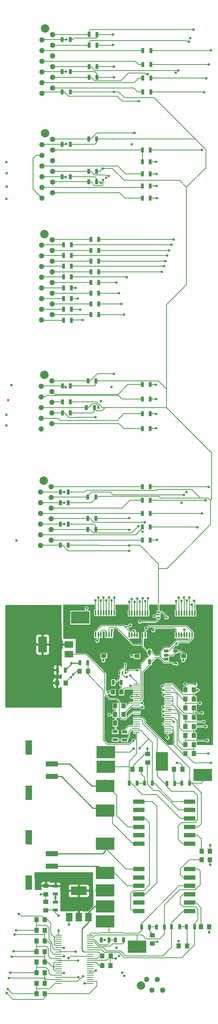
<source format=gtl>
G04 #@! TF.GenerationSoftware,KiCad,Pcbnew,5.1.5-52549c5~84~ubuntu18.04.1*
G04 #@! TF.CreationDate,2020-02-28T12:30:24-05:00*
G04 #@! TF.ProjectId,BMS_peripheral_v2,424d535f-7065-4726-9970-686572616c5f,rev?*
G04 #@! TF.SameCoordinates,Original*
G04 #@! TF.FileFunction,Copper,L1,Top*
G04 #@! TF.FilePolarity,Positive*
%FSLAX46Y46*%
G04 Gerber Fmt 4.6, Leading zero omitted, Abs format (unit mm)*
G04 Created by KiCad (PCBNEW 5.1.5-52549c5~84~ubuntu18.04.1) date 2020-02-28 12:30:24*
%MOMM*%
%LPD*%
G04 APERTURE LIST*
%ADD10R,1.000000X1.250000*%
%ADD11R,1.650000X3.430000*%
%ADD12R,2.920000X1.270000*%
%ADD13C,2.000000*%
%ADD14C,1.300000*%
%ADD15R,1.500000X2.000000*%
%ADD16R,3.800000X2.000000*%
%ADD17R,1.060000X0.650000*%
%ADD18R,0.700000X1.300000*%
%ADD19R,0.400000X1.200000*%
%ADD20R,1.250000X1.000000*%
%ADD21R,2.000000X1.500000*%
%ADD22R,2.000000X3.800000*%
%ADD23R,1.300000X0.700000*%
%ADD24R,1.500000X0.250000*%
%ADD25R,0.650000X0.400000*%
%ADD26R,0.400000X0.650000*%
%ADD27R,2.700000X1.000000*%
%ADD28R,4.500000X3.000000*%
%ADD29R,3.000000X4.500000*%
%ADD30C,0.609600*%
%ADD31C,0.152400*%
%ADD32C,0.254000*%
G04 APERTURE END LIST*
D10*
X205095600Y-323138800D03*
X207095600Y-323138800D03*
D11*
X180404000Y-317962000D03*
X180404000Y-328722000D03*
D12*
X185864000Y-321842000D03*
X185864000Y-324842000D03*
D13*
X184128000Y-195958000D03*
D14*
X183388000Y-216408000D03*
X185928000Y-215138000D03*
X183388000Y-213868000D03*
X185928000Y-212598000D03*
X183388000Y-211328000D03*
X185928000Y-210058000D03*
X183388000Y-208788000D03*
X185928000Y-207518000D03*
X183388000Y-206248000D03*
X183388000Y-203708000D03*
X183388000Y-201168000D03*
X183388000Y-198628000D03*
X185928000Y-204978000D03*
X185928000Y-197358000D03*
X185928000Y-199898000D03*
X185928000Y-202438000D03*
D15*
X189978000Y-358292800D03*
X194578000Y-358292800D03*
X192278000Y-358292800D03*
D16*
X192278000Y-351992800D03*
D17*
X215298200Y-295061600D03*
X215298200Y-296961600D03*
X213098200Y-296961600D03*
X213098200Y-296011600D03*
X213098200Y-295061600D03*
D18*
X194508080Y-230858060D03*
X196408080Y-230858060D03*
X188376520Y-232064560D03*
X190276520Y-232064560D03*
X194645240Y-181030880D03*
X196545240Y-181030880D03*
X188363820Y-182338980D03*
X190263820Y-182338980D03*
X194645240Y-183545480D03*
X196545240Y-183545480D03*
X188376520Y-235882180D03*
X190276520Y-235882180D03*
X194122000Y-237190280D03*
X196022000Y-237190280D03*
X188376520Y-238447580D03*
X190276520Y-238447580D03*
D19*
X200736200Y-291144000D03*
X200101200Y-291144000D03*
X199466200Y-291144000D03*
X198831200Y-291144000D03*
X198196200Y-291144000D03*
X197561200Y-291144000D03*
X196926200Y-291144000D03*
X196291200Y-291144000D03*
X196291200Y-285944000D03*
X196926200Y-285944000D03*
X197561200Y-285944000D03*
X198196200Y-285944000D03*
X198831200Y-285944000D03*
X199466200Y-285944000D03*
X200101200Y-285944000D03*
X200736200Y-285944000D03*
D20*
X198221600Y-296148000D03*
X198221600Y-294148000D03*
D10*
X219720480Y-319438000D03*
X217720480Y-319438000D03*
X217720480Y-317271592D03*
X219720480Y-317271592D03*
X219720480Y-315105190D03*
X217720480Y-315105190D03*
X217720480Y-312938788D03*
X219720480Y-312938788D03*
X219720480Y-310772386D03*
X217720480Y-310772386D03*
X217720480Y-308605984D03*
X219720480Y-308605984D03*
X219720480Y-306439582D03*
X217720480Y-306439582D03*
X217720480Y-304273180D03*
X219720480Y-304273180D03*
X182200000Y-358900000D03*
X184200000Y-358900000D03*
X184200000Y-361414285D03*
X182200000Y-361414285D03*
X182200000Y-363928570D03*
X184200000Y-363928570D03*
X184200000Y-366442855D03*
X182200000Y-366442855D03*
X182200000Y-368957140D03*
X184200000Y-368957140D03*
X184200000Y-371471425D03*
X182200000Y-371471425D03*
X182200000Y-373985710D03*
X184200000Y-373985710D03*
X184200000Y-376500000D03*
X182200000Y-376500000D03*
X192471800Y-299821600D03*
X194471800Y-299821600D03*
D20*
X184454000Y-354624800D03*
X184454000Y-356624800D03*
D10*
X200971400Y-308102000D03*
X202971400Y-308102000D03*
X200955400Y-310134000D03*
X202955400Y-310134000D03*
X199866000Y-369824000D03*
X197866000Y-369824000D03*
X200955400Y-312166000D03*
X202955400Y-312166000D03*
X199882000Y-367538000D03*
X197882000Y-367538000D03*
X189137800Y-302615600D03*
X187137800Y-302615600D03*
D20*
X184454000Y-352814800D03*
X184454000Y-350814800D03*
D10*
X217027000Y-323113400D03*
X215027000Y-323113400D03*
X216100600Y-365132200D03*
X218100600Y-365132200D03*
D20*
X209796800Y-364575600D03*
X209796800Y-362575600D03*
D10*
X223580200Y-342569800D03*
X221580200Y-342569800D03*
D20*
X208737200Y-319497200D03*
X208737200Y-321497200D03*
D10*
X223418600Y-360560200D03*
X221418600Y-360560200D03*
X223580200Y-344652600D03*
X221580200Y-344652600D03*
D20*
X217246200Y-296249600D03*
X217246200Y-294249600D03*
X206159100Y-296249600D03*
X206159100Y-294249600D03*
D10*
X200447400Y-304800000D03*
X202447400Y-304800000D03*
D13*
X184077200Y-229435200D03*
D14*
X183337200Y-242265200D03*
X185877200Y-240995200D03*
X183337200Y-239725200D03*
X183337200Y-237185200D03*
X183337200Y-234645200D03*
X183337200Y-232105200D03*
X185877200Y-238455200D03*
X185877200Y-230835200D03*
X185877200Y-233375200D03*
X185877200Y-235915200D03*
D21*
X189942000Y-295771600D03*
X189942000Y-291171600D03*
X189942000Y-293471600D03*
D22*
X183642000Y-293471600D03*
D18*
X195158320Y-197271640D03*
X197058320Y-197271640D03*
X188625440Y-198462900D03*
X190525440Y-198462900D03*
X195158320Y-199820348D03*
X197058320Y-199820348D03*
X188625440Y-201027211D03*
X190525440Y-201027211D03*
X195158320Y-202369056D03*
X197058320Y-202369056D03*
X188625440Y-203591522D03*
X190525440Y-203591522D03*
X195158320Y-204917764D03*
X197058320Y-204917764D03*
X188625440Y-206155833D03*
X190525440Y-206155833D03*
X195158320Y-207466472D03*
X197058320Y-207466472D03*
X188625440Y-208720144D03*
X190525440Y-208720144D03*
X195158320Y-210015180D03*
X197058320Y-210015180D03*
X188625440Y-211284455D03*
X190525440Y-211284455D03*
X195158320Y-212563888D03*
X197058320Y-212563888D03*
X188625440Y-213848766D03*
X190525440Y-213848766D03*
X195158320Y-215112600D03*
X197058320Y-215112600D03*
X188625440Y-216413080D03*
X190525440Y-216413080D03*
X209450000Y-152400000D03*
X207550000Y-152400000D03*
X209350000Y-256000000D03*
X207450000Y-256000000D03*
X209450000Y-155650000D03*
X207550000Y-155650000D03*
X209350000Y-259175000D03*
X207450000Y-259175000D03*
X209450000Y-158900000D03*
X207550000Y-158900000D03*
X209350000Y-262350000D03*
X207450000Y-262350000D03*
X209450000Y-162150000D03*
X207550000Y-162150000D03*
X209350000Y-265525000D03*
X207450000Y-265525000D03*
X209350000Y-175950000D03*
X207450000Y-175950000D03*
X209350000Y-178812500D03*
X207450000Y-178812500D03*
X209350000Y-268700000D03*
X207450000Y-268700000D03*
X209350000Y-181675000D03*
X207450000Y-181675000D03*
X209350000Y-231700000D03*
X207450000Y-231700000D03*
X209350000Y-184537500D03*
X207450000Y-184537500D03*
X209350000Y-235183333D03*
X207450000Y-235183333D03*
X209350000Y-187400000D03*
X207450000Y-187400000D03*
X209350000Y-238666666D03*
X207450000Y-238666666D03*
X209350000Y-242150000D03*
X207450000Y-242150000D03*
X194421800Y-297789600D03*
X192521800Y-297789600D03*
D23*
X186740000Y-356574800D03*
X186740000Y-354674800D03*
X203225400Y-314264000D03*
X203225400Y-316164000D03*
D18*
X202930800Y-363702600D03*
X201030800Y-363702600D03*
X209184200Y-295249600D03*
X211084200Y-295249600D03*
D23*
X200939400Y-314198000D03*
X200939400Y-316098000D03*
D18*
X197601800Y-363702600D03*
X199501800Y-363702600D03*
X209184200Y-297535600D03*
X211084200Y-297535600D03*
X187187800Y-299567600D03*
X189087800Y-299567600D03*
D23*
X186740000Y-350864800D03*
X186740000Y-352764800D03*
D18*
X194723980Y-148516340D03*
X196623980Y-148516340D03*
X194723980Y-158694120D03*
X196623980Y-158694120D03*
X188358740Y-149773640D03*
X190258740Y-149773640D03*
X194447080Y-263565640D03*
X196347080Y-263565640D03*
X194723980Y-151071580D03*
X196623980Y-151071580D03*
X187893920Y-264891520D03*
X189793920Y-264891520D03*
X187893920Y-257248660D03*
X189793920Y-257248660D03*
X194447080Y-266146280D03*
X196347080Y-266146280D03*
X215184400Y-326492800D03*
X213284400Y-326492800D03*
X218715000Y-326467400D03*
X216815000Y-326467400D03*
X206218200Y-326467400D03*
X204318200Y-326467400D03*
X209840200Y-326467400D03*
X207940200Y-326467400D03*
X216325800Y-360571200D03*
X214425800Y-360571200D03*
X219881800Y-360571200D03*
X217981800Y-360571200D03*
X209163000Y-360622000D03*
X207263000Y-360622000D03*
X212719000Y-360622000D03*
X210819000Y-360622000D03*
X194447080Y-258470400D03*
X196347080Y-258470400D03*
X188358740Y-162168840D03*
X190258740Y-162168840D03*
X187893920Y-259829300D03*
X189793920Y-259829300D03*
X194645240Y-173393100D03*
X196545240Y-173393100D03*
X194723980Y-156179520D03*
X196623980Y-156179520D03*
X188363820Y-174597060D03*
X190263820Y-174597060D03*
X188358740Y-157396180D03*
X190258740Y-157396180D03*
X187893920Y-269915640D03*
X189793920Y-269915640D03*
X200497400Y-302514000D03*
X202397400Y-302514000D03*
D24*
X206114400Y-314360000D03*
X206114400Y-313860000D03*
X206114400Y-313360000D03*
X206114400Y-312860000D03*
X206114400Y-312360000D03*
X206114400Y-311860000D03*
X206114400Y-311360000D03*
X206114400Y-310860000D03*
X206114400Y-310360000D03*
X206114400Y-309860000D03*
X206114400Y-309360000D03*
X206114400Y-308860000D03*
X206114400Y-308360000D03*
X206114400Y-307860000D03*
X206114400Y-307360000D03*
X206114400Y-306860000D03*
X206114400Y-306360000D03*
X206114400Y-305860000D03*
X206114400Y-305360000D03*
X206114400Y-304860000D03*
X206114400Y-304360000D03*
X206114400Y-303860000D03*
X206114400Y-303360000D03*
X213579400Y-302860000D03*
X213579400Y-303360000D03*
X213579400Y-303860000D03*
X213579400Y-304360000D03*
X213579400Y-304860000D03*
X213579400Y-305360000D03*
X213579400Y-305860000D03*
X213579400Y-306360000D03*
X213579400Y-306860000D03*
X213579400Y-307360000D03*
X213579400Y-307860000D03*
X213579400Y-308360000D03*
X213579400Y-308860000D03*
X213579400Y-309360000D03*
X213579400Y-309860000D03*
X213579400Y-310360000D03*
X213579400Y-310860000D03*
X213579400Y-311360000D03*
X213579400Y-311860000D03*
X213579400Y-312360000D03*
X213579400Y-312860000D03*
X213579400Y-313360000D03*
X213579400Y-313860000D03*
X213579400Y-314360000D03*
X206114400Y-302860000D03*
X194977000Y-362550000D03*
X194977000Y-363050000D03*
X194977000Y-363550000D03*
X194977000Y-364050000D03*
X194977000Y-364550000D03*
X194977000Y-365050000D03*
X194977000Y-365550000D03*
X194977000Y-366050000D03*
X194977000Y-366550000D03*
X194977000Y-367050000D03*
X194977000Y-367550000D03*
X194977000Y-368050000D03*
X194977000Y-368550000D03*
X194977000Y-369050000D03*
X194977000Y-369550000D03*
X194977000Y-370050000D03*
X194977000Y-370550000D03*
X194977000Y-371050000D03*
X194977000Y-371550000D03*
X194977000Y-372050000D03*
X194977000Y-372550000D03*
X194977000Y-373050000D03*
X194977000Y-373550000D03*
X187512000Y-374050000D03*
X187512000Y-373550000D03*
X187512000Y-373050000D03*
X187512000Y-372550000D03*
X187512000Y-372050000D03*
X187512000Y-371550000D03*
X187512000Y-371050000D03*
X187512000Y-370550000D03*
X187512000Y-370050000D03*
X187512000Y-369550000D03*
X187512000Y-369050000D03*
X187512000Y-368550000D03*
X187512000Y-368050000D03*
X187512000Y-367550000D03*
X187512000Y-367050000D03*
X187512000Y-366550000D03*
X187512000Y-366050000D03*
X187512000Y-365550000D03*
X187512000Y-365050000D03*
X187512000Y-364550000D03*
X187512000Y-364050000D03*
X187512000Y-363550000D03*
X187512000Y-363050000D03*
X187512000Y-362550000D03*
X194977000Y-374050000D03*
D25*
X213167000Y-285760400D03*
X213167000Y-287060400D03*
X211267000Y-286410400D03*
X211267000Y-287060400D03*
X211267000Y-285760400D03*
D19*
X219951300Y-291245600D03*
X219316300Y-291245600D03*
X218681300Y-291245600D03*
X218046300Y-291245600D03*
X217411300Y-291245600D03*
X216776300Y-291245600D03*
X216141300Y-291245600D03*
X215506300Y-291245600D03*
X215506300Y-286045600D03*
X216141300Y-286045600D03*
X216776300Y-286045600D03*
X217411300Y-286045600D03*
X218046300Y-286045600D03*
X218681300Y-286045600D03*
X219316300Y-286045600D03*
X219951300Y-286045600D03*
X208768950Y-291245600D03*
X208133950Y-291245600D03*
X207498950Y-291245600D03*
X206863950Y-291245600D03*
X206228950Y-291245600D03*
X205593950Y-291245600D03*
X204958950Y-291245600D03*
X204323950Y-291245600D03*
X204323950Y-286045600D03*
X204958950Y-286045600D03*
X205593950Y-286045600D03*
X206228950Y-286045600D03*
X206863950Y-286045600D03*
X207498950Y-286045600D03*
X208133950Y-286045600D03*
X208768950Y-286045600D03*
D26*
X202067400Y-298262000D03*
X203367400Y-298262000D03*
X202717400Y-300162000D03*
X203367400Y-300162000D03*
X202067400Y-300162000D03*
D11*
X180404000Y-339298000D03*
X180404000Y-350058000D03*
D12*
X185864000Y-343178000D03*
X185864000Y-346178000D03*
D13*
X184280400Y-147139200D03*
D14*
X183540400Y-162509200D03*
X186080400Y-161239200D03*
X183540400Y-159969200D03*
X186080400Y-158699200D03*
X183540400Y-157429200D03*
X183540400Y-154889200D03*
X183540400Y-152349200D03*
X183540400Y-149809200D03*
X186080400Y-156159200D03*
X186080400Y-148539200D03*
X186080400Y-151079200D03*
X186080400Y-153619200D03*
D13*
X183899400Y-254581200D03*
D14*
X183159400Y-269951200D03*
X185699400Y-268681200D03*
X183159400Y-267411200D03*
X185699400Y-266141200D03*
X183159400Y-264871200D03*
X183159400Y-262331200D03*
X183159400Y-259791200D03*
X183159400Y-257251200D03*
X185699400Y-263601200D03*
X185699400Y-255981200D03*
X185699400Y-258521200D03*
X185699400Y-261061200D03*
D13*
X184280400Y-172031200D03*
D14*
X183540400Y-187401200D03*
X186080400Y-186131200D03*
X183540400Y-184861200D03*
X186080400Y-183591200D03*
X183540400Y-182321200D03*
X183540400Y-179781200D03*
X183540400Y-177241200D03*
X183540400Y-174701200D03*
X186080400Y-181051200D03*
X186080400Y-173431200D03*
X186080400Y-175971200D03*
X186080400Y-178511200D03*
D27*
X218709200Y-330813400D03*
X206639200Y-330813400D03*
X218709200Y-332813400D03*
X206639200Y-332813400D03*
X218709200Y-334813400D03*
X206639200Y-334813400D03*
X218709200Y-336813400D03*
X206639200Y-336813400D03*
X218709200Y-338813400D03*
X206639200Y-338813400D03*
X218709200Y-340813400D03*
X206639200Y-340813400D03*
X218709200Y-346840800D03*
X206639200Y-346840800D03*
X218709200Y-348840800D03*
X206639200Y-348840800D03*
X218709200Y-350840800D03*
X206639200Y-350840800D03*
X218709200Y-352840800D03*
X206639200Y-352840800D03*
X218709200Y-354840800D03*
X206639200Y-354840800D03*
X218709200Y-356840800D03*
X206639200Y-356840800D03*
D13*
X207108600Y-374549800D03*
D14*
X212318600Y-375589800D03*
X209778600Y-375589800D03*
X208508600Y-373049800D03*
X211048600Y-373049800D03*
D28*
X198551800Y-351917000D03*
X192608200Y-287070800D03*
D29*
X193725800Y-291998400D03*
D28*
X198551800Y-355701600D03*
X221843600Y-324510400D03*
X198551800Y-359308400D03*
X206222600Y-365328200D03*
D29*
X212140800Y-321259200D03*
D28*
X198729600Y-322503800D03*
X198729600Y-319074800D03*
X198551800Y-347802200D03*
X198551800Y-340868000D03*
X198551800Y-332917800D03*
X198551800Y-327152000D03*
D30*
X223266600Y-256082800D03*
X223189800Y-319438000D03*
X223800000Y-152250000D03*
X223825400Y-321588000D03*
X223266600Y-155700000D03*
X222885000Y-316255400D03*
X222566600Y-259250000D03*
X222529400Y-312953400D03*
X222733200Y-158950000D03*
X222072200Y-311835800D03*
X221683200Y-262350000D03*
X221625400Y-309738000D03*
X220616400Y-265650000D03*
X220573600Y-304317400D03*
X204550400Y-303313000D03*
X217616999Y-302829599D03*
X220108400Y-302938000D03*
X221666400Y-176000000D03*
X210950000Y-268650000D03*
X177333400Y-361400000D03*
X177400000Y-268800000D03*
X210850000Y-181650000D03*
X175100000Y-181450000D03*
X176988210Y-362450000D03*
X208575400Y-293813000D03*
X207625400Y-295488000D03*
X205550400Y-292638000D03*
X205125400Y-294238000D03*
X205308200Y-316280800D03*
X213410800Y-315595000D03*
X187500000Y-357973800D03*
X187500000Y-361525000D03*
X206832200Y-288036000D03*
X207340200Y-307390800D03*
X204345400Y-283358000D03*
X204360000Y-271240000D03*
X206895400Y-283268000D03*
X206570000Y-265413400D03*
X188830000Y-264880000D03*
X207505400Y-282518000D03*
X207480000Y-266632202D03*
X188820000Y-259830000D03*
X216785400Y-283118000D03*
X216780000Y-259820000D03*
X188800000Y-257260000D03*
X218055400Y-283008000D03*
X218000000Y-257260000D03*
X208145400Y-283208000D03*
X208070000Y-264440000D03*
X217395400Y-282348000D03*
X217340000Y-257910000D03*
X196925400Y-282288000D03*
X196925000Y-237175000D03*
X200115400Y-282978000D03*
X200100000Y-232283400D03*
X189153790Y-232350000D03*
X196325400Y-282988000D03*
X196300000Y-239525000D03*
X200755400Y-282328000D03*
X200720000Y-229190000D03*
X197575400Y-282998000D03*
X197540000Y-235710000D03*
X218922600Y-149402800D03*
X219227400Y-283997400D03*
X189340000Y-149760000D03*
X216135400Y-282358000D03*
X216010000Y-157070000D03*
X219640000Y-147370000D03*
X219710000Y-283108400D03*
X218671935Y-282307123D03*
X218567000Y-150241000D03*
X189240000Y-157380000D03*
X215495400Y-283208000D03*
X215440473Y-157603400D03*
X208775400Y-282468000D03*
X208720000Y-157913400D03*
X206245400Y-282608000D03*
X206603600Y-164388800D03*
X199485400Y-282288000D03*
X199450000Y-182183400D03*
X205595400Y-283318000D03*
X205570000Y-171960000D03*
X198165400Y-282288000D03*
X198090000Y-183090000D03*
X204925400Y-282638000D03*
X204900000Y-174600000D03*
X189331600Y-174574200D03*
X198865400Y-282988000D03*
X198787477Y-182559843D03*
X189141501Y-182398499D03*
X189825000Y-368033400D03*
X189925000Y-360073800D03*
X188750000Y-365550000D03*
X201300000Y-207450000D03*
X201315941Y-365516590D03*
X191500000Y-208725000D03*
X191525000Y-366500000D03*
X188775000Y-367550000D03*
X201875000Y-210000000D03*
X201850000Y-367500000D03*
X192033400Y-211275000D03*
X192100000Y-368575000D03*
X202625000Y-371475000D03*
X188775000Y-371550000D03*
X202450000Y-212575000D03*
X192675000Y-213875000D03*
X192225000Y-372550000D03*
X203025000Y-215075000D03*
X203175000Y-372275000D03*
X193300000Y-372300000D03*
X193675000Y-374000000D03*
X193275000Y-216400000D03*
X200175400Y-290088000D03*
X208375400Y-289588000D03*
X215544400Y-298018200D03*
X215569800Y-293370000D03*
X200450000Y-148550000D03*
X200425000Y-151025000D03*
X200675000Y-156150000D03*
X200675000Y-158675000D03*
X198000000Y-180350000D03*
X197550000Y-183800000D03*
X204366600Y-263450000D03*
X204300000Y-266225000D03*
X204317600Y-269925800D03*
X200710800Y-162179000D03*
X205384400Y-318185800D03*
X206806800Y-318160400D03*
X222199800Y-162250000D03*
X221175200Y-307438000D03*
X210800000Y-178800000D03*
X175051634Y-178900000D03*
X178000000Y-357500000D03*
X210650000Y-231750000D03*
X176183400Y-231850000D03*
X176683400Y-366416635D03*
X210850000Y-184550000D03*
X175100000Y-184700000D03*
X176270874Y-367650000D03*
X210750000Y-235150000D03*
X175433400Y-235450000D03*
X175966064Y-371450000D03*
X210900000Y-187400000D03*
X175051634Y-187600000D03*
X175661254Y-372750000D03*
X210750000Y-238700000D03*
X175051634Y-238900000D03*
X175356444Y-375400000D03*
X210800000Y-242100000D03*
X175051634Y-241400000D03*
X175104994Y-376316498D03*
X211046400Y-364116200D03*
X223391200Y-361932600D03*
X183275000Y-352848800D03*
X201150000Y-368125000D03*
X196400000Y-370941600D03*
X216100600Y-363948200D03*
X223596200Y-345846400D03*
X198526400Y-363702600D03*
X196570600Y-351917000D03*
X210325400Y-286713000D03*
X217425400Y-289963000D03*
X217175400Y-297238000D03*
X204900400Y-296163000D03*
X198125400Y-297263000D03*
X196675400Y-292588000D03*
X199250400Y-304838000D03*
X199575400Y-310138000D03*
X207500400Y-308388000D03*
X204850400Y-305863000D03*
X203750400Y-301238000D03*
X190422200Y-301308800D03*
X205350400Y-290188000D03*
X223621600Y-341172800D03*
X215696800Y-321640200D03*
X208610200Y-318211200D03*
X190931800Y-300634400D03*
X194132200Y-284810200D03*
X190550800Y-297916600D03*
X186715400Y-353618800D03*
X206298800Y-299567600D03*
X210025400Y-290138000D03*
X204546200Y-288899600D03*
X214934800Y-311912000D03*
X214900000Y-197271640D03*
X214366600Y-198475000D03*
X212445600Y-310337200D03*
X213833200Y-199825000D03*
X212394800Y-309397400D03*
X213400000Y-201025000D03*
X212369400Y-308381400D03*
X212991600Y-202375000D03*
X212471000Y-305409600D03*
X212394800Y-304368200D03*
X212625000Y-203600000D03*
X212140800Y-303377600D03*
X212150000Y-204925000D03*
X204575400Y-300863000D03*
X203700000Y-206200000D03*
D31*
X209350000Y-256000000D02*
X223216600Y-256000000D01*
X223216600Y-256000000D02*
X223266600Y-256050000D01*
X223292000Y-319438000D02*
X219720480Y-319438000D01*
X219720480Y-318392920D02*
X216830320Y-318392920D01*
X219720480Y-318392920D02*
X219720480Y-319438000D01*
X219720480Y-317271592D02*
X219720480Y-318392920D01*
X216830320Y-318392920D02*
X215775400Y-317338000D01*
X215775400Y-317338000D02*
X215775400Y-311638000D01*
X214997400Y-310860000D02*
X213579400Y-310860000D01*
X215775400Y-311638000D02*
X214997400Y-310860000D01*
X209450000Y-152400000D02*
X223800000Y-152400000D01*
X223800000Y-152400000D02*
X223800000Y-152250000D01*
X217720480Y-319563000D02*
X217720480Y-319438000D01*
X219745480Y-321588000D02*
X217720480Y-319563000D01*
X223825400Y-321588000D02*
X219745480Y-321588000D01*
X217068080Y-319438000D02*
X215025400Y-317395320D01*
X217720480Y-319438000D02*
X217068080Y-319438000D01*
X215025400Y-317395320D02*
X215025400Y-314238000D01*
X214647400Y-313860000D02*
X213579400Y-313860000D01*
X214825400Y-314038000D02*
X214647400Y-313860000D01*
X215025400Y-314238000D02*
X214825400Y-314038000D01*
X214481800Y-312860000D02*
X213579400Y-312860000D01*
X214825400Y-313203600D02*
X214481800Y-312860000D01*
X214825400Y-314038000D02*
X214825400Y-313203600D01*
X212275400Y-312458400D02*
X212275400Y-312261600D01*
X212677000Y-312860000D02*
X212275400Y-312458400D01*
X212677000Y-311860000D02*
X213579400Y-311860000D01*
X212275400Y-312261600D02*
X212677000Y-311860000D01*
X213579400Y-312860000D02*
X212677000Y-312860000D01*
X217720480Y-317271592D02*
X217068080Y-317271592D01*
X216080210Y-316283722D02*
X216080210Y-310092810D01*
X217068080Y-317271592D02*
X216080210Y-316283722D01*
X215847400Y-309860000D02*
X213579400Y-309860000D01*
X216080210Y-310092810D02*
X215847400Y-309860000D01*
X209450000Y-155650000D02*
X223216600Y-155650000D01*
X223216600Y-155650000D02*
X223266600Y-155700000D01*
X217725400Y-316288000D02*
X217720480Y-316292920D01*
X222987190Y-316288000D02*
X217725400Y-316288000D01*
X217720480Y-317271592D02*
X217720480Y-316292920D01*
X217720480Y-316292920D02*
X217720480Y-315105190D01*
X219720480Y-315105190D02*
X219720480Y-314042920D01*
X219720480Y-314042920D02*
X219720480Y-312938788D01*
X213725799Y-309006399D02*
X213579400Y-308860000D01*
X215424865Y-309006399D02*
X213725799Y-309006399D01*
X216385020Y-309966554D02*
X215424865Y-309006399D01*
X216385020Y-313297620D02*
X216385020Y-309966554D01*
X219720480Y-314042920D02*
X217130320Y-314042920D01*
X217130320Y-314042920D02*
X216385020Y-313297620D01*
X209350000Y-259175000D02*
X222491600Y-259175000D01*
X222491600Y-259175000D02*
X222566600Y-259250000D01*
X222542788Y-312938788D02*
X222592000Y-312988000D01*
X219720480Y-312938788D02*
X222542788Y-312938788D01*
X217720480Y-312938788D02*
X217720480Y-310772386D01*
X214709532Y-307860000D02*
X213579400Y-307860000D01*
X217720480Y-310870948D02*
X214709532Y-307860000D01*
X209450000Y-158900000D02*
X222683200Y-158900000D01*
X222683200Y-158900000D02*
X222733200Y-158950000D01*
X222242000Y-311838000D02*
X217875400Y-311838000D01*
X217875400Y-311838000D02*
X217720480Y-311992920D01*
X217720480Y-312938788D02*
X217720480Y-311992920D01*
X217720480Y-311992920D02*
X217720480Y-310870948D01*
X214709532Y-307860000D02*
X214709532Y-306997132D01*
X214572400Y-306860000D02*
X213579400Y-306860000D01*
X214709532Y-306997132D02*
X214572400Y-306860000D01*
X214709532Y-306087732D02*
X214709532Y-306997132D01*
X214481800Y-305860000D02*
X214709532Y-306087732D01*
X213579400Y-305860000D02*
X214481800Y-305860000D01*
X217411094Y-309833080D02*
X215725400Y-308147386D01*
X219720480Y-309833080D02*
X217411094Y-309833080D01*
X219720480Y-309833080D02*
X219720480Y-308605984D01*
X219720480Y-310772386D02*
X219720480Y-309833080D01*
X215725400Y-308147386D02*
X215725400Y-305388000D01*
X215197400Y-304860000D02*
X213579400Y-304860000D01*
X215725400Y-305388000D02*
X215197400Y-304860000D01*
X209350000Y-262350000D02*
X221683200Y-262350000D01*
X219720480Y-308730984D02*
X219720480Y-308605984D01*
X220727496Y-309738000D02*
X219720480Y-308730984D01*
X221625400Y-309738000D02*
X220727496Y-309738000D01*
X219720480Y-305342920D02*
X217130320Y-305342920D01*
X219720480Y-305342920D02*
X219720480Y-304273180D01*
X219720480Y-306439582D02*
X219720480Y-305342920D01*
X214647400Y-302860000D02*
X213579400Y-302860000D01*
X217130320Y-305342920D02*
X214647400Y-302860000D01*
X209350000Y-265525000D02*
X220650000Y-265525000D01*
X220650000Y-265525000D02*
X220650000Y-265616400D01*
X220650000Y-265616400D02*
X220616400Y-265650000D01*
X219785300Y-304338000D02*
X219720480Y-304273180D01*
X220625400Y-304338000D02*
X219785300Y-304338000D01*
X206114400Y-303360000D02*
X204597400Y-303360000D01*
X204597400Y-303360000D02*
X204550400Y-303313000D01*
X217616999Y-304169699D02*
X217720480Y-304273180D01*
X217616999Y-302829599D02*
X217616999Y-304169699D01*
X218275400Y-302938000D02*
X217720480Y-303492920D01*
X217720480Y-303492920D02*
X217720480Y-304273180D01*
X220108400Y-302938000D02*
X218275400Y-302938000D01*
X221616400Y-175950000D02*
X221666400Y-176000000D01*
X209350000Y-175950000D02*
X221616400Y-175950000D01*
X184522197Y-360200000D02*
X185150000Y-360827803D01*
X182200000Y-360200000D02*
X184522197Y-360200000D01*
X182200000Y-360200000D02*
X182200000Y-358900000D01*
X182200000Y-361414285D02*
X182200000Y-360200000D01*
X185150000Y-360827803D02*
X185150000Y-363550000D01*
X185700000Y-364345104D02*
X186050000Y-364695104D01*
X185150000Y-363550000D02*
X185700000Y-364100000D01*
X185700000Y-364100000D02*
X185700000Y-364345104D01*
X186609600Y-366050000D02*
X187512000Y-366050000D01*
X186050000Y-365490400D02*
X186609600Y-366050000D01*
X186050000Y-364695104D02*
X186050000Y-365490400D01*
X209350000Y-268700000D02*
X210900000Y-268700000D01*
X210900000Y-268700000D02*
X210950000Y-268650000D01*
X182185715Y-361400000D02*
X182200000Y-361414285D01*
X177333400Y-361400000D02*
X182185715Y-361400000D01*
X184200000Y-363928570D02*
X184200000Y-362450000D01*
X184852400Y-363928570D02*
X185600000Y-364676170D01*
X184200000Y-363928570D02*
X184852400Y-363928570D01*
X185600000Y-364676170D02*
X185600000Y-366350000D01*
X186300000Y-367050000D02*
X187512000Y-367050000D01*
X185600000Y-366350000D02*
X186300000Y-367050000D01*
X209350000Y-181675000D02*
X210825000Y-181675000D01*
X210825000Y-181675000D02*
X210850000Y-181650000D01*
X176988210Y-362450000D02*
X184200000Y-362450000D01*
X184200000Y-362450000D02*
X184200000Y-361414285D01*
X213292000Y-285760400D02*
X214096600Y-286565000D01*
X213167000Y-285760400D02*
X213292000Y-285760400D01*
X214096600Y-286565000D02*
X214096600Y-288442400D01*
X214502990Y-288848790D02*
X218312990Y-288848790D01*
X214096600Y-288442400D02*
X214502990Y-288848790D01*
X219951300Y-290487100D02*
X219951300Y-291245600D01*
X218312990Y-288848790D02*
X219951300Y-290487100D01*
D32*
X219951300Y-291245600D02*
X219951300Y-294038900D01*
X198196200Y-291811922D02*
X198747278Y-292363000D01*
X198196200Y-291144000D02*
X198196200Y-291811922D01*
X198747278Y-292363000D02*
X200550400Y-292363000D01*
X200736200Y-292177200D02*
X200736200Y-291144000D01*
X200550400Y-292363000D02*
X200736200Y-292177200D01*
D31*
X208768950Y-291245600D02*
X208768950Y-292781550D01*
X206863950Y-291245600D02*
X206863950Y-291974450D01*
X206223950Y-292638000D02*
X205550400Y-292638000D01*
X206863950Y-291245600D02*
X206863950Y-291998000D01*
X206863950Y-291998000D02*
X206223950Y-292638000D01*
X206147500Y-294238000D02*
X206159100Y-294249600D01*
X205125400Y-294238000D02*
X206147500Y-294238000D01*
X207016800Y-310360000D02*
X207441800Y-309935000D01*
X206114400Y-310360000D02*
X207016800Y-310360000D01*
X207441800Y-309935000D02*
X207441800Y-309092600D01*
X207209200Y-308860000D02*
X206114400Y-308860000D01*
X207441800Y-309092600D02*
X207209200Y-308860000D01*
X205413800Y-310360000D02*
X206114400Y-310360000D01*
X203607800Y-312166000D02*
X205413800Y-310360000D01*
X202955400Y-312166000D02*
X203607800Y-312166000D01*
X209418550Y-292781550D02*
X208768950Y-292781550D01*
X211084200Y-294447200D02*
X209418550Y-292781550D01*
X211084200Y-295249600D02*
X211084200Y-294447200D01*
X215980600Y-296961600D02*
X216560400Y-297541400D01*
X215298200Y-296961600D02*
X215980600Y-296961600D01*
X216560400Y-297541400D02*
X216560400Y-297891200D01*
X216560400Y-297891200D02*
X216916000Y-298246800D01*
X216916000Y-298246800D02*
X217932000Y-298246800D01*
X217932000Y-298246800D02*
X218617800Y-297561000D01*
X218023600Y-294249600D02*
X217246200Y-294249600D01*
X218617800Y-294843800D02*
X218023600Y-294249600D01*
X218617800Y-297561000D02*
X218617800Y-294843800D01*
X194471800Y-297839600D02*
X194421800Y-297789600D01*
X194471800Y-299821600D02*
X194471800Y-297839600D01*
X194471800Y-300599000D02*
X198170800Y-304298000D01*
X194471800Y-299821600D02*
X194471800Y-300599000D01*
X198170800Y-304298000D02*
X198170800Y-316230000D01*
X198170800Y-316230000D02*
X199110600Y-317169800D01*
X199110600Y-317169800D02*
X204419200Y-317169800D01*
X204419200Y-317169800D02*
X205308200Y-316280800D01*
X213410800Y-314528600D02*
X213579400Y-314360000D01*
X213410800Y-315595000D02*
X213410800Y-314528600D01*
X184504000Y-356574800D02*
X184454000Y-356624800D01*
X186740000Y-356574800D02*
X184504000Y-356574800D01*
X186740000Y-356574800D02*
X186740000Y-357213800D01*
X186740000Y-357213800D02*
X187500000Y-357973800D01*
X187500000Y-362538000D02*
X187512000Y-362550000D01*
X187500000Y-361525000D02*
X187500000Y-362538000D01*
X204365800Y-307360000D02*
X206114400Y-307360000D01*
X203623800Y-308102000D02*
X204365800Y-307360000D01*
X202971400Y-308102000D02*
X203623800Y-308102000D01*
X211267000Y-287412800D02*
X210642200Y-288037600D01*
X211267000Y-287060400D02*
X211267000Y-287412800D01*
X210642200Y-288037600D02*
X206833800Y-288037600D01*
X206833800Y-288037600D02*
X206832200Y-288036000D01*
X206145200Y-307390800D02*
X206114400Y-307360000D01*
X207340200Y-307390800D02*
X206145200Y-307390800D01*
X202397400Y-304750000D02*
X202447400Y-304800000D01*
X202397400Y-302514000D02*
X202397400Y-304750000D01*
X203262400Y-303860000D02*
X202447400Y-304675000D01*
X202447400Y-304675000D02*
X202447400Y-304800000D01*
X206114400Y-303860000D02*
X203262400Y-303860000D01*
X221504000Y-342569800D02*
X221504000Y-339741000D01*
X220576400Y-338813400D02*
X218709200Y-338813400D01*
X221504000Y-339741000D02*
X220576400Y-338813400D01*
X221418600Y-356047800D02*
X221418600Y-360560200D01*
X220211600Y-354840800D02*
X221418600Y-356047800D01*
X218709200Y-354840800D02*
X220211600Y-354840800D01*
X183194960Y-269915640D02*
X183159400Y-269951200D01*
X187893920Y-269915640D02*
X183194960Y-269915640D01*
X204323950Y-286045600D02*
X204323950Y-283379450D01*
X204323950Y-283379450D02*
X204345400Y-283358000D01*
X204360000Y-271240000D02*
X191790000Y-271240000D01*
X189690680Y-271210000D02*
X191760000Y-271210000D01*
X191790000Y-271240000D02*
X191760000Y-271210000D01*
X191760000Y-271210000D02*
X192790000Y-271210000D01*
X188396320Y-269915640D02*
X187893920Y-269915640D01*
X189690680Y-271210000D02*
X188396320Y-269915640D01*
X185704480Y-266146280D02*
X185699400Y-266141200D01*
X194447080Y-266146280D02*
X185704480Y-266146280D01*
X206863950Y-286045600D02*
X206863950Y-283299450D01*
X206863950Y-283299450D02*
X206895400Y-283268000D01*
X206436600Y-265280000D02*
X206570000Y-265413400D01*
X194447080Y-266146280D02*
X194949480Y-266146280D01*
X204958519Y-267024881D02*
X206570000Y-265413400D01*
X195828081Y-267024881D02*
X204958519Y-267024881D01*
X194949480Y-266146280D02*
X195828081Y-267024881D01*
X183179720Y-264891520D02*
X183159400Y-264871200D01*
X187893920Y-264891520D02*
X183179720Y-264891520D01*
X187893920Y-264891520D02*
X188818480Y-264891520D01*
X188818480Y-264891520D02*
X188830000Y-264880000D01*
X207498950Y-286045600D02*
X207498950Y-282524450D01*
X207498950Y-282524450D02*
X207505400Y-282518000D01*
X187893920Y-259829300D02*
X183159400Y-259829300D01*
X187893920Y-259829300D02*
X188819300Y-259829300D01*
X188819300Y-259829300D02*
X188820000Y-259830000D01*
X216776300Y-286045600D02*
X216776300Y-283127100D01*
X216776300Y-283127100D02*
X216785400Y-283118000D01*
X187893920Y-257248660D02*
X183159400Y-257248660D01*
X187893920Y-257248660D02*
X188788660Y-257248660D01*
X188788660Y-257248660D02*
X188800000Y-257260000D01*
X218046300Y-286045600D02*
X218046300Y-283017100D01*
X218046300Y-283017100D02*
X218055400Y-283008000D01*
X185734960Y-263565640D02*
X185699400Y-263601200D01*
X194447080Y-263565640D02*
X185734960Y-263565640D01*
X194447080Y-263565640D02*
X194949480Y-263565640D01*
X194949480Y-263565640D02*
X195828081Y-264444241D01*
X208133950Y-286045600D02*
X208133950Y-283219450D01*
X208133950Y-283219450D02*
X208145400Y-283208000D01*
X207638948Y-264440000D02*
X207634707Y-264444241D01*
X207634707Y-264444241D02*
X201875759Y-264444241D01*
X208070000Y-264440000D02*
X207638948Y-264440000D01*
X195828081Y-264444241D02*
X201875759Y-264444241D01*
X201875759Y-264444241D02*
X201975759Y-264444241D01*
X185750200Y-258470400D02*
X185699400Y-258521200D01*
X194447080Y-258470400D02*
X185750200Y-258470400D01*
X194447080Y-258170400D02*
X195317480Y-257300000D01*
X194447080Y-258470400D02*
X194447080Y-258170400D01*
X195317480Y-257300000D02*
X199830000Y-257300000D01*
X199830000Y-257300000D02*
X200430000Y-257900000D01*
X217411300Y-286045600D02*
X217411300Y-282363900D01*
X217411300Y-282363900D02*
X217395400Y-282348000D01*
X217340000Y-257910000D02*
X212920000Y-257910000D01*
X212920000Y-257910000D02*
X212910000Y-257900000D01*
X200430000Y-257900000D02*
X212910000Y-257900000D01*
X212910000Y-257900000D02*
X213220000Y-257900000D01*
X194116920Y-237185200D02*
X194122000Y-237190280D01*
X183337200Y-237185200D02*
X194116920Y-237185200D01*
X196926200Y-285944000D02*
X196926200Y-282288800D01*
X196926200Y-282288800D02*
X196925400Y-282288000D01*
X196925000Y-236743948D02*
X196875000Y-236693948D01*
X196925000Y-237175000D02*
X196925000Y-236743948D01*
X196875000Y-236693948D02*
X196868948Y-236693948D01*
X196868948Y-236693948D02*
X196450000Y-236275000D01*
X194624400Y-237190280D02*
X194122000Y-237190280D01*
X195539680Y-236275000D02*
X194624400Y-237190280D01*
X196450000Y-236275000D02*
X195539680Y-236275000D01*
X188376520Y-232064560D02*
X183337200Y-232064560D01*
X200101200Y-285944000D02*
X200101200Y-282992200D01*
X200101200Y-282992200D02*
X200115400Y-282978000D01*
X188878920Y-232064560D02*
X189153790Y-232339430D01*
X188376520Y-232064560D02*
X188878920Y-232064560D01*
X189153790Y-232339430D02*
X189153790Y-232350000D01*
X185884820Y-238447580D02*
X185877200Y-238455200D01*
X188376520Y-238447580D02*
X185884820Y-238447580D01*
X188878920Y-238447580D02*
X189981340Y-239550000D01*
X188376520Y-238447580D02*
X188878920Y-238447580D01*
X196291200Y-285944000D02*
X196291200Y-283022200D01*
X196291200Y-283022200D02*
X196325400Y-282988000D01*
X191725000Y-239525000D02*
X191700000Y-239550000D01*
X196300000Y-239525000D02*
X191725000Y-239525000D01*
X189981340Y-239550000D02*
X191700000Y-239550000D01*
X191700000Y-239550000D02*
X191760000Y-239550000D01*
X194508080Y-230858060D02*
X185877200Y-230858060D01*
X195010480Y-230858060D02*
X196688540Y-229180000D01*
X194508080Y-230858060D02*
X195010480Y-230858060D01*
X200736200Y-285944000D02*
X200736200Y-282347200D01*
X200736200Y-282347200D02*
X200755400Y-282328000D01*
X198240000Y-229190000D02*
X198230000Y-229180000D01*
X200720000Y-229190000D02*
X198240000Y-229190000D01*
X196688540Y-229180000D02*
X198230000Y-229180000D01*
X198230000Y-229180000D02*
X198460000Y-229180000D01*
X185910220Y-235882180D02*
X185877200Y-235915200D01*
X188376520Y-235882180D02*
X185910220Y-235882180D01*
X197561200Y-285944000D02*
X197561200Y-283012200D01*
X197561200Y-283012200D02*
X197575400Y-282998000D01*
X188358740Y-149773640D02*
X183540400Y-149773640D01*
X188358740Y-149773640D02*
X189326360Y-149773640D01*
X219316300Y-286045600D02*
X219316300Y-284137100D01*
X219316300Y-284137100D02*
X219375400Y-284078000D01*
X189326360Y-149773640D02*
X189340000Y-149760000D01*
X194723980Y-156179520D02*
X186080400Y-156179520D01*
X195226380Y-156179520D02*
X196116860Y-157070000D01*
X194723980Y-156179520D02*
X195226380Y-156179520D01*
X216141300Y-286045600D02*
X216141300Y-282363900D01*
X216141300Y-282363900D02*
X216135400Y-282358000D01*
X216010000Y-157070000D02*
X210550000Y-157070000D01*
X196116860Y-157070000D02*
X210550000Y-157070000D01*
X210550000Y-157070000D02*
X210670000Y-157070000D01*
X186103260Y-148516340D02*
X186080400Y-148539200D01*
X194723980Y-148516340D02*
X186103260Y-148516340D01*
X194723980Y-147713940D02*
X195037920Y-147400000D01*
X194723980Y-148516340D02*
X194723980Y-147713940D01*
X219951300Y-286045600D02*
X219951300Y-283349700D01*
X219640000Y-147370000D02*
X219208948Y-147370000D01*
X195037920Y-147400000D02*
X213770000Y-147400000D01*
X219178948Y-147400000D02*
X213770000Y-147400000D01*
X219208948Y-147370000D02*
X219178948Y-147400000D01*
X213770000Y-147400000D02*
X214020000Y-147400000D01*
X219951300Y-283349700D02*
X219710000Y-283108400D01*
X194723980Y-151071580D02*
X186080400Y-151071580D01*
X194723980Y-151071580D02*
X194723980Y-150266020D01*
X194723980Y-150266020D02*
X194990000Y-150000000D01*
X218681300Y-286045600D02*
X218681300Y-282316488D01*
X218681300Y-282316488D02*
X218671935Y-282307123D01*
X208880000Y-150000000D02*
X208980000Y-150000000D01*
X194990000Y-150000000D02*
X208880000Y-150000000D01*
X218666591Y-150246138D02*
X218235539Y-150246138D01*
X218235539Y-150246138D02*
X217989401Y-150000000D01*
X217989401Y-150000000D02*
X208880000Y-150000000D01*
X188358740Y-157396180D02*
X183540400Y-157396180D01*
X188358740Y-157396180D02*
X189223820Y-157396180D01*
X189223820Y-157396180D02*
X189240000Y-157380000D01*
X215506300Y-286045600D02*
X215506300Y-283218900D01*
X215506300Y-283218900D02*
X215495400Y-283208000D01*
X194723980Y-158694120D02*
X186080400Y-158694120D01*
X208768950Y-286045600D02*
X208768950Y-282474450D01*
X208768950Y-282474450D02*
X208775400Y-282468000D01*
X208720000Y-157913400D02*
X208223400Y-157913400D01*
X208223400Y-157913400D02*
X208040000Y-157730000D01*
X196104981Y-159572721D02*
X202275679Y-159572721D01*
X194723980Y-158694120D02*
X195226380Y-158694120D01*
X195226380Y-158694120D02*
X196104981Y-159572721D01*
X204118400Y-157730000D02*
X208040000Y-157730000D01*
X202275679Y-159572721D02*
X204118400Y-157730000D01*
X188358740Y-162168840D02*
X183540400Y-162168840D01*
X188861140Y-162168840D02*
X189882300Y-163190000D01*
X188358740Y-162168840D02*
X188861140Y-162168840D01*
X206228950Y-286045600D02*
X206228950Y-282624450D01*
X206228950Y-282624450D02*
X206245400Y-282608000D01*
X201070000Y-163230000D02*
X201030000Y-163190000D01*
X189882300Y-163190000D02*
X201030000Y-163190000D01*
X202615800Y-164388800D02*
X206603600Y-164388800D01*
X201030000Y-163190000D02*
X201417000Y-163190000D01*
X201417000Y-163190000D02*
X202615800Y-164388800D01*
X194645240Y-181030880D02*
X186080400Y-181030880D01*
X195147640Y-181030880D02*
X196056760Y-181940000D01*
X194645240Y-181030880D02*
X195147640Y-181030880D01*
X196056760Y-181940000D02*
X198610000Y-181940000D01*
X199466200Y-285944000D02*
X199466200Y-282307200D01*
X199466200Y-282307200D02*
X199485400Y-282288000D01*
X199450000Y-182183400D02*
X199266600Y-182000000D01*
X198670000Y-182000000D02*
X198610000Y-181940000D01*
X199266600Y-182000000D02*
X198670000Y-182000000D01*
X194645240Y-173393100D02*
X186080400Y-173393100D01*
X205593950Y-286045600D02*
X205593950Y-283319450D01*
X205593950Y-283319450D02*
X205595400Y-283318000D01*
X205138948Y-171960000D02*
X205128948Y-171970000D01*
X196580740Y-171960000D02*
X205570000Y-171960000D01*
X195147640Y-173393100D02*
X196580740Y-171960000D01*
X194645240Y-173393100D02*
X195147640Y-173393100D01*
X194645240Y-183545480D02*
X186080400Y-183545480D01*
X198196200Y-285944000D02*
X198196200Y-282318800D01*
X198196200Y-282318800D02*
X198165400Y-282288000D01*
X198090000Y-184307000D02*
X198090000Y-183090000D01*
X197942200Y-184454800D02*
X198090000Y-184307000D01*
X194645240Y-183545480D02*
X195147640Y-183545480D01*
X196056960Y-184454800D02*
X197942200Y-184454800D01*
X195147640Y-183545480D02*
X196056960Y-184454800D01*
X188363820Y-174597060D02*
X183540400Y-174597060D01*
X204958950Y-286045600D02*
X204958950Y-282671550D01*
X204958950Y-282671550D02*
X204925400Y-282638000D01*
X189308740Y-174597060D02*
X189331600Y-174574200D01*
X188363820Y-174597060D02*
X189308740Y-174597060D01*
X188363820Y-182338980D02*
X183540400Y-182338980D01*
X198831200Y-285944000D02*
X198831200Y-283022200D01*
X198831200Y-283022200D02*
X198865400Y-282988000D01*
X189081982Y-182338980D02*
X189141501Y-182398499D01*
X188363820Y-182338980D02*
X189081982Y-182338980D01*
X205212000Y-309360000D02*
X203371200Y-311200800D01*
X206114400Y-309360000D02*
X205212000Y-309360000D01*
X202485718Y-311200800D02*
X201980800Y-310695882D01*
X203371200Y-311200800D02*
X202485718Y-311200800D01*
X201980800Y-310695882D02*
X201980800Y-307111400D01*
X201980800Y-307111400D02*
X201244200Y-306374800D01*
X201244200Y-306374800D02*
X199593200Y-306374800D01*
X199593200Y-306374800D02*
X198526400Y-305308000D01*
X198526400Y-305308000D02*
X198526400Y-300329600D01*
X193968400Y-295771600D02*
X189942000Y-295771600D01*
X198526400Y-300329600D02*
X193968400Y-295771600D01*
X194977000Y-367550000D02*
X190308400Y-367550000D01*
X190308400Y-367550000D02*
X189825000Y-368033400D01*
X189925000Y-358345800D02*
X189978000Y-358292800D01*
X189925000Y-360073800D02*
X189925000Y-358345800D01*
X187512000Y-365550000D02*
X188750000Y-365550000D01*
X197058320Y-207466472D02*
X201283528Y-207466472D01*
X201283528Y-207466472D02*
X201300000Y-207450000D01*
X190525440Y-208720144D02*
X191495144Y-208720144D01*
X191495144Y-208720144D02*
X191500000Y-208725000D01*
X187562000Y-366500000D02*
X187512000Y-366550000D01*
X191525000Y-366500000D02*
X187562000Y-366500000D01*
X188775000Y-367550000D02*
X187512000Y-367550000D01*
X197058320Y-210015180D02*
X201859820Y-210015180D01*
X201859820Y-210015180D02*
X201875000Y-210000000D01*
X190525440Y-211284455D02*
X192023945Y-211284455D01*
X192023945Y-211284455D02*
X192033400Y-211275000D01*
X187537000Y-368575000D02*
X187512000Y-368550000D01*
X192100000Y-368575000D02*
X187537000Y-368575000D01*
X188775000Y-371550000D02*
X187512000Y-371550000D01*
X197058320Y-212563888D02*
X202438888Y-212563888D01*
X202438888Y-212563888D02*
X202450000Y-212575000D01*
X190525440Y-213848766D02*
X192648766Y-213848766D01*
X192648766Y-213848766D02*
X192675000Y-213875000D01*
X192225000Y-372550000D02*
X187512000Y-372550000D01*
X197058320Y-215112600D02*
X202987400Y-215112600D01*
X202987400Y-215112600D02*
X203025000Y-215075000D01*
X192050000Y-373550000D02*
X187512000Y-373550000D01*
X193300000Y-372300000D02*
X192050000Y-373550000D01*
X194977000Y-374050000D02*
X193725000Y-374050000D01*
X193725000Y-374050000D02*
X193675000Y-374000000D01*
X190538520Y-216400000D02*
X190525440Y-216413080D01*
X193275000Y-216400000D02*
X190538520Y-216400000D01*
X207016800Y-306360000D02*
X207137000Y-306239800D01*
X206114400Y-306360000D02*
X207016800Y-306360000D01*
X209184200Y-296052000D02*
X209184200Y-295249600D01*
X207137000Y-298099200D02*
X209184200Y-296052000D01*
X207137000Y-306239800D02*
X207137000Y-298099200D01*
X207498950Y-293719250D02*
X207498950Y-291245600D01*
X208681800Y-295249600D02*
X207498950Y-294066750D01*
X209184200Y-295249600D02*
X208681800Y-295249600D01*
X207498950Y-293719250D02*
X207300699Y-293520999D01*
X207498950Y-294066750D02*
X207498950Y-293719250D01*
X207300699Y-293520999D02*
X205306799Y-293520999D01*
X205306799Y-293520999D02*
X201244200Y-289458400D01*
X201244200Y-289458400D02*
X199720200Y-289458400D01*
X199466200Y-289712400D02*
X199466200Y-291144000D01*
X199720200Y-289458400D02*
X199466200Y-289712400D01*
X213856801Y-294219399D02*
X215569800Y-292506400D01*
X215569800Y-292506400D02*
X218414600Y-292506400D01*
X218681300Y-292239700D02*
X218681300Y-291245600D01*
X218414600Y-292506400D02*
X218681300Y-292239700D01*
X209686600Y-295249600D02*
X209184200Y-295249600D01*
X210565201Y-296128201D02*
X209686600Y-295249600D01*
X211582401Y-296128201D02*
X210565201Y-296128201D01*
X213098200Y-296961600D02*
X212415800Y-296961600D01*
X213856801Y-294219399D02*
X212673919Y-294219399D01*
X212415800Y-296961600D02*
X211892200Y-296438000D01*
X211892200Y-296438000D02*
X211582401Y-296128201D01*
X212673919Y-294219399D02*
X211892200Y-295001118D01*
X211892200Y-295001118D02*
X211892200Y-296438000D01*
X207441810Y-300080390D02*
X207441810Y-306476390D01*
X209184200Y-297535600D02*
X209184200Y-298338000D01*
X209184200Y-298338000D02*
X207441810Y-300080390D01*
X207058200Y-306860000D02*
X206114400Y-306860000D01*
X207441810Y-306476390D02*
X207058200Y-306860000D01*
X213780600Y-295061600D02*
X215929400Y-292912800D01*
X219316300Y-292035766D02*
X219316300Y-291245600D01*
X218439266Y-292912800D02*
X219316300Y-292035766D01*
X215929400Y-292912800D02*
X218439266Y-292912800D01*
X213780600Y-295061600D02*
X213098200Y-295061600D01*
X219316300Y-290493200D02*
X217976700Y-289153600D01*
X219316300Y-291245600D02*
X219316300Y-290493200D01*
X217976700Y-289153600D02*
X208864200Y-289153600D01*
X208133950Y-289883850D02*
X208133950Y-291245600D01*
X208864200Y-289153600D02*
X208133950Y-289883850D01*
X200101200Y-291144000D02*
X200101200Y-290162200D01*
X200101200Y-290162200D02*
X200175400Y-290088000D01*
X214737400Y-298018200D02*
X215544400Y-298018200D01*
X214458000Y-297738800D02*
X214737400Y-298018200D01*
X212608918Y-297738800D02*
X214458000Y-297738800D01*
X211662801Y-296792683D02*
X212608918Y-297738800D01*
X209686600Y-297535600D02*
X209686600Y-297521718D01*
X209184200Y-297535600D02*
X209686600Y-297535600D01*
X209686600Y-297521718D02*
X210688718Y-296519600D01*
X210688718Y-296519600D02*
X211479682Y-296519600D01*
X211662801Y-296702719D02*
X211662801Y-296792683D01*
X211479682Y-296519600D02*
X211662801Y-296702719D01*
X214425800Y-359621800D02*
X214425800Y-360571200D01*
X218709200Y-356840800D02*
X217206800Y-356840800D01*
X217206800Y-356840800D02*
X214425800Y-359621800D01*
X214425800Y-360571200D02*
X214425800Y-365430800D01*
X214425800Y-365430800D02*
X212369400Y-367487200D01*
X194977000Y-365550000D02*
X198138600Y-365550000D01*
X198138600Y-365550000D02*
X198882000Y-366293400D01*
X198882000Y-366293400D02*
X202311000Y-366293400D01*
X203504800Y-367487200D02*
X212369400Y-367487200D01*
X202311000Y-366293400D02*
X203504800Y-367487200D01*
X196623980Y-148516340D02*
X200416340Y-148516340D01*
X200416340Y-148516340D02*
X200450000Y-148550000D01*
X196623980Y-151071580D02*
X200378420Y-151071580D01*
X200378420Y-151071580D02*
X200425000Y-151025000D01*
X196623980Y-156179520D02*
X200645480Y-156179520D01*
X200645480Y-156179520D02*
X200675000Y-156150000D01*
X196623980Y-158694120D02*
X200655880Y-158694120D01*
X200655880Y-158694120D02*
X200675000Y-158675000D01*
X190258740Y-157396180D02*
X196128440Y-157396180D01*
X190258740Y-162168840D02*
X194793840Y-162168840D01*
X194793840Y-162168840D02*
X194800000Y-162175000D01*
X196545240Y-173393100D02*
X200343100Y-173393100D01*
X200343100Y-173393100D02*
X200375000Y-173425000D01*
X190263820Y-182338980D02*
X196141140Y-182338980D01*
X196545240Y-181030880D02*
X197319120Y-181030880D01*
X197319120Y-181030880D02*
X198000000Y-180350000D01*
X196545240Y-183545480D02*
X197295480Y-183545480D01*
X197295480Y-183545480D02*
X197550000Y-183800000D01*
X189793920Y-257248660D02*
X193651340Y-257248660D01*
X195288180Y-259829300D02*
X196347080Y-258770400D01*
X196347080Y-258770400D02*
X196347080Y-258470400D01*
X189793920Y-259829300D02*
X195288180Y-259829300D01*
X196347080Y-263565640D02*
X204250960Y-263565640D01*
X204250960Y-263565640D02*
X204366600Y-263450000D01*
X196347080Y-266146280D02*
X204221280Y-266146280D01*
X204221280Y-266146280D02*
X204300000Y-266225000D01*
X189793920Y-269915640D02*
X189465640Y-269915640D01*
X213167000Y-286708000D02*
X213167000Y-287060400D01*
X212219400Y-285760400D02*
X213167000Y-286708000D01*
X211267000Y-285760400D02*
X212219400Y-285760400D01*
X211267000Y-274335200D02*
X206847440Y-269915640D01*
X204343000Y-269925800D02*
X189793920Y-269915640D01*
X206847440Y-269915640D02*
X204332840Y-269915640D01*
X204343000Y-269925800D02*
X204317600Y-269925800D01*
X204332840Y-269915640D02*
X204317600Y-269925800D01*
X196347080Y-265343880D02*
X196347080Y-266146280D01*
X195894720Y-264891520D02*
X196347080Y-265343880D01*
X189793920Y-264891520D02*
X195894720Y-264891520D01*
X211267000Y-285760400D02*
X211267000Y-275427400D01*
X211267000Y-275427400D02*
X211267000Y-274335200D01*
X197023481Y-258296399D02*
X196849480Y-258470400D01*
X211382599Y-258296399D02*
X197023481Y-258296399D01*
X211267000Y-275427400D02*
X213294000Y-275427400D01*
X196849480Y-258470400D02*
X196347080Y-258470400D01*
X213294000Y-275427400D02*
X223723200Y-264998200D01*
X223723200Y-259257800D02*
X223164400Y-258699000D01*
X211785200Y-258699000D02*
X211382599Y-258296399D01*
X221919800Y-258699000D02*
X221234000Y-258699000D01*
X223164400Y-258699000D02*
X221919800Y-258699000D01*
X221919800Y-258699000D02*
X211785200Y-258699000D01*
X221234000Y-258699000D02*
X219227400Y-256692400D01*
X219227400Y-256692400D02*
X211099400Y-256692400D01*
X194047599Y-256878601D02*
X194005200Y-256921000D01*
X210913199Y-256878601D02*
X194047599Y-256878601D01*
X211099400Y-256692400D02*
X210913199Y-256878601D01*
X193651340Y-257248660D02*
X194005200Y-256921000D01*
X223723200Y-264998200D02*
X223723200Y-259257800D01*
X223723200Y-259257800D02*
X224002600Y-258978400D01*
X224002600Y-258978400D02*
X224002600Y-247980200D01*
X224002600Y-247980200D02*
X213233000Y-237210600D01*
X196022000Y-237992680D02*
X196022000Y-237190280D01*
X195567100Y-238447580D02*
X196022000Y-237992680D01*
X190276520Y-238447580D02*
X195567100Y-238447580D01*
X196524400Y-237992680D02*
X197820520Y-237992680D01*
X197820520Y-237992680D02*
X198602600Y-237210600D01*
X196022000Y-237190280D02*
X196022000Y-237490280D01*
X196022000Y-237490280D02*
X196524400Y-237992680D01*
X213233000Y-237210600D02*
X198602600Y-237210600D01*
X190276520Y-235882180D02*
X196556449Y-235882180D01*
X197884869Y-237210600D02*
X198602600Y-237210600D01*
X196556449Y-235882180D02*
X197884869Y-237210600D01*
X213233000Y-237210600D02*
X213233000Y-232765600D01*
X196910480Y-230858060D02*
X196408080Y-230858060D01*
X196947141Y-230821399D02*
X196910480Y-230858060D01*
X211288799Y-230821399D02*
X196947141Y-230821399D01*
X213233000Y-232765600D02*
X211288799Y-230821399D01*
X196003980Y-232064560D02*
X196408080Y-231660460D01*
X196408080Y-231660460D02*
X196408080Y-230858060D01*
X190276520Y-232064560D02*
X196003980Y-232064560D01*
X213233000Y-232765600D02*
X213233000Y-212750400D01*
X213233000Y-212750400D02*
X217982800Y-208000600D01*
X217982800Y-184785000D02*
X222580200Y-180187600D01*
X222580200Y-180187600D02*
X222580200Y-175875210D01*
X210280990Y-163576000D02*
X203200000Y-163576000D01*
X203200000Y-163576000D02*
X201799000Y-162175000D01*
X200714800Y-162175000D02*
X200710800Y-162179000D01*
X200710800Y-162179000D02*
X194800000Y-162175000D01*
X201799000Y-162175000D02*
X200714800Y-162175000D01*
X196623980Y-158694120D02*
X196623980Y-157891720D01*
X196623980Y-157891720D02*
X196128440Y-157396180D01*
X196623980Y-149318740D02*
X196623980Y-148516340D01*
X196547779Y-149394941D02*
X196623980Y-149318740D01*
X191139839Y-149394941D02*
X196547779Y-149394941D01*
X190761140Y-149773640D02*
X191139839Y-149394941D01*
X190258740Y-149773640D02*
X190761140Y-149773640D01*
X220052900Y-173393100D02*
X220075495Y-173370505D01*
X200343100Y-173393100D02*
X220052900Y-173393100D01*
X222580200Y-175875210D02*
X220075495Y-173370505D01*
X220075495Y-173370505D02*
X210280990Y-163576000D01*
X196545240Y-182743080D02*
X196141140Y-182338980D01*
X196545240Y-183545480D02*
X196545240Y-182743080D01*
X198000000Y-180350000D02*
X200289000Y-180350000D01*
X200289000Y-180350000D02*
X203149200Y-183210200D01*
X203149200Y-183210200D02*
X216331800Y-183210200D01*
X216331800Y-183210200D02*
X217982800Y-184861200D01*
X217982800Y-208000600D02*
X217982800Y-184861200D01*
X217982800Y-184861200D02*
X217982800Y-184785000D01*
X196545240Y-174195500D02*
X196545240Y-173393100D01*
X196143680Y-174597060D02*
X196545240Y-174195500D01*
X190263820Y-174597060D02*
X196143680Y-174597060D01*
X219881800Y-364887482D02*
X219881800Y-360571200D01*
X219881800Y-360571200D02*
X219881800Y-359768800D01*
X219881800Y-359768800D02*
X220700600Y-358950000D01*
X220700600Y-358950000D02*
X220700600Y-356311200D01*
X220700600Y-356311200D02*
X220218000Y-355828600D01*
X220218000Y-355828600D02*
X217170000Y-355828600D01*
X217170000Y-355828600D02*
X216535000Y-355193600D01*
X217206800Y-352840800D02*
X218709200Y-352840800D01*
X216535000Y-353512600D02*
X217206800Y-352840800D01*
X216535000Y-355193600D02*
X216535000Y-353512600D01*
X203149200Y-367919000D02*
X216865200Y-367919000D01*
X216850282Y-367919000D02*
X216865200Y-367919000D01*
X216865200Y-367919000D02*
X219881800Y-364887482D01*
X194977000Y-366050000D02*
X197800400Y-366050000D01*
X197800400Y-366050000D02*
X198374000Y-366623600D01*
X201853800Y-366623600D02*
X203149200Y-367919000D01*
X198374000Y-366623600D02*
X201853800Y-366623600D01*
X218709200Y-350840800D02*
X216188800Y-350840800D01*
X207263000Y-359766600D02*
X207263000Y-360622000D01*
X216188800Y-350840800D02*
X207263000Y-359766600D01*
X207263000Y-361424400D02*
X206635800Y-362051600D01*
X207263000Y-360622000D02*
X207263000Y-361424400D01*
X195198000Y-362051600D02*
X194977000Y-362272600D01*
X194977000Y-362272600D02*
X194977000Y-362550000D01*
X199491600Y-361950000D02*
X199542400Y-362000800D01*
X206635800Y-362051600D02*
X199542400Y-362000800D01*
X199491600Y-359308400D02*
X199491600Y-361950000D01*
X199542400Y-362000800D02*
X195198000Y-362051600D01*
X212719000Y-362311600D02*
X212719000Y-360622000D01*
X212719000Y-360622000D02*
X212719000Y-355402800D01*
X212719000Y-355402800D02*
X216357200Y-351764600D01*
X220046882Y-351764600D02*
X221234000Y-350577482D01*
X216357200Y-351764600D02*
X220046882Y-351764600D01*
X221234000Y-350577482D02*
X221234000Y-347319600D01*
X220755200Y-346840800D02*
X218709200Y-346840800D01*
X221234000Y-347319600D02*
X220755200Y-346840800D01*
X211607400Y-363423200D02*
X212140800Y-362889800D01*
X208407000Y-363423200D02*
X211607400Y-363423200D01*
X212140800Y-362889800D02*
X212719000Y-362311600D01*
X195879400Y-363050000D02*
X196420600Y-362508800D01*
X212090000Y-362940600D02*
X212140800Y-362889800D01*
X194977000Y-363050000D02*
X195879400Y-363050000D01*
X207492600Y-362508800D02*
X208407000Y-363423200D01*
X206222600Y-362585000D02*
X206146400Y-362508800D01*
X206222600Y-365328200D02*
X206222600Y-362585000D01*
X196420600Y-362508800D02*
X206146400Y-362508800D01*
X206146400Y-362508800D02*
X207492600Y-362508800D01*
X212782000Y-326492800D02*
X210997800Y-324708600D01*
X213284400Y-326492800D02*
X212782000Y-326492800D01*
X210997800Y-315722000D02*
X207568800Y-312293000D01*
X207568800Y-312293000D02*
X207568800Y-311632600D01*
X207296200Y-311360000D02*
X206114400Y-311360000D01*
X207568800Y-311632600D02*
X207296200Y-311360000D01*
X213284400Y-327295200D02*
X214411200Y-328422000D01*
X213284400Y-326492800D02*
X213284400Y-327295200D01*
X214411200Y-328422000D02*
X219684600Y-328422000D01*
X219684600Y-328422000D02*
X220599000Y-329336400D01*
X220599000Y-335185082D02*
X219919882Y-335864200D01*
X220599000Y-329336400D02*
X220599000Y-335185082D01*
X219919882Y-335864200D02*
X216763600Y-335864200D01*
X216763600Y-335864200D02*
X216001600Y-336626200D01*
X216001600Y-336626200D02*
X216001600Y-339801200D01*
X217013800Y-340813400D02*
X218709200Y-340813400D01*
X216001600Y-339801200D02*
X217013800Y-340813400D01*
X212140800Y-321259200D02*
X210997800Y-321259200D01*
X210997800Y-324708600D02*
X210972400Y-321284600D01*
X210997800Y-321259200D02*
X210972400Y-321284600D01*
X210972400Y-321284600D02*
X210997800Y-315722000D01*
X206114400Y-310860000D02*
X207431200Y-310860000D01*
X207431200Y-310860000D02*
X208026000Y-311454800D01*
X208026000Y-311454800D02*
X208026000Y-312089800D01*
X218715000Y-322778800D02*
X218715000Y-326467400D01*
X208026000Y-312089800D02*
X218715000Y-322778800D01*
X219217400Y-326467400D02*
X221488000Y-328738000D01*
X221488000Y-328738000D02*
X221488000Y-336067400D01*
X220742000Y-336813400D02*
X218709200Y-336813400D01*
X221488000Y-336067400D02*
X220742000Y-336813400D01*
X219217400Y-326467400D02*
X218715000Y-326467400D01*
X221539000Y-326467400D02*
X219217400Y-326467400D01*
X221843600Y-326162800D02*
X221539000Y-326467400D01*
X221843600Y-324510400D02*
X221843600Y-326162800D01*
X204820600Y-326467400D02*
X207461000Y-329107800D01*
X204318200Y-326467400D02*
X204820600Y-326467400D01*
X207461000Y-329107800D02*
X210845400Y-329107800D01*
X216551000Y-334813400D02*
X218709200Y-334813400D01*
X210845400Y-329107800D02*
X216551000Y-334813400D01*
X206114400Y-319437000D02*
X206114400Y-314360000D01*
X204318200Y-321233200D02*
X206114400Y-319437000D01*
X204241400Y-322503800D02*
X204292200Y-322554600D01*
X198729600Y-322503800D02*
X204241400Y-322503800D01*
X204318200Y-326467400D02*
X204292200Y-322554600D01*
X204292200Y-322554600D02*
X204318200Y-321233200D01*
X214688600Y-330813400D02*
X218709200Y-330813400D01*
X210342600Y-326467400D02*
X214688600Y-330813400D01*
X209840200Y-326467400D02*
X210342600Y-326467400D01*
X206114400Y-313860000D02*
X207016800Y-313860000D01*
X198729600Y-319074800D02*
X204495400Y-319074800D01*
X204495400Y-319074800D02*
X205384400Y-318185800D01*
X209840200Y-316683400D02*
X209840200Y-326467400D01*
X209016600Y-315950600D02*
X209016600Y-315899800D01*
X206806800Y-318160400D02*
X209016600Y-315950600D01*
X207016800Y-313860000D02*
X209016600Y-315899800D01*
X209016600Y-315899800D02*
X209840200Y-316683400D01*
X208141600Y-352840800D02*
X210921600Y-350060800D01*
X206639200Y-352840800D02*
X208141600Y-352840800D01*
X210921600Y-350060800D02*
X210921600Y-331927200D01*
X209807800Y-330813400D02*
X206639200Y-330813400D01*
X210921600Y-331927200D02*
X209807800Y-330813400D01*
X185877200Y-240995200D02*
X201895200Y-240995200D01*
X203050000Y-242150000D02*
X207450000Y-242150000D01*
X201895200Y-240995200D02*
X203050000Y-242150000D01*
X209450000Y-162150000D02*
X222099800Y-162150000D01*
X222099800Y-162150000D02*
X222199800Y-162250000D01*
X217825400Y-307438000D02*
X217720480Y-307542920D01*
X221175200Y-307438000D02*
X217825400Y-307438000D01*
X217720480Y-308605984D02*
X217720480Y-307542920D01*
X217720480Y-307542920D02*
X217720480Y-306439582D01*
X217068080Y-306439582D02*
X216275400Y-305646902D01*
X217720480Y-306439582D02*
X217068080Y-306439582D01*
X214628466Y-303860000D02*
X213579400Y-303860000D01*
X216275400Y-305506934D02*
X214628466Y-303860000D01*
X216275400Y-305646902D02*
X216275400Y-305506934D01*
X184852400Y-358900000D02*
X185650000Y-359697600D01*
X184200000Y-358900000D02*
X184852400Y-358900000D01*
X185650000Y-359697600D02*
X185650000Y-362250000D01*
X185650000Y-362250000D02*
X186450000Y-363050000D01*
X186450000Y-363050000D02*
X186950000Y-363050000D01*
X186450000Y-363890400D02*
X186450000Y-363050000D01*
X186609600Y-364050000D02*
X186450000Y-363890400D01*
X187512000Y-364050000D02*
X186609600Y-364050000D01*
X186450000Y-364774482D02*
X186450000Y-363890400D01*
X186725518Y-365050000D02*
X186450000Y-364774482D01*
X187512000Y-365050000D02*
X186725518Y-365050000D01*
X209350000Y-178812500D02*
X210787500Y-178812500D01*
X210787500Y-178812500D02*
X210800000Y-178800000D01*
X184200000Y-358775000D02*
X184200000Y-358900000D01*
X183471399Y-358046399D02*
X184200000Y-358775000D01*
X178546399Y-358046399D02*
X183471399Y-358046399D01*
X178000000Y-357500000D02*
X178546399Y-358046399D01*
X184493627Y-365200000D02*
X185050000Y-365756373D01*
X182200000Y-365200000D02*
X184493627Y-365200000D01*
X182200000Y-365200000D02*
X182200000Y-363928570D01*
X182200000Y-366442855D02*
X182200000Y-365200000D01*
X185050000Y-365756373D02*
X185050000Y-367450000D01*
X185650000Y-368050000D02*
X187512000Y-368050000D01*
X185050000Y-367450000D02*
X185650000Y-368050000D01*
X209350000Y-231700000D02*
X210600000Y-231700000D01*
X210600000Y-231700000D02*
X210650000Y-231750000D01*
X182173780Y-366416635D02*
X182200000Y-366442855D01*
X176683400Y-366416635D02*
X182173780Y-366416635D01*
X184200000Y-368957140D02*
X184200000Y-367650000D01*
X184200000Y-368957140D02*
X184852400Y-368957140D01*
X184852400Y-368957140D02*
X185945260Y-370050000D01*
X186300000Y-369359600D02*
X186300000Y-370050000D01*
X186609600Y-369050000D02*
X186300000Y-369359600D01*
X187512000Y-369050000D02*
X186609600Y-369050000D01*
X185945260Y-370050000D02*
X186300000Y-370050000D01*
X186300000Y-370050000D02*
X187512000Y-370050000D01*
X186300000Y-370740400D02*
X186300000Y-370050000D01*
X186609600Y-371050000D02*
X186300000Y-370740400D01*
X187512000Y-371050000D02*
X186609600Y-371050000D01*
X209350000Y-184537500D02*
X210837500Y-184537500D01*
X210837500Y-184537500D02*
X210850000Y-184550000D01*
X176270874Y-367650000D02*
X184200000Y-367650000D01*
X184200000Y-367650000D02*
X184200000Y-366442855D01*
X182200000Y-371471425D02*
X182200000Y-370200000D01*
X184465057Y-370200000D02*
X185200000Y-370934943D01*
X182200000Y-370200000D02*
X184465057Y-370200000D01*
X182200000Y-370200000D02*
X182200000Y-368957140D01*
X185200000Y-370934943D02*
X185200000Y-371600000D01*
X185650000Y-372050000D02*
X187512000Y-372050000D01*
X185200000Y-371600000D02*
X185650000Y-372050000D01*
X209350000Y-235183333D02*
X210716667Y-235183333D01*
X210716667Y-235183333D02*
X210750000Y-235150000D01*
X182178575Y-371450000D02*
X182200000Y-371471425D01*
X175966064Y-371450000D02*
X182178575Y-371450000D01*
X184500000Y-373050000D02*
X187512000Y-373050000D01*
X184200000Y-372750000D02*
X184200000Y-371471425D01*
X184200000Y-372750000D02*
X184500000Y-373050000D01*
X184200000Y-373985710D02*
X184200000Y-372750000D01*
X209350000Y-187400000D02*
X210900000Y-187400000D01*
X175661254Y-372750000D02*
X184200000Y-372750000D01*
X186609600Y-374050000D02*
X187512000Y-374050000D01*
X185359600Y-375300000D02*
X186609600Y-374050000D01*
X182200000Y-375300000D02*
X185359600Y-375300000D01*
X182200000Y-375300000D02*
X182200000Y-373985710D01*
X182200000Y-376500000D02*
X182200000Y-375300000D01*
X209350000Y-238666666D02*
X210716666Y-238666666D01*
X210716666Y-238666666D02*
X210750000Y-238700000D01*
X176456444Y-376500000D02*
X182200000Y-376500000D01*
X175356444Y-375400000D02*
X176456444Y-376500000D01*
X196650000Y-373600000D02*
X196600000Y-373550000D01*
X196650000Y-374600000D02*
X196650000Y-373600000D01*
X194750000Y-376500000D02*
X196650000Y-374600000D01*
X196600000Y-373550000D02*
X194977000Y-373550000D01*
X184200000Y-376500000D02*
X194750000Y-376500000D01*
X209350000Y-242150000D02*
X210750000Y-242150000D01*
X210750000Y-242150000D02*
X210800000Y-242100000D01*
X175104994Y-376316498D02*
X176588496Y-377800000D01*
X176588496Y-377800000D02*
X183800000Y-377800000D01*
X184200000Y-377400000D02*
X184200000Y-376500000D01*
X183800000Y-377800000D02*
X184200000Y-377400000D01*
X183540400Y-177241200D02*
X182135780Y-177241200D01*
X182135780Y-177241200D02*
X181401720Y-177975260D01*
X181401720Y-185262520D02*
X183540400Y-187401200D01*
X181401720Y-177975260D02*
X181401720Y-185262520D01*
X209796800Y-364134600D02*
X211028000Y-364134600D01*
X211028000Y-364134600D02*
X211046400Y-364116200D01*
X216100600Y-365132200D02*
X216100600Y-363948200D01*
X216100600Y-363948200D02*
X216116200Y-363932600D01*
X223418600Y-360560200D02*
X223418600Y-361905200D01*
X223418600Y-361905200D02*
X223391200Y-361932600D01*
X184454000Y-352814800D02*
X184454000Y-354624800D01*
X200344000Y-368125000D02*
X201150000Y-368125000D01*
X199882000Y-367663000D02*
X200344000Y-368125000D01*
X199866000Y-367554000D02*
X199882000Y-367538000D01*
X199866000Y-369824000D02*
X199866000Y-367554000D01*
X199882000Y-367663000D02*
X199882000Y-367538000D01*
X198995000Y-368550000D02*
X199882000Y-367663000D01*
X194977000Y-368550000D02*
X198995000Y-368550000D01*
X194977000Y-371327400D02*
X195024600Y-371375000D01*
X194977000Y-371050000D02*
X194977000Y-371327400D01*
X195024600Y-371502400D02*
X194977000Y-371550000D01*
X195024600Y-371375000D02*
X195024600Y-371502400D01*
X196210400Y-370941600D02*
X196400000Y-370941600D01*
X194977000Y-371550000D02*
X195602000Y-371550000D01*
X195602000Y-371550000D02*
X196210400Y-370941600D01*
X223580200Y-344652600D02*
X223580200Y-345830400D01*
X223580200Y-345830400D02*
X223596200Y-345846400D01*
X197601800Y-363702600D02*
X198526400Y-363702600D01*
X197013000Y-351917000D02*
X196570600Y-351917000D01*
X199415400Y-351917000D02*
X197013000Y-351917000D01*
X183309000Y-352814800D02*
X183275000Y-352848800D01*
X184454000Y-352814800D02*
X183309000Y-352814800D01*
X211267000Y-286410400D02*
X210628000Y-286410400D01*
X210628000Y-286410400D02*
X210325400Y-286713000D01*
X216141300Y-291245600D02*
X218046300Y-291245600D01*
X217411300Y-291245600D02*
X217411300Y-289977100D01*
X217411300Y-289977100D02*
X217425400Y-289963000D01*
X216710600Y-295061600D02*
X215298200Y-295061600D01*
X217246200Y-295597200D02*
X216710600Y-295061600D01*
X217246200Y-296249600D02*
X217246200Y-295597200D01*
X217246200Y-296249600D02*
X217246200Y-297167200D01*
X217246200Y-297167200D02*
X217175400Y-297238000D01*
X215298200Y-295539000D02*
X215298200Y-295061600D01*
X213098200Y-296011600D02*
X214825600Y-296011600D01*
X214825600Y-296011600D02*
X215298200Y-295539000D01*
X206228950Y-291245600D02*
X206228950Y-291759450D01*
X204958950Y-291245600D02*
X206228950Y-291245600D01*
X206159100Y-296249600D02*
X204987000Y-296249600D01*
X204987000Y-296249600D02*
X204900400Y-296163000D01*
X198221600Y-296148000D02*
X198221600Y-297166800D01*
X198221600Y-297166800D02*
X198125400Y-297263000D01*
X198831200Y-290391600D02*
X198577600Y-290138000D01*
X198831200Y-291144000D02*
X198831200Y-290391600D01*
X197561200Y-290391600D02*
X197561200Y-291144000D01*
X197814800Y-290138000D02*
X197561200Y-290391600D01*
X198577600Y-290138000D02*
X197814800Y-290138000D01*
X196926200Y-291144000D02*
X197561200Y-291144000D01*
X196926200Y-291144000D02*
X196926200Y-292337200D01*
X196926200Y-292337200D02*
X196675400Y-292588000D01*
X200447400Y-304800000D02*
X199288400Y-304800000D01*
X199288400Y-304800000D02*
X199250400Y-304838000D01*
X200971400Y-308102000D02*
X200971400Y-314166000D01*
X200955400Y-310134000D02*
X199579400Y-310134000D01*
X199579400Y-310134000D02*
X199575400Y-310138000D01*
X206114400Y-308360000D02*
X207472400Y-308360000D01*
X207472400Y-308360000D02*
X207500400Y-308388000D01*
X206114400Y-305360000D02*
X206114400Y-305860000D01*
X206114400Y-305860000D02*
X204853400Y-305860000D01*
X204853400Y-305860000D02*
X204850400Y-305863000D01*
X202717400Y-300162000D02*
X202717400Y-300639400D01*
X203316000Y-301238000D02*
X203750400Y-301238000D01*
X202717400Y-300639400D02*
X203316000Y-301238000D01*
X189137800Y-302490600D02*
X189137800Y-302615600D01*
X192471800Y-299821600D02*
X191806800Y-299821600D01*
X190370900Y-301257500D02*
X190422200Y-301308800D01*
X190370900Y-301257500D02*
X189137800Y-302490600D01*
X191806800Y-299821600D02*
X191039100Y-300589300D01*
X205593950Y-291245600D02*
X205593950Y-290431550D01*
X205593950Y-290431550D02*
X205350400Y-290188000D01*
X223580200Y-342569800D02*
X223580200Y-342706200D01*
X223580200Y-342706200D02*
X223621600Y-342664800D01*
X223621600Y-342664800D02*
X223621600Y-341172800D01*
X216331200Y-321640200D02*
X215696800Y-321640200D01*
X217027000Y-323113400D02*
X217027000Y-322336000D01*
X217027000Y-322336000D02*
X216331200Y-321640200D01*
X208610200Y-319497200D02*
X208610200Y-318211200D01*
X208036000Y-319497200D02*
X208610200Y-319497200D01*
X205222600Y-322310600D02*
X208036000Y-319497200D01*
X205222600Y-323088000D02*
X205222600Y-322310600D01*
X190976900Y-300589300D02*
X190931800Y-300634400D01*
X191039100Y-300589300D02*
X190976900Y-300589300D01*
X191039100Y-300589300D02*
X190370900Y-301257500D01*
X192608200Y-287070800D02*
X194132200Y-285546800D01*
X194132200Y-285546800D02*
X194132200Y-284810200D01*
X205104400Y-307860000D02*
X206114400Y-307860000D01*
X202955400Y-310009000D02*
X205104400Y-307860000D01*
X202955400Y-310134000D02*
X202955400Y-310009000D01*
X196439600Y-369050000D02*
X194977000Y-369050000D01*
X197866000Y-369824000D02*
X197213600Y-369824000D01*
X197213600Y-369824000D02*
X196439600Y-369050000D01*
X197019000Y-366550000D02*
X194977000Y-366550000D01*
X197882000Y-367538000D02*
X197882000Y-367413000D01*
X197882000Y-367413000D02*
X197019000Y-366550000D01*
X196717600Y-368050000D02*
X194977000Y-368050000D01*
X197882000Y-367538000D02*
X197229600Y-367538000D01*
X197229600Y-367538000D02*
X196717600Y-368050000D01*
X194977000Y-366550000D02*
X193474400Y-366550000D01*
X198907800Y-355194000D02*
X199415400Y-355701600D01*
D32*
X194578000Y-357171400D02*
X194578000Y-358292800D01*
X196047800Y-355701600D02*
X194578000Y-357171400D01*
X198551800Y-355701600D02*
X196047800Y-355701600D01*
X194578000Y-359546800D02*
X193065400Y-361059400D01*
X194578000Y-358292800D02*
X194578000Y-359546800D01*
X193065400Y-366141000D02*
X193474400Y-366550000D01*
X193065400Y-361059400D02*
X193065400Y-366141000D01*
D31*
X215209800Y-326467400D02*
X215184400Y-326492800D01*
X216815000Y-326467400D02*
X215209800Y-326467400D01*
X214987000Y-326295400D02*
X215184400Y-326492800D01*
X215027000Y-326335400D02*
X215184400Y-326492800D01*
X215027000Y-323113400D02*
X215027000Y-326335400D01*
X206218200Y-326467400D02*
X207940200Y-326467400D01*
X207940200Y-326467400D02*
X207940200Y-325034200D01*
X207222600Y-324316600D02*
X207222600Y-323088000D01*
X207940200Y-325034200D02*
X207222600Y-324316600D01*
X217981800Y-360571200D02*
X216325800Y-360571200D01*
X216137800Y-360383200D02*
X216325800Y-360571200D01*
X218100600Y-360690000D02*
X217981800Y-360571200D01*
X218100600Y-365132200D02*
X218100600Y-360690000D01*
X210800600Y-360560200D02*
X209144600Y-360560200D01*
X209163000Y-361500800D02*
X209163000Y-360622000D01*
X209796800Y-362134600D02*
X209163000Y-361500800D01*
X208610200Y-326648882D02*
X210154718Y-328193400D01*
X208610200Y-321497200D02*
X208610200Y-326648882D01*
X210154718Y-328193400D02*
X211455000Y-328193400D01*
X216075000Y-332813400D02*
X218709200Y-332813400D01*
X211455000Y-328193400D02*
X216075000Y-332813400D01*
X217206800Y-348840800D02*
X216560400Y-348194400D01*
X218709200Y-348840800D02*
X217206800Y-348840800D01*
X216560400Y-348194400D02*
X216560400Y-346728118D01*
X218635918Y-344652600D02*
X221580200Y-344652600D01*
X216560400Y-346728118D02*
X218635918Y-344652600D01*
X207431200Y-268681200D02*
X207450000Y-268700000D01*
X185699400Y-268681200D02*
X207431200Y-268681200D01*
X205863800Y-267411200D02*
X207450000Y-265825000D01*
X207450000Y-265825000D02*
X207450000Y-265525000D01*
X183159400Y-267411200D02*
X205863800Y-267411200D01*
X207431200Y-262331200D02*
X207450000Y-262350000D01*
X183159400Y-262331200D02*
X207431200Y-262331200D01*
X185718200Y-256000000D02*
X185699400Y-255981200D01*
X207450000Y-256000000D02*
X185718200Y-256000000D01*
X185699400Y-261061200D02*
X202638800Y-261061200D01*
X204525000Y-259175000D02*
X207450000Y-259175000D01*
X202638800Y-261061200D02*
X204525000Y-259175000D01*
X204000000Y-231700000D02*
X207450000Y-231700000D01*
X201674801Y-234025199D02*
X204000000Y-231700000D01*
X186527199Y-234025199D02*
X201674801Y-234025199D01*
X185877200Y-233375200D02*
X186527199Y-234025199D01*
X202683333Y-235183333D02*
X207450000Y-235183333D01*
X184256438Y-234645200D02*
X184551638Y-234350000D01*
X183337200Y-234645200D02*
X184256438Y-234645200D01*
X201850000Y-234350000D02*
X202375000Y-234875000D01*
X184551638Y-234350000D02*
X201850000Y-234350000D01*
X202145200Y-234645200D02*
X202375000Y-234875000D01*
X202375000Y-234875000D02*
X202683333Y-235183333D01*
X203083334Y-238666666D02*
X207450000Y-238666666D01*
X183337200Y-239725200D02*
X187255200Y-239725200D01*
X187255200Y-239725200D02*
X187780000Y-240250000D01*
X201500000Y-240250000D02*
X202065000Y-239685000D01*
X187780000Y-240250000D02*
X201500000Y-240250000D01*
X202024800Y-239725200D02*
X202065000Y-239685000D01*
X202065000Y-239685000D02*
X203083334Y-238666666D01*
X195158320Y-202369056D02*
X185928000Y-202369056D01*
X195158320Y-199820348D02*
X185928000Y-199820348D01*
X195158320Y-197271640D02*
X185928000Y-197271640D01*
X195158320Y-204917764D02*
X185928000Y-204917764D01*
X188625440Y-198462900D02*
X183388000Y-198462900D01*
X188625440Y-201027211D02*
X183388000Y-201027211D01*
X188625440Y-203591522D02*
X183388000Y-203591522D01*
X188625440Y-206155833D02*
X183388000Y-206155833D01*
X195158320Y-207466472D02*
X185928000Y-207466472D01*
X188625440Y-208720144D02*
X183388000Y-208720144D01*
X195158320Y-210015180D02*
X185928000Y-210015180D01*
X188625440Y-211284455D02*
X183388000Y-211284455D01*
X195158320Y-212563888D02*
X185928000Y-212563888D01*
X188625440Y-213848766D02*
X183388000Y-213848766D01*
X195158320Y-215112600D02*
X185928000Y-215112600D01*
X188625440Y-216413080D02*
X183388000Y-216413080D01*
D32*
X192394800Y-297916600D02*
X192521800Y-297789600D01*
X190550800Y-297916600D02*
X192394800Y-297916600D01*
X190550800Y-298104600D02*
X189087800Y-299567600D01*
X190550800Y-297916600D02*
X190550800Y-298104600D01*
D31*
X207428800Y-175971200D02*
X207450000Y-175950000D01*
X186080400Y-175971200D02*
X207428800Y-175971200D01*
X207450000Y-178010100D02*
X207450000Y-175950000D01*
X207450000Y-178812500D02*
X207450000Y-178010100D01*
X183540400Y-179781200D02*
X201581200Y-179781200D01*
X203475000Y-181675000D02*
X207450000Y-181675000D01*
X201581200Y-179781200D02*
X203475000Y-181675000D01*
X207126300Y-184861200D02*
X207450000Y-184537500D01*
X183540400Y-184861200D02*
X207126300Y-184861200D01*
X186080400Y-186131200D02*
X202031200Y-186131200D01*
X203300000Y-187400000D02*
X207450000Y-187400000D01*
X202031200Y-186131200D02*
X203300000Y-187400000D01*
D32*
X186740000Y-353594200D02*
X186715400Y-353618800D01*
X186740000Y-354674800D02*
X186740000Y-353594200D01*
X186715400Y-353618800D02*
X186740000Y-352764800D01*
D31*
X202146700Y-152350000D02*
X207500000Y-152350000D01*
X207500000Y-152350000D02*
X207550000Y-152400000D01*
X183540400Y-152349200D02*
X202145900Y-152349200D01*
X202145900Y-152349200D02*
X202146700Y-152350000D01*
X206550000Y-155650000D02*
X207550000Y-155650000D01*
X183540400Y-154889200D02*
X205789200Y-154889200D01*
X205789200Y-154889200D02*
X206550000Y-155650000D01*
X206600000Y-158900000D02*
X207550000Y-158900000D01*
X183540400Y-159969200D02*
X205530800Y-159969200D01*
X205530800Y-159969200D02*
X206600000Y-158900000D01*
X206300000Y-162150000D02*
X207550000Y-162150000D01*
X186080400Y-161239200D02*
X205389200Y-161239200D01*
X205389200Y-161239200D02*
X206300000Y-162150000D01*
X205136800Y-340813400D02*
X206639200Y-340813400D01*
X200355200Y-333770600D02*
X200355200Y-336031800D01*
X200355200Y-336031800D02*
X205136800Y-340813400D01*
X199466200Y-332917800D02*
X199517000Y-332867000D01*
X198551800Y-332917800D02*
X199466200Y-332917800D01*
X199517000Y-332867000D02*
X200355200Y-333770600D01*
D32*
X197967600Y-332333600D02*
X198551800Y-332917800D01*
X195630800Y-332333600D02*
X197967600Y-332333600D01*
X185864000Y-324842000D02*
X188139200Y-324842000D01*
X188139200Y-324842000D02*
X195630800Y-332333600D01*
D31*
X201396600Y-329412200D02*
X201396600Y-334238600D01*
X203971400Y-336813400D02*
X206639200Y-336813400D01*
X201396600Y-334238600D02*
X203971400Y-336813400D01*
X198602600Y-325475600D02*
X198602600Y-326567800D01*
X198602600Y-326567800D02*
X198755000Y-326720200D01*
X198755000Y-326720200D02*
X201396600Y-329412200D01*
D32*
X185864000Y-321842000D02*
X190092200Y-321842000D01*
X195402200Y-327152000D02*
X198551800Y-327152000D01*
X190092200Y-321842000D02*
X195402200Y-327152000D01*
D31*
X203534000Y-346840800D02*
X206639200Y-346840800D01*
X199364600Y-341071200D02*
X198602600Y-341833200D01*
X199364600Y-340868000D02*
X199364600Y-341071200D01*
X198602600Y-341833200D02*
X203534000Y-346840800D01*
D32*
X198551800Y-342622000D02*
X198551800Y-340868000D01*
X197995800Y-343178000D02*
X198551800Y-342622000D01*
X185864000Y-343178000D02*
X197995800Y-343178000D01*
D31*
X203823200Y-350840800D02*
X206639200Y-350840800D01*
X200482200Y-347802200D02*
X200660000Y-347624400D01*
X199466200Y-347802200D02*
X200482200Y-347802200D01*
X200660000Y-347624400D02*
X203823200Y-350840800D01*
D32*
X196927600Y-346178000D02*
X198551800Y-347802200D01*
X185864000Y-346178000D02*
X196927600Y-346178000D01*
D31*
X204127000Y-312860000D02*
X206114400Y-312860000D01*
X203225400Y-313761600D02*
X204127000Y-312860000D01*
X203225400Y-314264000D02*
X203225400Y-313761600D01*
X205212000Y-313360000D02*
X204241400Y-314330600D01*
X206114400Y-313360000D02*
X205212000Y-313360000D01*
X203159400Y-316098000D02*
X203225400Y-316164000D01*
X200939400Y-316098000D02*
X203159400Y-316098000D01*
X203525400Y-316164000D02*
X204241400Y-315448000D01*
X204241400Y-315448000D02*
X204241400Y-314330600D01*
X203225400Y-316164000D02*
X203525400Y-316164000D01*
X195879400Y-363550000D02*
X197225800Y-364896400D01*
X194977000Y-363550000D02*
X195879400Y-363550000D01*
X199501800Y-364505000D02*
X199501800Y-363702600D01*
X199110400Y-364896400D02*
X199501800Y-364505000D01*
X197225800Y-364896400D02*
X199110400Y-364896400D01*
X199501800Y-363702600D02*
X201030800Y-363702600D01*
X202854599Y-364581201D02*
X200344801Y-364581201D01*
X202930800Y-363702600D02*
X202930800Y-364505000D01*
X202930800Y-364505000D02*
X202854599Y-364581201D01*
X200344801Y-364581201D02*
X199699402Y-365226600D01*
X199699402Y-365226600D02*
X196951600Y-365226600D01*
X195879400Y-364050000D02*
X194977000Y-364050000D01*
X196951600Y-365122200D02*
X195879400Y-364050000D01*
X196951600Y-365226600D02*
X196951600Y-365122200D01*
X202067400Y-301446400D02*
X202067400Y-300162000D01*
X200999800Y-302514000D02*
X202067400Y-301446400D01*
X200497400Y-302514000D02*
X200999800Y-302514000D01*
X202067400Y-299684600D02*
X202540000Y-299212000D01*
X202067400Y-300162000D02*
X202067400Y-299684600D01*
X202540000Y-299212000D02*
X203225400Y-299212000D01*
X203225400Y-299212000D02*
X203377800Y-299059600D01*
X203367400Y-299049200D02*
X203367400Y-298262000D01*
X203377800Y-299059600D02*
X203367400Y-299049200D01*
X203719800Y-300162000D02*
X204323950Y-299557850D01*
X203367400Y-300162000D02*
X203719800Y-300162000D01*
X196291200Y-290391600D02*
X197681600Y-289001200D01*
X196291200Y-291144000D02*
X196291200Y-290391600D01*
X197681600Y-289001200D02*
X203073000Y-289001200D01*
X204323950Y-290252150D02*
X204323950Y-291245600D01*
X215506300Y-289902900D02*
X215506300Y-291245600D01*
X215112600Y-289509200D02*
X215506300Y-289902900D01*
X204323950Y-299557850D02*
X206289050Y-299557850D01*
X206289050Y-299557850D02*
X206298800Y-299567600D01*
X215112600Y-289509200D02*
X210604200Y-289509200D01*
X210604200Y-289509200D02*
X210025400Y-290088000D01*
X210025400Y-290088000D02*
X210025400Y-290138000D01*
D32*
X204241401Y-289204399D02*
X203276199Y-289204399D01*
X203276199Y-289204399D02*
X203250800Y-289179000D01*
X204546200Y-288899600D02*
X204241401Y-289204399D01*
D31*
X203073000Y-289001200D02*
X203250800Y-289179000D01*
X203250800Y-289179000D02*
X204323950Y-290252150D01*
X215075400Y-311953600D02*
X215075400Y-312038000D01*
X213579400Y-311360000D02*
X214481800Y-311360000D01*
X214481800Y-311360000D02*
X215075400Y-311953600D01*
X197058320Y-197271640D02*
X214900000Y-197271640D01*
X190537540Y-198475000D02*
X190525440Y-198462900D01*
X214366600Y-198475000D02*
X190537540Y-198475000D01*
X213579400Y-310360000D02*
X212468400Y-310360000D01*
X212468400Y-310360000D02*
X212445600Y-310337200D01*
X197062972Y-199825000D02*
X197058320Y-199820348D01*
X213833200Y-199825000D02*
X197062972Y-199825000D01*
X213579400Y-309360000D02*
X212432200Y-309360000D01*
X212432200Y-309360000D02*
X212394800Y-309397400D01*
X190527651Y-201025000D02*
X190525440Y-201027211D01*
X213400000Y-201025000D02*
X190527651Y-201025000D01*
X213579400Y-308360000D02*
X212390800Y-308360000D01*
X212390800Y-308360000D02*
X212369400Y-308381400D01*
X212554604Y-202369056D02*
X209344056Y-202369056D01*
X212991600Y-202375000D02*
X212560548Y-202375000D01*
X212560548Y-202375000D02*
X212554604Y-202369056D01*
X197058320Y-202369056D02*
X209344056Y-202369056D01*
X209344056Y-202369056D02*
X209469056Y-202369056D01*
X213579400Y-305360000D02*
X212520600Y-305360000D01*
X212520600Y-305360000D02*
X212471000Y-305409600D01*
X212625000Y-203600000D02*
X207741956Y-203600000D01*
X207741956Y-203600000D02*
X207733478Y-203591522D01*
X190525440Y-203591522D02*
X207733478Y-203591522D01*
X207733478Y-203591522D02*
X207808478Y-203591522D01*
X213579400Y-304360000D02*
X212403000Y-304360000D01*
X212403000Y-304360000D02*
X212394800Y-304368200D01*
X213579400Y-303360000D02*
X212178400Y-303360000D01*
X212178400Y-303360000D02*
X212175400Y-303363000D01*
X205864472Y-204925000D02*
X205857236Y-204917764D01*
X212150000Y-204925000D02*
X205864472Y-204925000D01*
X197058320Y-204917764D02*
X205857236Y-204917764D01*
X205857236Y-204917764D02*
X205907236Y-204917764D01*
X206114400Y-302860000D02*
X206114400Y-302402000D01*
X206114400Y-302402000D02*
X204575400Y-300863000D01*
X203655833Y-206155833D02*
X203700000Y-206200000D01*
X190525440Y-206155833D02*
X203655833Y-206155833D01*
X208141600Y-334813400D02*
X209143600Y-335815400D01*
X206639200Y-334813400D02*
X208141600Y-334813400D01*
X209143600Y-350597882D02*
X207773682Y-351967800D01*
X209143600Y-335815400D02*
X209143600Y-350597882D01*
X205250718Y-351967800D02*
X204647800Y-352570718D01*
X207773682Y-351967800D02*
X205250718Y-351967800D01*
X205136800Y-356840800D02*
X206639200Y-356840800D01*
X204647800Y-356351800D02*
X205136800Y-356840800D01*
X204647800Y-352570718D02*
X204647800Y-356351800D01*
D32*
G36*
X188112421Y-292407091D02*
G01*
X188115307Y-292431819D01*
X188122963Y-292455509D01*
X188135093Y-292477251D01*
X188151232Y-292496208D01*
X188170759Y-292511652D01*
X188192924Y-292522990D01*
X188216874Y-292529786D01*
X188239400Y-292531800D01*
X188336002Y-292531800D01*
X188316188Y-292597118D01*
X188303928Y-292721600D01*
X188307000Y-293185850D01*
X188465750Y-293344600D01*
X189815000Y-293344600D01*
X189815000Y-293324600D01*
X190069000Y-293324600D01*
X190069000Y-293344600D01*
X190089000Y-293344600D01*
X190089000Y-293598600D01*
X190069000Y-293598600D01*
X190069000Y-293618600D01*
X189815000Y-293618600D01*
X189815000Y-293598600D01*
X188465750Y-293598600D01*
X188307000Y-293757350D01*
X188303928Y-294221600D01*
X188316188Y-294346082D01*
X188336002Y-294411400D01*
X188239400Y-294411400D01*
X188214624Y-294413840D01*
X188190799Y-294421067D01*
X188168843Y-294432803D01*
X188149597Y-294448597D01*
X188133803Y-294467843D01*
X188122067Y-294489799D01*
X188114840Y-294513624D01*
X188112400Y-294538400D01*
X188112400Y-298645541D01*
X188068337Y-298563106D01*
X187988985Y-298466415D01*
X187892294Y-298387063D01*
X187781980Y-298328098D01*
X187662282Y-298291788D01*
X187537800Y-298279528D01*
X187473550Y-298282600D01*
X187314800Y-298441350D01*
X187314800Y-299440600D01*
X187334800Y-299440600D01*
X187334800Y-299694600D01*
X187314800Y-299694600D01*
X187314800Y-300693850D01*
X187473550Y-300852600D01*
X187537800Y-300855672D01*
X187662282Y-300843412D01*
X187781980Y-300807102D01*
X187892294Y-300748137D01*
X187988985Y-300668785D01*
X188068337Y-300572094D01*
X188112400Y-300489659D01*
X188112400Y-301567946D01*
X188088985Y-301539415D01*
X187992294Y-301460063D01*
X187881980Y-301401098D01*
X187762282Y-301364788D01*
X187637800Y-301352528D01*
X187423550Y-301355600D01*
X187264800Y-301514350D01*
X187264800Y-302488600D01*
X187284800Y-302488600D01*
X187284800Y-302742600D01*
X187264800Y-302742600D01*
X187264800Y-303716850D01*
X187423550Y-303875600D01*
X187637800Y-303878672D01*
X187762282Y-303866412D01*
X187881980Y-303830102D01*
X187992294Y-303771137D01*
X188088985Y-303691785D01*
X188112400Y-303663254D01*
X188112400Y-308279800D01*
X174873834Y-308279800D01*
X174873834Y-303240600D01*
X185999728Y-303240600D01*
X186011988Y-303365082D01*
X186048298Y-303484780D01*
X186107263Y-303595094D01*
X186186615Y-303691785D01*
X186283306Y-303771137D01*
X186393620Y-303830102D01*
X186513318Y-303866412D01*
X186637800Y-303878672D01*
X186852050Y-303875600D01*
X187010800Y-303716850D01*
X187010800Y-302742600D01*
X186161550Y-302742600D01*
X186002800Y-302901350D01*
X185999728Y-303240600D01*
X174873834Y-303240600D01*
X174873834Y-301990600D01*
X185999728Y-301990600D01*
X186002800Y-302329850D01*
X186161550Y-302488600D01*
X187010800Y-302488600D01*
X187010800Y-301514350D01*
X186852050Y-301355600D01*
X186637800Y-301352528D01*
X186513318Y-301364788D01*
X186393620Y-301401098D01*
X186283306Y-301460063D01*
X186186615Y-301539415D01*
X186107263Y-301636106D01*
X186048298Y-301746420D01*
X186011988Y-301866118D01*
X185999728Y-301990600D01*
X174873834Y-301990600D01*
X174873834Y-300217600D01*
X186199728Y-300217600D01*
X186211988Y-300342082D01*
X186248298Y-300461780D01*
X186307263Y-300572094D01*
X186386615Y-300668785D01*
X186483306Y-300748137D01*
X186593620Y-300807102D01*
X186713318Y-300843412D01*
X186837800Y-300855672D01*
X186902050Y-300852600D01*
X187060800Y-300693850D01*
X187060800Y-299694600D01*
X186361550Y-299694600D01*
X186202800Y-299853350D01*
X186199728Y-300217600D01*
X174873834Y-300217600D01*
X174873834Y-298917600D01*
X186199728Y-298917600D01*
X186202800Y-299281850D01*
X186361550Y-299440600D01*
X187060800Y-299440600D01*
X187060800Y-298441350D01*
X186902050Y-298282600D01*
X186837800Y-298279528D01*
X186713318Y-298291788D01*
X186593620Y-298328098D01*
X186483306Y-298387063D01*
X186386615Y-298466415D01*
X186307263Y-298563106D01*
X186248298Y-298673420D01*
X186211988Y-298793118D01*
X186199728Y-298917600D01*
X174873834Y-298917600D01*
X174873834Y-295371600D01*
X182003928Y-295371600D01*
X182016188Y-295496082D01*
X182052498Y-295615780D01*
X182111463Y-295726094D01*
X182190815Y-295822785D01*
X182287506Y-295902137D01*
X182397820Y-295961102D01*
X182517518Y-295997412D01*
X182642000Y-296009672D01*
X183356250Y-296006600D01*
X183515000Y-295847850D01*
X183515000Y-293598600D01*
X183769000Y-293598600D01*
X183769000Y-295847850D01*
X183927750Y-296006600D01*
X184642000Y-296009672D01*
X184766482Y-295997412D01*
X184886180Y-295961102D01*
X184996494Y-295902137D01*
X185093185Y-295822785D01*
X185172537Y-295726094D01*
X185231502Y-295615780D01*
X185267812Y-295496082D01*
X185280072Y-295371600D01*
X185277000Y-293757350D01*
X185118250Y-293598600D01*
X183769000Y-293598600D01*
X183515000Y-293598600D01*
X182165750Y-293598600D01*
X182007000Y-293757350D01*
X182003928Y-295371600D01*
X174873834Y-295371600D01*
X174873834Y-291571600D01*
X182003928Y-291571600D01*
X182007000Y-293185850D01*
X182165750Y-293344600D01*
X183515000Y-293344600D01*
X183515000Y-291095350D01*
X183769000Y-291095350D01*
X183769000Y-293344600D01*
X185118250Y-293344600D01*
X185277000Y-293185850D01*
X185280072Y-291571600D01*
X185267812Y-291447118D01*
X185231502Y-291327420D01*
X185172537Y-291217106D01*
X185093185Y-291120415D01*
X184996494Y-291041063D01*
X184886180Y-290982098D01*
X184766482Y-290945788D01*
X184642000Y-290933528D01*
X183927750Y-290936600D01*
X183769000Y-291095350D01*
X183515000Y-291095350D01*
X183356250Y-290936600D01*
X182642000Y-290933528D01*
X182517518Y-290945788D01*
X182397820Y-290982098D01*
X182287506Y-291041063D01*
X182190815Y-291120415D01*
X182111463Y-291217106D01*
X182052498Y-291327420D01*
X182016188Y-291447118D01*
X182003928Y-291571600D01*
X174873834Y-291571600D01*
X174873834Y-284149800D01*
X187963445Y-284149800D01*
X188112421Y-292407091D01*
G37*
X188112421Y-292407091D02*
X188115307Y-292431819D01*
X188122963Y-292455509D01*
X188135093Y-292477251D01*
X188151232Y-292496208D01*
X188170759Y-292511652D01*
X188192924Y-292522990D01*
X188216874Y-292529786D01*
X188239400Y-292531800D01*
X188336002Y-292531800D01*
X188316188Y-292597118D01*
X188303928Y-292721600D01*
X188307000Y-293185850D01*
X188465750Y-293344600D01*
X189815000Y-293344600D01*
X189815000Y-293324600D01*
X190069000Y-293324600D01*
X190069000Y-293344600D01*
X190089000Y-293344600D01*
X190089000Y-293598600D01*
X190069000Y-293598600D01*
X190069000Y-293618600D01*
X189815000Y-293618600D01*
X189815000Y-293598600D01*
X188465750Y-293598600D01*
X188307000Y-293757350D01*
X188303928Y-294221600D01*
X188316188Y-294346082D01*
X188336002Y-294411400D01*
X188239400Y-294411400D01*
X188214624Y-294413840D01*
X188190799Y-294421067D01*
X188168843Y-294432803D01*
X188149597Y-294448597D01*
X188133803Y-294467843D01*
X188122067Y-294489799D01*
X188114840Y-294513624D01*
X188112400Y-294538400D01*
X188112400Y-298645541D01*
X188068337Y-298563106D01*
X187988985Y-298466415D01*
X187892294Y-298387063D01*
X187781980Y-298328098D01*
X187662282Y-298291788D01*
X187537800Y-298279528D01*
X187473550Y-298282600D01*
X187314800Y-298441350D01*
X187314800Y-299440600D01*
X187334800Y-299440600D01*
X187334800Y-299694600D01*
X187314800Y-299694600D01*
X187314800Y-300693850D01*
X187473550Y-300852600D01*
X187537800Y-300855672D01*
X187662282Y-300843412D01*
X187781980Y-300807102D01*
X187892294Y-300748137D01*
X187988985Y-300668785D01*
X188068337Y-300572094D01*
X188112400Y-300489659D01*
X188112400Y-301567946D01*
X188088985Y-301539415D01*
X187992294Y-301460063D01*
X187881980Y-301401098D01*
X187762282Y-301364788D01*
X187637800Y-301352528D01*
X187423550Y-301355600D01*
X187264800Y-301514350D01*
X187264800Y-302488600D01*
X187284800Y-302488600D01*
X187284800Y-302742600D01*
X187264800Y-302742600D01*
X187264800Y-303716850D01*
X187423550Y-303875600D01*
X187637800Y-303878672D01*
X187762282Y-303866412D01*
X187881980Y-303830102D01*
X187992294Y-303771137D01*
X188088985Y-303691785D01*
X188112400Y-303663254D01*
X188112400Y-308279800D01*
X174873834Y-308279800D01*
X174873834Y-303240600D01*
X185999728Y-303240600D01*
X186011988Y-303365082D01*
X186048298Y-303484780D01*
X186107263Y-303595094D01*
X186186615Y-303691785D01*
X186283306Y-303771137D01*
X186393620Y-303830102D01*
X186513318Y-303866412D01*
X186637800Y-303878672D01*
X186852050Y-303875600D01*
X187010800Y-303716850D01*
X187010800Y-302742600D01*
X186161550Y-302742600D01*
X186002800Y-302901350D01*
X185999728Y-303240600D01*
X174873834Y-303240600D01*
X174873834Y-301990600D01*
X185999728Y-301990600D01*
X186002800Y-302329850D01*
X186161550Y-302488600D01*
X187010800Y-302488600D01*
X187010800Y-301514350D01*
X186852050Y-301355600D01*
X186637800Y-301352528D01*
X186513318Y-301364788D01*
X186393620Y-301401098D01*
X186283306Y-301460063D01*
X186186615Y-301539415D01*
X186107263Y-301636106D01*
X186048298Y-301746420D01*
X186011988Y-301866118D01*
X185999728Y-301990600D01*
X174873834Y-301990600D01*
X174873834Y-300217600D01*
X186199728Y-300217600D01*
X186211988Y-300342082D01*
X186248298Y-300461780D01*
X186307263Y-300572094D01*
X186386615Y-300668785D01*
X186483306Y-300748137D01*
X186593620Y-300807102D01*
X186713318Y-300843412D01*
X186837800Y-300855672D01*
X186902050Y-300852600D01*
X187060800Y-300693850D01*
X187060800Y-299694600D01*
X186361550Y-299694600D01*
X186202800Y-299853350D01*
X186199728Y-300217600D01*
X174873834Y-300217600D01*
X174873834Y-298917600D01*
X186199728Y-298917600D01*
X186202800Y-299281850D01*
X186361550Y-299440600D01*
X187060800Y-299440600D01*
X187060800Y-298441350D01*
X186902050Y-298282600D01*
X186837800Y-298279528D01*
X186713318Y-298291788D01*
X186593620Y-298328098D01*
X186483306Y-298387063D01*
X186386615Y-298466415D01*
X186307263Y-298563106D01*
X186248298Y-298673420D01*
X186211988Y-298793118D01*
X186199728Y-298917600D01*
X174873834Y-298917600D01*
X174873834Y-295371600D01*
X182003928Y-295371600D01*
X182016188Y-295496082D01*
X182052498Y-295615780D01*
X182111463Y-295726094D01*
X182190815Y-295822785D01*
X182287506Y-295902137D01*
X182397820Y-295961102D01*
X182517518Y-295997412D01*
X182642000Y-296009672D01*
X183356250Y-296006600D01*
X183515000Y-295847850D01*
X183515000Y-293598600D01*
X183769000Y-293598600D01*
X183769000Y-295847850D01*
X183927750Y-296006600D01*
X184642000Y-296009672D01*
X184766482Y-295997412D01*
X184886180Y-295961102D01*
X184996494Y-295902137D01*
X185093185Y-295822785D01*
X185172537Y-295726094D01*
X185231502Y-295615780D01*
X185267812Y-295496082D01*
X185280072Y-295371600D01*
X185277000Y-293757350D01*
X185118250Y-293598600D01*
X183769000Y-293598600D01*
X183515000Y-293598600D01*
X182165750Y-293598600D01*
X182007000Y-293757350D01*
X182003928Y-295371600D01*
X174873834Y-295371600D01*
X174873834Y-291571600D01*
X182003928Y-291571600D01*
X182007000Y-293185850D01*
X182165750Y-293344600D01*
X183515000Y-293344600D01*
X183515000Y-291095350D01*
X183769000Y-291095350D01*
X183769000Y-293344600D01*
X185118250Y-293344600D01*
X185277000Y-293185850D01*
X185280072Y-291571600D01*
X185267812Y-291447118D01*
X185231502Y-291327420D01*
X185172537Y-291217106D01*
X185093185Y-291120415D01*
X184996494Y-291041063D01*
X184886180Y-290982098D01*
X184766482Y-290945788D01*
X184642000Y-290933528D01*
X183927750Y-290936600D01*
X183769000Y-291095350D01*
X183515000Y-291095350D01*
X183356250Y-290936600D01*
X182642000Y-290933528D01*
X182517518Y-290945788D01*
X182397820Y-290982098D01*
X182287506Y-291041063D01*
X182190815Y-291120415D01*
X182111463Y-291217106D01*
X182052498Y-291327420D01*
X182016188Y-291447118D01*
X182003928Y-291571600D01*
X174873834Y-291571600D01*
X174873834Y-284149800D01*
X187963445Y-284149800D01*
X188112421Y-292407091D01*
G36*
X195541769Y-347649760D02*
G01*
X195637034Y-355537630D01*
X194442864Y-356731800D01*
X193560000Y-356731800D01*
X193535224Y-356734240D01*
X193511399Y-356741467D01*
X193489443Y-356753203D01*
X193470197Y-356768997D01*
X193454403Y-356788243D01*
X193442667Y-356810199D01*
X193442316Y-356811357D01*
X193382494Y-356762263D01*
X193272180Y-356703298D01*
X193152482Y-356666988D01*
X193028000Y-356654728D01*
X192563750Y-356657800D01*
X192405000Y-356816550D01*
X192405000Y-358165800D01*
X192425000Y-358165800D01*
X192425000Y-358419800D01*
X192405000Y-358419800D01*
X192405000Y-358439800D01*
X192151000Y-358439800D01*
X192151000Y-358419800D01*
X192131000Y-358419800D01*
X192131000Y-358165800D01*
X192151000Y-358165800D01*
X192151000Y-356816550D01*
X191992250Y-356657800D01*
X191528000Y-356654728D01*
X191403518Y-356666988D01*
X191283820Y-356703298D01*
X191173506Y-356762263D01*
X191150366Y-356781253D01*
X191140557Y-356773203D01*
X191118601Y-356761467D01*
X191094776Y-356754240D01*
X191070000Y-356751800D01*
X187997000Y-356751800D01*
X187997000Y-352992800D01*
X189739928Y-352992800D01*
X189752188Y-353117282D01*
X189788498Y-353236980D01*
X189847463Y-353347294D01*
X189926815Y-353443985D01*
X190023506Y-353523337D01*
X190133820Y-353582302D01*
X190253518Y-353618612D01*
X190378000Y-353630872D01*
X191992250Y-353627800D01*
X192151000Y-353469050D01*
X192151000Y-352119800D01*
X192405000Y-352119800D01*
X192405000Y-353469050D01*
X192563750Y-353627800D01*
X194178000Y-353630872D01*
X194302482Y-353618612D01*
X194422180Y-353582302D01*
X194532494Y-353523337D01*
X194629185Y-353443985D01*
X194708537Y-353347294D01*
X194767502Y-353236980D01*
X194803812Y-353117282D01*
X194816072Y-352992800D01*
X194813000Y-352278550D01*
X194654250Y-352119800D01*
X192405000Y-352119800D01*
X192151000Y-352119800D01*
X189901750Y-352119800D01*
X189743000Y-352278550D01*
X189739928Y-352992800D01*
X187997000Y-352992800D01*
X187997000Y-351798800D01*
X187994560Y-351774024D01*
X187987333Y-351750199D01*
X187975597Y-351728243D01*
X187959803Y-351708997D01*
X187940557Y-351693203D01*
X187918601Y-351681467D01*
X187894776Y-351674240D01*
X187870092Y-351671800D01*
X187834131Y-351671774D01*
X187841185Y-351665985D01*
X187920537Y-351569294D01*
X187979502Y-351458980D01*
X188015812Y-351339282D01*
X188028072Y-351214800D01*
X188025000Y-351150550D01*
X187867250Y-350992800D01*
X189739928Y-350992800D01*
X189743000Y-351707050D01*
X189901750Y-351865800D01*
X192151000Y-351865800D01*
X192151000Y-350516550D01*
X192405000Y-350516550D01*
X192405000Y-351865800D01*
X194654250Y-351865800D01*
X194813000Y-351707050D01*
X194816072Y-350992800D01*
X194803812Y-350868318D01*
X194767502Y-350748620D01*
X194708537Y-350638306D01*
X194629185Y-350541615D01*
X194532494Y-350462263D01*
X194422180Y-350403298D01*
X194302482Y-350366988D01*
X194178000Y-350354728D01*
X192563750Y-350357800D01*
X192405000Y-350516550D01*
X192151000Y-350516550D01*
X191992250Y-350357800D01*
X190378000Y-350354728D01*
X190253518Y-350366988D01*
X190133820Y-350403298D01*
X190023506Y-350462263D01*
X189926815Y-350541615D01*
X189847463Y-350638306D01*
X189788498Y-350748620D01*
X189752188Y-350868318D01*
X189739928Y-350992800D01*
X187867250Y-350992800D01*
X187866250Y-350991800D01*
X186867000Y-350991800D01*
X186867000Y-351011800D01*
X186613000Y-351011800D01*
X186613000Y-350991800D01*
X185613750Y-350991800D01*
X185609500Y-350996050D01*
X185555250Y-350941800D01*
X184581000Y-350941800D01*
X184581000Y-350961800D01*
X184327000Y-350961800D01*
X184327000Y-350941800D01*
X183352750Y-350941800D01*
X183194000Y-351100550D01*
X183190928Y-351314800D01*
X183203188Y-351439282D01*
X183239498Y-351558980D01*
X183298042Y-351668505D01*
X181897150Y-351667496D01*
X181874865Y-350314800D01*
X183190928Y-350314800D01*
X183194000Y-350529050D01*
X183352750Y-350687800D01*
X184327000Y-350687800D01*
X184327000Y-349838550D01*
X184581000Y-349838550D01*
X184581000Y-350687800D01*
X185555250Y-350687800D01*
X185559500Y-350683550D01*
X185613750Y-350737800D01*
X186613000Y-350737800D01*
X186613000Y-350038550D01*
X186867000Y-350038550D01*
X186867000Y-350737800D01*
X187866250Y-350737800D01*
X188025000Y-350579050D01*
X188028072Y-350514800D01*
X188015812Y-350390318D01*
X187979502Y-350270620D01*
X187920537Y-350160306D01*
X187841185Y-350063615D01*
X187744494Y-349984263D01*
X187634180Y-349925298D01*
X187514482Y-349888988D01*
X187390000Y-349876728D01*
X187025750Y-349879800D01*
X186867000Y-350038550D01*
X186613000Y-350038550D01*
X186454250Y-349879800D01*
X186090000Y-349876728D01*
X185965518Y-349888988D01*
X185845820Y-349925298D01*
X185735506Y-349984263D01*
X185656847Y-350048816D01*
X185609537Y-349960306D01*
X185530185Y-349863615D01*
X185433494Y-349784263D01*
X185323180Y-349725298D01*
X185203482Y-349688988D01*
X185079000Y-349676728D01*
X184739750Y-349679800D01*
X184581000Y-349838550D01*
X184327000Y-349838550D01*
X184168250Y-349679800D01*
X183829000Y-349676728D01*
X183704518Y-349688988D01*
X183584820Y-349725298D01*
X183474506Y-349784263D01*
X183377815Y-349863615D01*
X183298463Y-349960306D01*
X183239498Y-350070620D01*
X183203188Y-350190318D01*
X183190928Y-350314800D01*
X181874865Y-350314800D01*
X181830887Y-347645436D01*
X195541769Y-347649760D01*
G37*
X195541769Y-347649760D02*
X195637034Y-355537630D01*
X194442864Y-356731800D01*
X193560000Y-356731800D01*
X193535224Y-356734240D01*
X193511399Y-356741467D01*
X193489443Y-356753203D01*
X193470197Y-356768997D01*
X193454403Y-356788243D01*
X193442667Y-356810199D01*
X193442316Y-356811357D01*
X193382494Y-356762263D01*
X193272180Y-356703298D01*
X193152482Y-356666988D01*
X193028000Y-356654728D01*
X192563750Y-356657800D01*
X192405000Y-356816550D01*
X192405000Y-358165800D01*
X192425000Y-358165800D01*
X192425000Y-358419800D01*
X192405000Y-358419800D01*
X192405000Y-358439800D01*
X192151000Y-358439800D01*
X192151000Y-358419800D01*
X192131000Y-358419800D01*
X192131000Y-358165800D01*
X192151000Y-358165800D01*
X192151000Y-356816550D01*
X191992250Y-356657800D01*
X191528000Y-356654728D01*
X191403518Y-356666988D01*
X191283820Y-356703298D01*
X191173506Y-356762263D01*
X191150366Y-356781253D01*
X191140557Y-356773203D01*
X191118601Y-356761467D01*
X191094776Y-356754240D01*
X191070000Y-356751800D01*
X187997000Y-356751800D01*
X187997000Y-352992800D01*
X189739928Y-352992800D01*
X189752188Y-353117282D01*
X189788498Y-353236980D01*
X189847463Y-353347294D01*
X189926815Y-353443985D01*
X190023506Y-353523337D01*
X190133820Y-353582302D01*
X190253518Y-353618612D01*
X190378000Y-353630872D01*
X191992250Y-353627800D01*
X192151000Y-353469050D01*
X192151000Y-352119800D01*
X192405000Y-352119800D01*
X192405000Y-353469050D01*
X192563750Y-353627800D01*
X194178000Y-353630872D01*
X194302482Y-353618612D01*
X194422180Y-353582302D01*
X194532494Y-353523337D01*
X194629185Y-353443985D01*
X194708537Y-353347294D01*
X194767502Y-353236980D01*
X194803812Y-353117282D01*
X194816072Y-352992800D01*
X194813000Y-352278550D01*
X194654250Y-352119800D01*
X192405000Y-352119800D01*
X192151000Y-352119800D01*
X189901750Y-352119800D01*
X189743000Y-352278550D01*
X189739928Y-352992800D01*
X187997000Y-352992800D01*
X187997000Y-351798800D01*
X187994560Y-351774024D01*
X187987333Y-351750199D01*
X187975597Y-351728243D01*
X187959803Y-351708997D01*
X187940557Y-351693203D01*
X187918601Y-351681467D01*
X187894776Y-351674240D01*
X187870092Y-351671800D01*
X187834131Y-351671774D01*
X187841185Y-351665985D01*
X187920537Y-351569294D01*
X187979502Y-351458980D01*
X188015812Y-351339282D01*
X188028072Y-351214800D01*
X188025000Y-351150550D01*
X187867250Y-350992800D01*
X189739928Y-350992800D01*
X189743000Y-351707050D01*
X189901750Y-351865800D01*
X192151000Y-351865800D01*
X192151000Y-350516550D01*
X192405000Y-350516550D01*
X192405000Y-351865800D01*
X194654250Y-351865800D01*
X194813000Y-351707050D01*
X194816072Y-350992800D01*
X194803812Y-350868318D01*
X194767502Y-350748620D01*
X194708537Y-350638306D01*
X194629185Y-350541615D01*
X194532494Y-350462263D01*
X194422180Y-350403298D01*
X194302482Y-350366988D01*
X194178000Y-350354728D01*
X192563750Y-350357800D01*
X192405000Y-350516550D01*
X192151000Y-350516550D01*
X191992250Y-350357800D01*
X190378000Y-350354728D01*
X190253518Y-350366988D01*
X190133820Y-350403298D01*
X190023506Y-350462263D01*
X189926815Y-350541615D01*
X189847463Y-350638306D01*
X189788498Y-350748620D01*
X189752188Y-350868318D01*
X189739928Y-350992800D01*
X187867250Y-350992800D01*
X187866250Y-350991800D01*
X186867000Y-350991800D01*
X186867000Y-351011800D01*
X186613000Y-351011800D01*
X186613000Y-350991800D01*
X185613750Y-350991800D01*
X185609500Y-350996050D01*
X185555250Y-350941800D01*
X184581000Y-350941800D01*
X184581000Y-350961800D01*
X184327000Y-350961800D01*
X184327000Y-350941800D01*
X183352750Y-350941800D01*
X183194000Y-351100550D01*
X183190928Y-351314800D01*
X183203188Y-351439282D01*
X183239498Y-351558980D01*
X183298042Y-351668505D01*
X181897150Y-351667496D01*
X181874865Y-350314800D01*
X183190928Y-350314800D01*
X183194000Y-350529050D01*
X183352750Y-350687800D01*
X184327000Y-350687800D01*
X184327000Y-349838550D01*
X184581000Y-349838550D01*
X184581000Y-350687800D01*
X185555250Y-350687800D01*
X185559500Y-350683550D01*
X185613750Y-350737800D01*
X186613000Y-350737800D01*
X186613000Y-350038550D01*
X186867000Y-350038550D01*
X186867000Y-350737800D01*
X187866250Y-350737800D01*
X188025000Y-350579050D01*
X188028072Y-350514800D01*
X188015812Y-350390318D01*
X187979502Y-350270620D01*
X187920537Y-350160306D01*
X187841185Y-350063615D01*
X187744494Y-349984263D01*
X187634180Y-349925298D01*
X187514482Y-349888988D01*
X187390000Y-349876728D01*
X187025750Y-349879800D01*
X186867000Y-350038550D01*
X186613000Y-350038550D01*
X186454250Y-349879800D01*
X186090000Y-349876728D01*
X185965518Y-349888988D01*
X185845820Y-349925298D01*
X185735506Y-349984263D01*
X185656847Y-350048816D01*
X185609537Y-349960306D01*
X185530185Y-349863615D01*
X185433494Y-349784263D01*
X185323180Y-349725298D01*
X185203482Y-349688988D01*
X185079000Y-349676728D01*
X184739750Y-349679800D01*
X184581000Y-349838550D01*
X184327000Y-349838550D01*
X184168250Y-349679800D01*
X183829000Y-349676728D01*
X183704518Y-349688988D01*
X183584820Y-349725298D01*
X183474506Y-349784263D01*
X183377815Y-349863615D01*
X183298463Y-349960306D01*
X183239498Y-350070620D01*
X183203188Y-350190318D01*
X183190928Y-350314800D01*
X181874865Y-350314800D01*
X181830887Y-347645436D01*
X195541769Y-347649760D01*
G36*
X195935600Y-285110362D02*
G01*
X195935223Y-285110564D01*
X195892679Y-285145479D01*
X195857764Y-285188023D01*
X195831820Y-285236561D01*
X195815844Y-285289228D01*
X195810449Y-285344000D01*
X195810449Y-286544000D01*
X195815844Y-286598772D01*
X195831820Y-286651439D01*
X195857764Y-286699977D01*
X195892679Y-286742521D01*
X195935223Y-286777436D01*
X195983761Y-286803380D01*
X196036428Y-286819356D01*
X196091200Y-286824751D01*
X196491200Y-286824751D01*
X196545972Y-286819356D01*
X196598639Y-286803380D01*
X196608700Y-286798002D01*
X196618761Y-286803380D01*
X196671428Y-286819356D01*
X196726200Y-286824751D01*
X197126200Y-286824751D01*
X197180972Y-286819356D01*
X197233639Y-286803380D01*
X197243700Y-286798002D01*
X197253761Y-286803380D01*
X197306428Y-286819356D01*
X197361200Y-286824751D01*
X197761200Y-286824751D01*
X197815972Y-286819356D01*
X197868639Y-286803380D01*
X197878700Y-286798002D01*
X197888761Y-286803380D01*
X197941428Y-286819356D01*
X197996200Y-286824751D01*
X198396200Y-286824751D01*
X198450972Y-286819356D01*
X198503639Y-286803380D01*
X198513700Y-286798002D01*
X198523761Y-286803380D01*
X198576428Y-286819356D01*
X198631200Y-286824751D01*
X199031200Y-286824751D01*
X199085972Y-286819356D01*
X199138639Y-286803380D01*
X199148700Y-286798002D01*
X199158761Y-286803380D01*
X199211428Y-286819356D01*
X199266200Y-286824751D01*
X199666200Y-286824751D01*
X199720972Y-286819356D01*
X199773639Y-286803380D01*
X199783700Y-286798002D01*
X199793761Y-286803380D01*
X199846428Y-286819356D01*
X199901200Y-286824751D01*
X200301200Y-286824751D01*
X200355972Y-286819356D01*
X200408639Y-286803380D01*
X200418700Y-286798002D01*
X200428761Y-286803380D01*
X200481428Y-286819356D01*
X200536200Y-286824751D01*
X200936200Y-286824751D01*
X200990972Y-286819356D01*
X201043639Y-286803380D01*
X201092177Y-286777436D01*
X201134721Y-286742521D01*
X201169636Y-286699977D01*
X201195580Y-286651439D01*
X201211556Y-286598772D01*
X201216951Y-286544000D01*
X201216951Y-285344000D01*
X201211556Y-285289228D01*
X201195580Y-285236561D01*
X201169636Y-285188023D01*
X201134721Y-285145479D01*
X201092177Y-285110564D01*
X201091800Y-285110362D01*
X201091800Y-284099000D01*
X203968351Y-284099000D01*
X203968350Y-285211962D01*
X203967973Y-285212164D01*
X203925429Y-285247079D01*
X203890514Y-285289623D01*
X203864570Y-285338161D01*
X203848594Y-285390828D01*
X203843199Y-285445600D01*
X203843199Y-286645600D01*
X203848594Y-286700372D01*
X203864570Y-286753039D01*
X203890514Y-286801577D01*
X203925429Y-286844121D01*
X203967973Y-286879036D01*
X204016511Y-286904980D01*
X204069178Y-286920956D01*
X204123950Y-286926351D01*
X204523950Y-286926351D01*
X204578722Y-286920956D01*
X204631389Y-286904980D01*
X204641450Y-286899602D01*
X204651511Y-286904980D01*
X204704178Y-286920956D01*
X204758950Y-286926351D01*
X205158950Y-286926351D01*
X205213722Y-286920956D01*
X205266389Y-286904980D01*
X205276450Y-286899602D01*
X205286511Y-286904980D01*
X205339178Y-286920956D01*
X205393950Y-286926351D01*
X205793950Y-286926351D01*
X205848722Y-286920956D01*
X205901389Y-286904980D01*
X205911450Y-286899602D01*
X205921511Y-286904980D01*
X205974178Y-286920956D01*
X206028950Y-286926351D01*
X206428950Y-286926351D01*
X206483722Y-286920956D01*
X206536389Y-286904980D01*
X206546450Y-286899602D01*
X206556511Y-286904980D01*
X206609178Y-286920956D01*
X206663950Y-286926351D01*
X207063950Y-286926351D01*
X207118722Y-286920956D01*
X207171389Y-286904980D01*
X207181450Y-286899602D01*
X207191511Y-286904980D01*
X207244178Y-286920956D01*
X207298950Y-286926351D01*
X207698950Y-286926351D01*
X207753722Y-286920956D01*
X207806389Y-286904980D01*
X207816450Y-286899602D01*
X207826511Y-286904980D01*
X207879178Y-286920956D01*
X207933950Y-286926351D01*
X208333950Y-286926351D01*
X208388722Y-286920956D01*
X208441389Y-286904980D01*
X208451450Y-286899602D01*
X208461511Y-286904980D01*
X208514178Y-286920956D01*
X208568950Y-286926351D01*
X208968950Y-286926351D01*
X209023722Y-286920956D01*
X209076389Y-286904980D01*
X209124927Y-286879036D01*
X209167471Y-286844121D01*
X209202386Y-286801577D01*
X209228330Y-286753039D01*
X209244306Y-286700372D01*
X209249701Y-286645600D01*
X209249701Y-285445600D01*
X209244306Y-285390828D01*
X209228330Y-285338161D01*
X209202386Y-285289623D01*
X209167471Y-285247079D01*
X209124927Y-285212164D01*
X209124550Y-285211962D01*
X209124550Y-284099000D01*
X210911400Y-284099000D01*
X210911400Y-285282663D01*
X210887228Y-285285044D01*
X210834561Y-285301020D01*
X210786023Y-285326964D01*
X210743479Y-285361879D01*
X210708564Y-285404423D01*
X210682620Y-285452961D01*
X210666644Y-285505628D01*
X210661249Y-285560400D01*
X210661249Y-285960400D01*
X210666644Y-286015172D01*
X210678665Y-286054800D01*
X210645455Y-286054800D01*
X210627999Y-286053081D01*
X210610544Y-286054800D01*
X210610537Y-286054800D01*
X210565187Y-286059267D01*
X210558289Y-286059946D01*
X210548014Y-286063063D01*
X210491260Y-286080279D01*
X210491258Y-286080280D01*
X210483281Y-286084544D01*
X210429484Y-286113299D01*
X210429482Y-286113300D01*
X210429483Y-286113300D01*
X210405201Y-286133228D01*
X210382939Y-286128800D01*
X210267861Y-286128800D01*
X210154995Y-286151250D01*
X210048677Y-286195288D01*
X209952994Y-286259222D01*
X209871622Y-286340594D01*
X209807688Y-286436277D01*
X209763650Y-286542595D01*
X209741200Y-286655461D01*
X209741200Y-286770539D01*
X209763650Y-286883405D01*
X209807688Y-286989723D01*
X209871622Y-287085406D01*
X209952994Y-287166778D01*
X210048677Y-287230712D01*
X210154995Y-287274750D01*
X210267861Y-287297200D01*
X210382939Y-287297200D01*
X210495805Y-287274750D01*
X210602123Y-287230712D01*
X210661249Y-287191205D01*
X210661249Y-287260400D01*
X210666644Y-287315172D01*
X210682620Y-287367839D01*
X210708564Y-287416377D01*
X210731988Y-287444919D01*
X210494907Y-287682000D01*
X207298277Y-287682000D01*
X207285978Y-287663594D01*
X207204606Y-287582222D01*
X207108923Y-287518288D01*
X207002605Y-287474250D01*
X206889739Y-287451800D01*
X206774661Y-287451800D01*
X206661795Y-287474250D01*
X206555477Y-287518288D01*
X206459794Y-287582222D01*
X206378422Y-287663594D01*
X206314488Y-287759277D01*
X206270450Y-287865595D01*
X206248000Y-287978461D01*
X206248000Y-288093539D01*
X206270450Y-288206405D01*
X206314488Y-288312723D01*
X206378422Y-288408406D01*
X206459794Y-288489778D01*
X206555477Y-288553712D01*
X206661795Y-288597750D01*
X206774661Y-288620200D01*
X206889739Y-288620200D01*
X207002605Y-288597750D01*
X207108923Y-288553712D01*
X207204606Y-288489778D01*
X207285978Y-288408406D01*
X207296138Y-288393200D01*
X210624745Y-288393200D01*
X210642200Y-288394919D01*
X210659655Y-288393200D01*
X210659663Y-288393200D01*
X210711910Y-288388054D01*
X210778940Y-288367721D01*
X210840716Y-288334701D01*
X210894863Y-288290263D01*
X210905999Y-288276694D01*
X211506100Y-287676594D01*
X211519663Y-287665463D01*
X211564101Y-287611316D01*
X211597121Y-287549540D01*
X211599902Y-287540373D01*
X211646772Y-287535756D01*
X211699439Y-287519780D01*
X211747977Y-287493836D01*
X211790521Y-287458921D01*
X211825436Y-287416377D01*
X211851380Y-287367839D01*
X211867356Y-287315172D01*
X211872751Y-287260400D01*
X211872751Y-286860400D01*
X211867356Y-286805628D01*
X211851380Y-286752961D01*
X211841993Y-286735400D01*
X211851380Y-286717839D01*
X211867356Y-286665172D01*
X211872751Y-286610400D01*
X211872751Y-286210400D01*
X211867356Y-286155628D01*
X211855335Y-286116000D01*
X212072107Y-286116000D01*
X212631988Y-286675881D01*
X212608564Y-286704423D01*
X212582620Y-286752961D01*
X212566644Y-286805628D01*
X212561249Y-286860400D01*
X212561249Y-287260400D01*
X212566644Y-287315172D01*
X212582620Y-287367839D01*
X212608564Y-287416377D01*
X212643479Y-287458921D01*
X212686023Y-287493836D01*
X212734561Y-287519780D01*
X212787228Y-287535756D01*
X212842000Y-287541151D01*
X213492000Y-287541151D01*
X213546772Y-287535756D01*
X213599439Y-287519780D01*
X213647977Y-287493836D01*
X213690521Y-287458921D01*
X213725436Y-287416377D01*
X213751380Y-287367839D01*
X213767356Y-287315172D01*
X213772751Y-287260400D01*
X213772751Y-286860400D01*
X213767356Y-286805628D01*
X213751380Y-286752961D01*
X213725436Y-286704423D01*
X213690521Y-286661879D01*
X213647977Y-286626964D01*
X213599439Y-286601020D01*
X213546772Y-286585044D01*
X213499902Y-286580427D01*
X213497121Y-286571260D01*
X213464101Y-286509484D01*
X213446438Y-286487962D01*
X213430795Y-286468901D01*
X213430790Y-286468896D01*
X213419662Y-286455337D01*
X213406104Y-286444210D01*
X212483199Y-285521306D01*
X212472063Y-285507737D01*
X212417916Y-285463299D01*
X212356140Y-285430279D01*
X212289110Y-285409946D01*
X212236863Y-285404800D01*
X212236855Y-285404800D01*
X212219400Y-285403081D01*
X212201945Y-285404800D01*
X211825638Y-285404800D01*
X211825436Y-285404423D01*
X211790521Y-285361879D01*
X211747977Y-285326964D01*
X211699439Y-285301020D01*
X211646772Y-285285044D01*
X211622600Y-285282663D01*
X211622600Y-284099000D01*
X215150701Y-284099000D01*
X215150700Y-285211962D01*
X215150323Y-285212164D01*
X215107779Y-285247079D01*
X215072864Y-285289623D01*
X215046920Y-285338161D01*
X215030944Y-285390828D01*
X215025549Y-285445600D01*
X215025549Y-286645600D01*
X215030944Y-286700372D01*
X215046920Y-286753039D01*
X215072864Y-286801577D01*
X215107779Y-286844121D01*
X215150323Y-286879036D01*
X215198861Y-286904980D01*
X215251528Y-286920956D01*
X215306300Y-286926351D01*
X215706300Y-286926351D01*
X215761072Y-286920956D01*
X215813739Y-286904980D01*
X215823800Y-286899602D01*
X215833861Y-286904980D01*
X215886528Y-286920956D01*
X215941300Y-286926351D01*
X216341300Y-286926351D01*
X216396072Y-286920956D01*
X216448739Y-286904980D01*
X216458800Y-286899602D01*
X216468861Y-286904980D01*
X216521528Y-286920956D01*
X216576300Y-286926351D01*
X216976300Y-286926351D01*
X217031072Y-286920956D01*
X217083739Y-286904980D01*
X217093800Y-286899602D01*
X217103861Y-286904980D01*
X217156528Y-286920956D01*
X217211300Y-286926351D01*
X217611300Y-286926351D01*
X217666072Y-286920956D01*
X217718739Y-286904980D01*
X217728800Y-286899602D01*
X217738861Y-286904980D01*
X217791528Y-286920956D01*
X217846300Y-286926351D01*
X218246300Y-286926351D01*
X218301072Y-286920956D01*
X218353739Y-286904980D01*
X218363800Y-286899602D01*
X218373861Y-286904980D01*
X218426528Y-286920956D01*
X218481300Y-286926351D01*
X218881300Y-286926351D01*
X218936072Y-286920956D01*
X218988739Y-286904980D01*
X218998800Y-286899602D01*
X219008861Y-286904980D01*
X219061528Y-286920956D01*
X219116300Y-286926351D01*
X219516300Y-286926351D01*
X219571072Y-286920956D01*
X219623739Y-286904980D01*
X219633800Y-286899602D01*
X219643861Y-286904980D01*
X219696528Y-286920956D01*
X219751300Y-286926351D01*
X220151300Y-286926351D01*
X220206072Y-286920956D01*
X220258739Y-286904980D01*
X220307277Y-286879036D01*
X220349821Y-286844121D01*
X220384736Y-286801577D01*
X220410680Y-286753039D01*
X220426656Y-286700372D01*
X220432051Y-286645600D01*
X220432051Y-285445600D01*
X220426656Y-285390828D01*
X220410680Y-285338161D01*
X220384736Y-285289623D01*
X220349821Y-285247079D01*
X220307277Y-285212164D01*
X220306900Y-285211962D01*
X220306900Y-284099000D01*
X224153034Y-284099000D01*
X224153034Y-317169800D01*
X220501231Y-317169800D01*
X220501231Y-316646592D01*
X220500936Y-316643600D01*
X222447016Y-316643600D01*
X222512594Y-316709178D01*
X222608277Y-316773112D01*
X222714595Y-316817150D01*
X222827461Y-316839600D01*
X222942539Y-316839600D01*
X223055405Y-316817150D01*
X223161723Y-316773112D01*
X223257406Y-316709178D01*
X223338778Y-316627806D01*
X223402712Y-316532123D01*
X223446750Y-316425805D01*
X223469200Y-316312939D01*
X223469200Y-316197861D01*
X223446750Y-316084995D01*
X223402712Y-315978677D01*
X223338778Y-315882994D01*
X223257406Y-315801622D01*
X223161723Y-315737688D01*
X223055405Y-315693650D01*
X222942539Y-315671200D01*
X222827461Y-315671200D01*
X222714595Y-315693650D01*
X222608277Y-315737688D01*
X222512594Y-315801622D01*
X222431222Y-315882994D01*
X222398210Y-315932400D01*
X220414506Y-315932400D01*
X220419001Y-315928711D01*
X220453916Y-315886167D01*
X220479860Y-315837629D01*
X220495836Y-315784962D01*
X220501231Y-315730190D01*
X220501231Y-314480190D01*
X220495836Y-314425418D01*
X220479860Y-314372751D01*
X220453916Y-314324213D01*
X220419001Y-314281669D01*
X220376457Y-314246754D01*
X220327919Y-314220810D01*
X220275252Y-314204834D01*
X220220480Y-314199439D01*
X220076080Y-314199439D01*
X220076080Y-314060382D01*
X220077800Y-314042920D01*
X220076080Y-314025457D01*
X220076080Y-313844539D01*
X220220480Y-313844539D01*
X220275252Y-313839144D01*
X220327919Y-313823168D01*
X220376457Y-313797224D01*
X220419001Y-313762309D01*
X220453916Y-313719765D01*
X220479860Y-313671227D01*
X220495836Y-313618560D01*
X220501231Y-313563788D01*
X220501231Y-313294388D01*
X222054629Y-313294388D01*
X222075622Y-313325806D01*
X222156994Y-313407178D01*
X222252677Y-313471112D01*
X222358995Y-313515150D01*
X222471861Y-313537600D01*
X222586939Y-313537600D01*
X222699805Y-313515150D01*
X222806123Y-313471112D01*
X222901806Y-313407178D01*
X222983178Y-313325806D01*
X223047112Y-313230123D01*
X223091150Y-313123805D01*
X223113600Y-313010939D01*
X223113600Y-312895861D01*
X223091150Y-312782995D01*
X223047112Y-312676677D01*
X222983178Y-312580994D01*
X222901806Y-312499622D01*
X222806123Y-312435688D01*
X222699805Y-312391650D01*
X222586939Y-312369200D01*
X222471861Y-312369200D01*
X222358995Y-312391650D01*
X222252677Y-312435688D01*
X222156994Y-312499622D01*
X222075622Y-312580994D01*
X222074156Y-312583188D01*
X220501231Y-312583188D01*
X220501231Y-312313788D01*
X220495836Y-312259016D01*
X220479860Y-312206349D01*
X220473046Y-312193600D01*
X221608662Y-312193600D01*
X221618422Y-312208206D01*
X221699794Y-312289578D01*
X221795477Y-312353512D01*
X221901795Y-312397550D01*
X222014661Y-312420000D01*
X222129739Y-312420000D01*
X222242605Y-312397550D01*
X222348923Y-312353512D01*
X222444606Y-312289578D01*
X222525978Y-312208206D01*
X222589912Y-312112523D01*
X222633950Y-312006205D01*
X222656400Y-311893339D01*
X222656400Y-311778261D01*
X222633950Y-311665395D01*
X222589912Y-311559077D01*
X222525978Y-311463394D01*
X222444606Y-311382022D01*
X222348923Y-311318088D01*
X222242605Y-311274050D01*
X222129739Y-311251600D01*
X222014661Y-311251600D01*
X221901795Y-311274050D01*
X221795477Y-311318088D01*
X221699794Y-311382022D01*
X221618422Y-311463394D01*
X221605722Y-311482400D01*
X220486662Y-311482400D01*
X220495836Y-311452158D01*
X220501231Y-311397386D01*
X220501231Y-310147386D01*
X220495836Y-310092614D01*
X220479860Y-310039947D01*
X220453916Y-309991409D01*
X220419001Y-309948865D01*
X220376457Y-309913950D01*
X220327919Y-309888006D01*
X220275252Y-309872030D01*
X220220480Y-309866635D01*
X220076080Y-309866635D01*
X220076080Y-309850542D01*
X220077800Y-309833080D01*
X220076080Y-309815617D01*
X220076080Y-309589478D01*
X220463702Y-309977100D01*
X220474833Y-309990663D01*
X220528980Y-310035101D01*
X220590756Y-310068121D01*
X220657786Y-310088454D01*
X220710033Y-310093600D01*
X220710041Y-310093600D01*
X220727496Y-310095319D01*
X220744951Y-310093600D01*
X221160392Y-310093600D01*
X221171622Y-310110406D01*
X221252994Y-310191778D01*
X221348677Y-310255712D01*
X221454995Y-310299750D01*
X221567861Y-310322200D01*
X221682939Y-310322200D01*
X221795805Y-310299750D01*
X221902123Y-310255712D01*
X221997806Y-310191778D01*
X222079178Y-310110406D01*
X222143112Y-310014723D01*
X222187150Y-309908405D01*
X222209600Y-309795539D01*
X222209600Y-309680461D01*
X222187150Y-309567595D01*
X222143112Y-309461277D01*
X222079178Y-309365594D01*
X221997806Y-309284222D01*
X221902123Y-309220288D01*
X221795805Y-309176250D01*
X221682939Y-309153800D01*
X221567861Y-309153800D01*
X221454995Y-309176250D01*
X221348677Y-309220288D01*
X221252994Y-309284222D01*
X221171622Y-309365594D01*
X221160392Y-309382400D01*
X220874790Y-309382400D01*
X220501231Y-309008841D01*
X220501231Y-307980984D01*
X220495836Y-307926212D01*
X220479860Y-307873545D01*
X220453916Y-307825007D01*
X220428141Y-307793600D01*
X220710192Y-307793600D01*
X220721422Y-307810406D01*
X220802794Y-307891778D01*
X220898477Y-307955712D01*
X221004795Y-307999750D01*
X221117661Y-308022200D01*
X221232739Y-308022200D01*
X221345605Y-307999750D01*
X221451923Y-307955712D01*
X221547606Y-307891778D01*
X221628978Y-307810406D01*
X221692912Y-307714723D01*
X221736950Y-307608405D01*
X221759400Y-307495539D01*
X221759400Y-307380461D01*
X221736950Y-307267595D01*
X221692912Y-307161277D01*
X221628978Y-307065594D01*
X221547606Y-306984222D01*
X221451923Y-306920288D01*
X221345605Y-306876250D01*
X221232739Y-306853800D01*
X221117661Y-306853800D01*
X221004795Y-306876250D01*
X220898477Y-306920288D01*
X220802794Y-306984222D01*
X220721422Y-307065594D01*
X220710192Y-307082400D01*
X220499476Y-307082400D01*
X220501231Y-307064582D01*
X220501231Y-305814582D01*
X220495836Y-305759810D01*
X220479860Y-305707143D01*
X220453916Y-305658605D01*
X220419001Y-305616061D01*
X220376457Y-305581146D01*
X220327919Y-305555202D01*
X220275252Y-305539226D01*
X220220480Y-305533831D01*
X220076080Y-305533831D01*
X220076080Y-305360382D01*
X220077800Y-305342920D01*
X220076080Y-305325457D01*
X220076080Y-305178931D01*
X220220480Y-305178931D01*
X220275252Y-305173536D01*
X220327919Y-305157560D01*
X220376457Y-305131616D01*
X220419001Y-305096701D01*
X220453916Y-305054157D01*
X220479860Y-305005619D01*
X220495836Y-304952952D01*
X220501186Y-304898641D01*
X220516061Y-304901600D01*
X220631139Y-304901600D01*
X220744005Y-304879150D01*
X220850323Y-304835112D01*
X220946006Y-304771178D01*
X221027378Y-304689806D01*
X221091312Y-304594123D01*
X221135350Y-304487805D01*
X221157800Y-304374939D01*
X221157800Y-304259861D01*
X221135350Y-304146995D01*
X221091312Y-304040677D01*
X221027378Y-303944994D01*
X220946006Y-303863622D01*
X220850323Y-303799688D01*
X220744005Y-303755650D01*
X220631139Y-303733200D01*
X220516061Y-303733200D01*
X220501231Y-303736150D01*
X220501231Y-303648180D01*
X220495836Y-303593408D01*
X220479860Y-303540741D01*
X220453916Y-303492203D01*
X220419001Y-303449659D01*
X220407862Y-303440518D01*
X220480806Y-303391778D01*
X220562178Y-303310406D01*
X220626112Y-303214723D01*
X220670150Y-303108405D01*
X220692600Y-302995539D01*
X220692600Y-302880461D01*
X220670150Y-302767595D01*
X220626112Y-302661277D01*
X220562178Y-302565594D01*
X220480806Y-302484222D01*
X220385123Y-302420288D01*
X220278805Y-302376250D01*
X220165939Y-302353800D01*
X220050861Y-302353800D01*
X219937995Y-302376250D01*
X219831677Y-302420288D01*
X219735994Y-302484222D01*
X219654622Y-302565594D01*
X219643392Y-302582400D01*
X218292852Y-302582400D01*
X218275399Y-302580681D01*
X218257946Y-302582400D01*
X218257937Y-302582400D01*
X218205690Y-302587546D01*
X218155392Y-302602804D01*
X218134711Y-302552876D01*
X218070777Y-302457193D01*
X217989405Y-302375821D01*
X217893722Y-302311887D01*
X217787404Y-302267849D01*
X217674538Y-302245399D01*
X217559460Y-302245399D01*
X217446594Y-302267849D01*
X217340276Y-302311887D01*
X217244593Y-302375821D01*
X217163221Y-302457193D01*
X217099287Y-302552876D01*
X217055249Y-302659194D01*
X217032799Y-302772060D01*
X217032799Y-302887138D01*
X217055249Y-303000004D01*
X217099287Y-303106322D01*
X217163221Y-303202005D01*
X217244593Y-303283377D01*
X217261399Y-303294607D01*
X217261399Y-303367429D01*
X217220480Y-303367429D01*
X217165708Y-303372824D01*
X217113041Y-303388800D01*
X217064503Y-303414744D01*
X217021959Y-303449659D01*
X216987044Y-303492203D01*
X216961100Y-303540741D01*
X216945124Y-303593408D01*
X216939729Y-303648180D01*
X216939729Y-304649434D01*
X214911199Y-302620906D01*
X214900063Y-302607337D01*
X214845916Y-302562899D01*
X214784140Y-302529879D01*
X214717110Y-302509546D01*
X214664863Y-302504400D01*
X214664855Y-302504400D01*
X214647400Y-302502681D01*
X214629945Y-302504400D01*
X214488833Y-302504400D01*
X214485377Y-302501564D01*
X214436839Y-302475620D01*
X214384172Y-302459644D01*
X214329400Y-302454249D01*
X212829400Y-302454249D01*
X212774628Y-302459644D01*
X212721961Y-302475620D01*
X212673423Y-302501564D01*
X212630879Y-302536479D01*
X212595964Y-302579023D01*
X212570020Y-302627561D01*
X212554044Y-302680228D01*
X212548649Y-302735000D01*
X212548649Y-302959265D01*
X212513206Y-302923822D01*
X212417523Y-302859888D01*
X212311205Y-302815850D01*
X212198339Y-302793400D01*
X212083261Y-302793400D01*
X211970395Y-302815850D01*
X211864077Y-302859888D01*
X211768394Y-302923822D01*
X211687022Y-303005194D01*
X211623088Y-303100877D01*
X211579050Y-303207195D01*
X211556600Y-303320061D01*
X211556600Y-303435139D01*
X211579050Y-303548005D01*
X211623088Y-303654323D01*
X211687022Y-303750006D01*
X211768394Y-303831378D01*
X211864077Y-303895312D01*
X211970395Y-303939350D01*
X211992975Y-303943841D01*
X211941022Y-303995794D01*
X211877088Y-304091477D01*
X211833050Y-304197795D01*
X211810600Y-304310661D01*
X211810600Y-304425739D01*
X211833050Y-304538605D01*
X211877088Y-304644923D01*
X211941022Y-304740606D01*
X212022394Y-304821978D01*
X212118077Y-304885912D01*
X212170638Y-304907683D01*
X212098594Y-304955822D01*
X212017222Y-305037194D01*
X211953288Y-305132877D01*
X211909250Y-305239195D01*
X211886800Y-305352061D01*
X211886800Y-305467139D01*
X211909250Y-305580005D01*
X211953288Y-305686323D01*
X212017222Y-305782006D01*
X212098594Y-305863378D01*
X212194277Y-305927312D01*
X212300595Y-305971350D01*
X212413461Y-305993800D01*
X212528539Y-305993800D01*
X212549113Y-305989708D01*
X212554044Y-306039772D01*
X212570020Y-306092439D01*
X212579407Y-306110000D01*
X212570020Y-306127561D01*
X212554044Y-306180228D01*
X212548649Y-306235000D01*
X212548649Y-306485000D01*
X212554044Y-306539772D01*
X212570020Y-306592439D01*
X212579407Y-306610000D01*
X212570020Y-306627561D01*
X212554044Y-306680228D01*
X212548649Y-306735000D01*
X212548649Y-306985000D01*
X212554044Y-307039772D01*
X212570020Y-307092439D01*
X212579407Y-307110000D01*
X212570020Y-307127561D01*
X212554044Y-307180228D01*
X212548649Y-307235000D01*
X212548649Y-307485000D01*
X212554044Y-307539772D01*
X212570020Y-307592439D01*
X212579407Y-307610000D01*
X212570020Y-307627561D01*
X212554044Y-307680228D01*
X212548649Y-307735000D01*
X212548649Y-307823313D01*
X212539805Y-307819650D01*
X212426939Y-307797200D01*
X212311861Y-307797200D01*
X212198995Y-307819650D01*
X212092677Y-307863688D01*
X211996994Y-307927622D01*
X211915622Y-308008994D01*
X211851688Y-308104677D01*
X211807650Y-308210995D01*
X211785200Y-308323861D01*
X211785200Y-308438939D01*
X211807650Y-308551805D01*
X211851688Y-308658123D01*
X211915622Y-308753806D01*
X211996994Y-308835178D01*
X212090842Y-308897886D01*
X212022394Y-308943622D01*
X211941022Y-309024994D01*
X211877088Y-309120677D01*
X211833050Y-309226995D01*
X211810600Y-309339861D01*
X211810600Y-309454939D01*
X211833050Y-309567805D01*
X211877088Y-309674123D01*
X211941022Y-309769806D01*
X212022394Y-309851178D01*
X212072175Y-309884441D01*
X211991822Y-309964794D01*
X211927888Y-310060477D01*
X211883850Y-310166795D01*
X211861400Y-310279661D01*
X211861400Y-310394739D01*
X211883850Y-310507605D01*
X211927888Y-310613923D01*
X211991822Y-310709606D01*
X212073194Y-310790978D01*
X212168877Y-310854912D01*
X212275195Y-310898950D01*
X212388061Y-310921400D01*
X212503139Y-310921400D01*
X212548649Y-310912348D01*
X212548649Y-310985000D01*
X212554044Y-311039772D01*
X212570020Y-311092439D01*
X212579407Y-311110000D01*
X212570020Y-311127561D01*
X212554044Y-311180228D01*
X212548649Y-311235000D01*
X212548649Y-311485000D01*
X212552698Y-311526106D01*
X212540260Y-311529879D01*
X212540258Y-311529880D01*
X212532281Y-311534144D01*
X212478484Y-311562899D01*
X212478482Y-311562900D01*
X212478483Y-311562900D01*
X212437900Y-311596205D01*
X212437895Y-311596210D01*
X212424337Y-311607337D01*
X212413210Y-311620895D01*
X212036301Y-311997806D01*
X212022738Y-312008937D01*
X211978299Y-312063084D01*
X211945279Y-312124860D01*
X211924946Y-312191890D01*
X211919800Y-312244137D01*
X211919800Y-312244145D01*
X211918081Y-312261600D01*
X211919800Y-312279055D01*
X211919800Y-312440945D01*
X211918081Y-312458400D01*
X211919800Y-312475855D01*
X211919800Y-312475862D01*
X211922442Y-312502681D01*
X211924946Y-312528110D01*
X211930271Y-312545663D01*
X211945279Y-312595139D01*
X211978299Y-312656915D01*
X212022737Y-312711062D01*
X212036301Y-312722194D01*
X212413210Y-313099105D01*
X212424337Y-313112663D01*
X212437895Y-313123790D01*
X212437900Y-313123795D01*
X212458837Y-313140977D01*
X212478484Y-313157101D01*
X212540260Y-313190121D01*
X212552698Y-313193894D01*
X212548649Y-313235000D01*
X212548649Y-313485000D01*
X212554044Y-313539772D01*
X212570020Y-313592439D01*
X212579407Y-313610000D01*
X212570020Y-313627561D01*
X212554044Y-313680228D01*
X212548649Y-313735000D01*
X212548649Y-313985000D01*
X212554044Y-314039772D01*
X212570020Y-314092439D01*
X212579407Y-314110000D01*
X212570020Y-314127561D01*
X212554044Y-314180228D01*
X212548649Y-314235000D01*
X212548649Y-314485000D01*
X212554044Y-314539772D01*
X212570020Y-314592439D01*
X212595964Y-314640977D01*
X212630879Y-314683521D01*
X212673423Y-314718436D01*
X212721961Y-314744380D01*
X212774628Y-314760356D01*
X212829400Y-314765751D01*
X213055201Y-314765751D01*
X213055200Y-315129992D01*
X213038394Y-315141222D01*
X212957022Y-315222594D01*
X212893088Y-315318277D01*
X212849050Y-315424595D01*
X212826600Y-315537461D01*
X212826600Y-315652539D01*
X212849050Y-315765405D01*
X212893088Y-315871723D01*
X212957022Y-315967406D01*
X213038394Y-316048778D01*
X213134077Y-316112712D01*
X213240395Y-316156750D01*
X213353261Y-316179200D01*
X213468339Y-316179200D01*
X213581205Y-316156750D01*
X213687523Y-316112712D01*
X213783206Y-316048778D01*
X213864578Y-315967406D01*
X213928512Y-315871723D01*
X213972550Y-315765405D01*
X213995000Y-315652539D01*
X213995000Y-315537461D01*
X213972550Y-315424595D01*
X213928512Y-315318277D01*
X213864578Y-315222594D01*
X213783206Y-315141222D01*
X213766400Y-315129992D01*
X213766400Y-314765751D01*
X214329400Y-314765751D01*
X214384172Y-314760356D01*
X214436839Y-314744380D01*
X214485377Y-314718436D01*
X214527921Y-314683521D01*
X214562836Y-314640977D01*
X214588780Y-314592439D01*
X214604756Y-314539772D01*
X214610151Y-314485000D01*
X214610151Y-314325644D01*
X214669801Y-314385294D01*
X214669800Y-317169800D01*
X213608893Y-317169800D01*
X208381600Y-311942507D01*
X208381600Y-311472252D01*
X208383319Y-311454799D01*
X208381600Y-311437346D01*
X208381600Y-311437337D01*
X208376454Y-311385090D01*
X208356121Y-311318060D01*
X208323101Y-311256284D01*
X208319257Y-311251600D01*
X208289795Y-311215700D01*
X208289785Y-311215690D01*
X208278662Y-311202137D01*
X208265109Y-311191015D01*
X207694998Y-310620905D01*
X207683863Y-310607337D01*
X207629716Y-310562899D01*
X207567940Y-310529879D01*
X207500910Y-310509546D01*
X207448663Y-310504400D01*
X207448655Y-310504400D01*
X207431200Y-310502681D01*
X207413745Y-310504400D01*
X207023833Y-310504400D01*
X207020377Y-310501564D01*
X206971839Y-310475620D01*
X206919172Y-310459644D01*
X206864400Y-310454249D01*
X205364400Y-310454249D01*
X205309628Y-310459644D01*
X205256961Y-310475620D01*
X205208423Y-310501564D01*
X205165879Y-310536479D01*
X205130964Y-310579023D01*
X205105020Y-310627561D01*
X205089044Y-310680228D01*
X205083649Y-310735000D01*
X205083649Y-310985000D01*
X205089044Y-311039772D01*
X205105020Y-311092439D01*
X205114407Y-311110000D01*
X205105020Y-311127561D01*
X205089044Y-311180228D01*
X205083649Y-311235000D01*
X205083649Y-311485000D01*
X205089044Y-311539772D01*
X205105020Y-311592439D01*
X205114407Y-311610000D01*
X205105020Y-311627561D01*
X205089044Y-311680228D01*
X205083649Y-311735000D01*
X205083649Y-311985000D01*
X205089044Y-312039772D01*
X205105020Y-312092439D01*
X205114407Y-312110000D01*
X205105020Y-312127561D01*
X205089044Y-312180228D01*
X205083649Y-312235000D01*
X205083649Y-312485000D01*
X205085560Y-312504400D01*
X204144455Y-312504400D01*
X204127000Y-312502681D01*
X204109544Y-312504400D01*
X204109537Y-312504400D01*
X204063566Y-312508928D01*
X204057289Y-312509546D01*
X204041740Y-312514263D01*
X203990260Y-312529879D01*
X203928484Y-312562899D01*
X203874337Y-312607337D01*
X203863206Y-312620900D01*
X202986301Y-313497806D01*
X202972738Y-313508937D01*
X202928300Y-313563084D01*
X202914651Y-313588620D01*
X202895280Y-313624859D01*
X202892735Y-313633249D01*
X202575400Y-313633249D01*
X202520628Y-313638644D01*
X202467961Y-313654620D01*
X202419423Y-313680564D01*
X202376879Y-313715479D01*
X202341964Y-313758023D01*
X202316020Y-313806561D01*
X202300044Y-313859228D01*
X202294649Y-313914000D01*
X202294649Y-314614000D01*
X202300044Y-314668772D01*
X202316020Y-314721439D01*
X202341964Y-314769977D01*
X202376879Y-314812521D01*
X202419423Y-314847436D01*
X202467961Y-314873380D01*
X202520628Y-314889356D01*
X202575400Y-314894751D01*
X203875400Y-314894751D01*
X203885800Y-314893727D01*
X203885800Y-315300706D01*
X203653257Y-315533249D01*
X202575400Y-315533249D01*
X202520628Y-315538644D01*
X202467961Y-315554620D01*
X202419423Y-315580564D01*
X202376879Y-315615479D01*
X202341964Y-315658023D01*
X202316020Y-315706561D01*
X202305149Y-315742400D01*
X201869599Y-315742400D01*
X201864756Y-315693228D01*
X201848780Y-315640561D01*
X201822836Y-315592023D01*
X201787921Y-315549479D01*
X201745377Y-315514564D01*
X201696839Y-315488620D01*
X201644172Y-315472644D01*
X201589400Y-315467249D01*
X200289400Y-315467249D01*
X200234628Y-315472644D01*
X200181961Y-315488620D01*
X200133423Y-315514564D01*
X200090879Y-315549479D01*
X200055964Y-315592023D01*
X200030020Y-315640561D01*
X200014044Y-315693228D01*
X200008649Y-315748000D01*
X200008649Y-316448000D01*
X200014044Y-316502772D01*
X200030020Y-316555439D01*
X200055964Y-316603977D01*
X200090879Y-316646521D01*
X200133423Y-316681436D01*
X200181961Y-316707380D01*
X200234628Y-316723356D01*
X200289400Y-316728751D01*
X201589400Y-316728751D01*
X201644172Y-316723356D01*
X201696839Y-316707380D01*
X201745377Y-316681436D01*
X201787921Y-316646521D01*
X201822836Y-316603977D01*
X201848780Y-316555439D01*
X201864756Y-316502772D01*
X201869599Y-316453600D01*
X202294649Y-316453600D01*
X202294649Y-316514000D01*
X202300044Y-316568772D01*
X202316020Y-316621439D01*
X202341964Y-316669977D01*
X202376879Y-316712521D01*
X202419423Y-316747436D01*
X202467961Y-316773380D01*
X202520628Y-316789356D01*
X202575400Y-316794751D01*
X203875400Y-316794751D01*
X203930172Y-316789356D01*
X203982839Y-316773380D01*
X204031377Y-316747436D01*
X204073921Y-316712521D01*
X204108836Y-316669977D01*
X204134780Y-316621439D01*
X204150756Y-316568772D01*
X204156151Y-316514000D01*
X204156151Y-316036143D01*
X204480504Y-315711790D01*
X204494062Y-315700663D01*
X204505190Y-315687104D01*
X204505195Y-315687099D01*
X204523570Y-315664709D01*
X204538501Y-315646516D01*
X204571521Y-315584740D01*
X204591854Y-315517710D01*
X204597000Y-315465463D01*
X204597000Y-315465456D01*
X204598719Y-315448000D01*
X204597000Y-315430545D01*
X204597000Y-314477893D01*
X205084209Y-313990685D01*
X205089044Y-314039772D01*
X205105020Y-314092439D01*
X205114407Y-314110000D01*
X205105020Y-314127561D01*
X205089044Y-314180228D01*
X205083649Y-314235000D01*
X205083649Y-314485000D01*
X205089044Y-314539772D01*
X205105020Y-314592439D01*
X205130964Y-314640977D01*
X205165879Y-314683521D01*
X205208423Y-314718436D01*
X205256961Y-314744380D01*
X205309628Y-314760356D01*
X205364400Y-314765751D01*
X205758801Y-314765751D01*
X205758801Y-315905217D01*
X205680606Y-315827022D01*
X205584923Y-315763088D01*
X205478605Y-315719050D01*
X205365739Y-315696600D01*
X205250661Y-315696600D01*
X205137795Y-315719050D01*
X205031477Y-315763088D01*
X204935794Y-315827022D01*
X204854422Y-315908394D01*
X204790488Y-316004077D01*
X204746450Y-316110395D01*
X204724000Y-316223261D01*
X204724000Y-316338339D01*
X204727943Y-316358163D01*
X204271907Y-316814200D01*
X199257894Y-316814200D01*
X198526400Y-316082707D01*
X198526400Y-305810893D01*
X199329404Y-306613898D01*
X199340537Y-306627463D01*
X199354100Y-306638594D01*
X199354101Y-306638595D01*
X199363950Y-306646678D01*
X199394684Y-306671901D01*
X199456460Y-306704921D01*
X199491302Y-306715490D01*
X199523489Y-306725254D01*
X199530387Y-306725933D01*
X199575737Y-306730400D01*
X199575744Y-306730400D01*
X199593199Y-306732119D01*
X199610655Y-306730400D01*
X201096907Y-306730400D01*
X201590197Y-307223691D01*
X201578839Y-307217620D01*
X201526172Y-307201644D01*
X201471400Y-307196249D01*
X200471400Y-307196249D01*
X200416628Y-307201644D01*
X200363961Y-307217620D01*
X200315423Y-307243564D01*
X200272879Y-307278479D01*
X200237964Y-307321023D01*
X200212020Y-307369561D01*
X200196044Y-307422228D01*
X200190649Y-307477000D01*
X200190649Y-308727000D01*
X200196044Y-308781772D01*
X200212020Y-308834439D01*
X200237964Y-308882977D01*
X200272879Y-308925521D01*
X200315423Y-308960436D01*
X200363961Y-308986380D01*
X200416628Y-309002356D01*
X200471400Y-309007751D01*
X200615800Y-309007751D01*
X200615800Y-309228249D01*
X200455400Y-309228249D01*
X200400628Y-309233644D01*
X200347961Y-309249620D01*
X200299423Y-309275564D01*
X200256879Y-309310479D01*
X200221964Y-309353023D01*
X200196020Y-309401561D01*
X200180044Y-309454228D01*
X200174649Y-309509000D01*
X200174649Y-309778400D01*
X200037735Y-309778400D01*
X200029178Y-309765594D01*
X199947806Y-309684222D01*
X199852123Y-309620288D01*
X199745805Y-309576250D01*
X199632939Y-309553800D01*
X199517861Y-309553800D01*
X199404995Y-309576250D01*
X199298677Y-309620288D01*
X199202994Y-309684222D01*
X199121622Y-309765594D01*
X199057688Y-309861277D01*
X199013650Y-309967595D01*
X198991200Y-310080461D01*
X198991200Y-310195539D01*
X199013650Y-310308405D01*
X199057688Y-310414723D01*
X199121622Y-310510406D01*
X199202994Y-310591778D01*
X199298677Y-310655712D01*
X199404995Y-310699750D01*
X199517861Y-310722200D01*
X199632939Y-310722200D01*
X199745805Y-310699750D01*
X199852123Y-310655712D01*
X199947806Y-310591778D01*
X200029178Y-310510406D01*
X200043080Y-310489600D01*
X200174649Y-310489600D01*
X200174649Y-310759000D01*
X200180044Y-310813772D01*
X200196020Y-310866439D01*
X200221964Y-310914977D01*
X200256879Y-310957521D01*
X200299423Y-310992436D01*
X200347961Y-311018380D01*
X200400628Y-311034356D01*
X200455400Y-311039751D01*
X200615800Y-311039751D01*
X200615801Y-311260249D01*
X200455400Y-311260249D01*
X200400628Y-311265644D01*
X200347961Y-311281620D01*
X200299423Y-311307564D01*
X200256879Y-311342479D01*
X200221964Y-311385023D01*
X200196020Y-311433561D01*
X200180044Y-311486228D01*
X200174649Y-311541000D01*
X200174649Y-312791000D01*
X200180044Y-312845772D01*
X200196020Y-312898439D01*
X200221964Y-312946977D01*
X200256879Y-312989521D01*
X200299423Y-313024436D01*
X200347961Y-313050380D01*
X200400628Y-313066356D01*
X200455400Y-313071751D01*
X200615801Y-313071751D01*
X200615801Y-313567249D01*
X200289400Y-313567249D01*
X200234628Y-313572644D01*
X200181961Y-313588620D01*
X200133423Y-313614564D01*
X200090879Y-313649479D01*
X200055964Y-313692023D01*
X200030020Y-313740561D01*
X200014044Y-313793228D01*
X200008649Y-313848000D01*
X200008649Y-314548000D01*
X200014044Y-314602772D01*
X200030020Y-314655439D01*
X200055964Y-314703977D01*
X200090879Y-314746521D01*
X200133423Y-314781436D01*
X200181961Y-314807380D01*
X200234628Y-314823356D01*
X200289400Y-314828751D01*
X201589400Y-314828751D01*
X201644172Y-314823356D01*
X201696839Y-314807380D01*
X201745377Y-314781436D01*
X201787921Y-314746521D01*
X201822836Y-314703977D01*
X201848780Y-314655439D01*
X201864756Y-314602772D01*
X201870151Y-314548000D01*
X201870151Y-313848000D01*
X201864756Y-313793228D01*
X201848780Y-313740561D01*
X201822836Y-313692023D01*
X201787921Y-313649479D01*
X201745377Y-313614564D01*
X201696839Y-313588620D01*
X201644172Y-313572644D01*
X201589400Y-313567249D01*
X201327000Y-313567249D01*
X201327000Y-313071751D01*
X201455400Y-313071751D01*
X201510172Y-313066356D01*
X201562839Y-313050380D01*
X201611377Y-313024436D01*
X201653921Y-312989521D01*
X201688836Y-312946977D01*
X201714780Y-312898439D01*
X201730756Y-312845772D01*
X201736151Y-312791000D01*
X201736151Y-311541000D01*
X201730756Y-311486228D01*
X201714780Y-311433561D01*
X201688836Y-311385023D01*
X201653921Y-311342479D01*
X201611377Y-311307564D01*
X201562839Y-311281620D01*
X201510172Y-311265644D01*
X201455400Y-311260249D01*
X201327000Y-311260249D01*
X201327000Y-311039751D01*
X201455400Y-311039751D01*
X201510172Y-311034356D01*
X201562839Y-311018380D01*
X201611377Y-310992436D01*
X201653921Y-310957521D01*
X201688836Y-310914977D01*
X201693471Y-310906305D01*
X201728137Y-310948544D01*
X201741701Y-310959676D01*
X202221924Y-311439899D01*
X202233055Y-311453463D01*
X202287202Y-311497901D01*
X202348978Y-311530921D01*
X202382205Y-311541000D01*
X202416007Y-311551254D01*
X202422284Y-311551872D01*
X202468255Y-311556400D01*
X202468262Y-311556400D01*
X202485718Y-311558119D01*
X202503173Y-311556400D01*
X203353745Y-311556400D01*
X203371200Y-311558119D01*
X203388655Y-311556400D01*
X203388663Y-311556400D01*
X203440910Y-311551254D01*
X203507940Y-311530921D01*
X203569716Y-311497901D01*
X203623863Y-311453463D01*
X203634999Y-311439894D01*
X205084209Y-309990686D01*
X205089044Y-310039772D01*
X205105020Y-310092439D01*
X205130964Y-310140977D01*
X205165879Y-310183521D01*
X205208423Y-310218436D01*
X205256961Y-310244380D01*
X205309628Y-310260356D01*
X205364400Y-310265751D01*
X206864400Y-310265751D01*
X206919172Y-310260356D01*
X206971839Y-310244380D01*
X207020377Y-310218436D01*
X207062921Y-310183521D01*
X207097836Y-310140977D01*
X207123780Y-310092439D01*
X207139756Y-310039772D01*
X207145151Y-309985000D01*
X207145151Y-309735000D01*
X207139756Y-309680228D01*
X207123780Y-309627561D01*
X207114393Y-309610000D01*
X207123780Y-309592439D01*
X207139756Y-309539772D01*
X207145151Y-309485000D01*
X207145151Y-309235000D01*
X207139756Y-309180228D01*
X207123780Y-309127561D01*
X207097836Y-309079023D01*
X207062921Y-309036479D01*
X207020377Y-309001564D01*
X206971839Y-308975620D01*
X206919172Y-308959644D01*
X206864400Y-308954249D01*
X205364400Y-308954249D01*
X205309628Y-308959644D01*
X205256961Y-308975620D01*
X205208423Y-309001564D01*
X205206389Y-309003234D01*
X205194546Y-309004400D01*
X205194537Y-309004400D01*
X205142290Y-309009546D01*
X205075260Y-309029879D01*
X205013484Y-309062899D01*
X205013482Y-309062900D01*
X205013483Y-309062900D01*
X204972900Y-309096205D01*
X204972895Y-309096210D01*
X204959337Y-309107337D01*
X204948210Y-309120895D01*
X203736151Y-310332955D01*
X203736151Y-309731142D01*
X205083649Y-308383645D01*
X205083649Y-308485000D01*
X205089044Y-308539772D01*
X205105020Y-308592439D01*
X205130964Y-308640977D01*
X205165879Y-308683521D01*
X205208423Y-308718436D01*
X205256961Y-308744380D01*
X205309628Y-308760356D01*
X205364400Y-308765751D01*
X206864400Y-308765751D01*
X206919172Y-308760356D01*
X206971839Y-308744380D01*
X207019052Y-308719144D01*
X207046622Y-308760406D01*
X207127994Y-308841778D01*
X207223677Y-308905712D01*
X207329995Y-308949750D01*
X207442861Y-308972200D01*
X207557939Y-308972200D01*
X207670805Y-308949750D01*
X207777123Y-308905712D01*
X207872806Y-308841778D01*
X207954178Y-308760406D01*
X208018112Y-308664723D01*
X208062150Y-308558405D01*
X208084600Y-308445539D01*
X208084600Y-308330461D01*
X208062150Y-308217595D01*
X208018112Y-308111277D01*
X207954178Y-308015594D01*
X207872806Y-307934222D01*
X207777123Y-307870288D01*
X207713323Y-307843861D01*
X207793978Y-307763206D01*
X207857912Y-307667523D01*
X207901950Y-307561205D01*
X207924400Y-307448339D01*
X207924400Y-307333261D01*
X207901950Y-307220395D01*
X207857912Y-307114077D01*
X207793978Y-307018394D01*
X207712606Y-306937022D01*
X207616923Y-306873088D01*
X207568191Y-306852903D01*
X207680915Y-306740180D01*
X207694473Y-306729053D01*
X207705600Y-306715495D01*
X207705605Y-306715490D01*
X207738910Y-306674907D01*
X207740518Y-306671900D01*
X207767777Y-306620902D01*
X207771930Y-306613132D01*
X207771931Y-306613130D01*
X207792264Y-306546100D01*
X207797410Y-306493853D01*
X207797410Y-306493844D01*
X207799129Y-306476391D01*
X207797410Y-306458938D01*
X207797410Y-300227683D01*
X209423300Y-298601794D01*
X209436863Y-298590663D01*
X209481301Y-298536516D01*
X209514321Y-298474740D01*
X209516866Y-298466351D01*
X209534200Y-298466351D01*
X209588972Y-298460956D01*
X209641639Y-298444980D01*
X209690177Y-298419036D01*
X209732721Y-298384121D01*
X209767636Y-298341577D01*
X209793580Y-298293039D01*
X209809556Y-298240372D01*
X209814951Y-298185600D01*
X209814951Y-297868266D01*
X209823340Y-297865721D01*
X209885116Y-297832701D01*
X209939263Y-297788263D01*
X209983701Y-297734116D01*
X209991286Y-297719925D01*
X210836012Y-296875200D01*
X211316232Y-296875200D01*
X211332680Y-296929423D01*
X211365700Y-296991199D01*
X211392540Y-297023902D01*
X211398620Y-297031310D01*
X211410139Y-297045346D01*
X211423702Y-297056477D01*
X212345128Y-297977905D01*
X212356255Y-297991463D01*
X212369813Y-298002590D01*
X212369818Y-298002595D01*
X212401625Y-298028698D01*
X212410402Y-298035901D01*
X212472178Y-298068921D01*
X212539208Y-298089254D01*
X212591455Y-298094400D01*
X212591464Y-298094400D01*
X212608917Y-298096119D01*
X212626370Y-298094400D01*
X214310706Y-298094400D01*
X214473610Y-298257304D01*
X214484737Y-298270863D01*
X214498295Y-298281990D01*
X214498300Y-298281995D01*
X214532478Y-298310044D01*
X214538884Y-298315301D01*
X214600660Y-298348321D01*
X214667690Y-298368654D01*
X214719937Y-298373800D01*
X214719946Y-298373800D01*
X214737399Y-298375519D01*
X214754852Y-298373800D01*
X215079392Y-298373800D01*
X215090622Y-298390606D01*
X215171994Y-298471978D01*
X215267677Y-298535912D01*
X215373995Y-298579950D01*
X215486861Y-298602400D01*
X215601939Y-298602400D01*
X215714805Y-298579950D01*
X215821123Y-298535912D01*
X215916806Y-298471978D01*
X215998178Y-298390606D01*
X216062112Y-298294923D01*
X216106150Y-298188605D01*
X216128600Y-298075739D01*
X216128600Y-297960661D01*
X216106150Y-297847795D01*
X216062112Y-297741477D01*
X215998178Y-297645794D01*
X215916806Y-297564422D01*
X215821123Y-297500488D01*
X215714805Y-297456450D01*
X215601939Y-297434000D01*
X215486861Y-297434000D01*
X215373995Y-297456450D01*
X215267677Y-297500488D01*
X215171994Y-297564422D01*
X215090622Y-297645794D01*
X215079392Y-297662600D01*
X214884694Y-297662600D01*
X214721798Y-297499705D01*
X214710663Y-297486137D01*
X214656516Y-297441699D01*
X214594740Y-297408679D01*
X214527710Y-297388346D01*
X214475463Y-297383200D01*
X214475455Y-297383200D01*
X214458000Y-297381481D01*
X214440545Y-297383200D01*
X213890868Y-297383200D01*
X213903556Y-297341372D01*
X213908951Y-297286600D01*
X213908951Y-296636600D01*
X213903556Y-296581828D01*
X213887580Y-296529161D01*
X213864831Y-296486600D01*
X213887580Y-296444039D01*
X213903556Y-296391372D01*
X213905937Y-296367200D01*
X214808145Y-296367200D01*
X214825600Y-296368919D01*
X214843055Y-296367200D01*
X214843063Y-296367200D01*
X214895310Y-296362054D01*
X214962340Y-296341721D01*
X215024116Y-296308701D01*
X215078263Y-296264263D01*
X215089398Y-296250695D01*
X215537309Y-295802786D01*
X215550862Y-295791663D01*
X215561985Y-295778110D01*
X215561995Y-295778100D01*
X215595300Y-295737517D01*
X215595302Y-295737515D01*
X215628321Y-295675740D01*
X215630866Y-295667351D01*
X215828200Y-295667351D01*
X215882972Y-295661956D01*
X215935639Y-295645980D01*
X215984177Y-295620036D01*
X216026721Y-295585121D01*
X216061636Y-295542577D01*
X216087580Y-295494039D01*
X216103556Y-295441372D01*
X216105937Y-295417200D01*
X216563307Y-295417200D01*
X216615516Y-295469409D01*
X216566428Y-295474244D01*
X216513761Y-295490220D01*
X216465223Y-295516164D01*
X216422679Y-295551079D01*
X216387764Y-295593623D01*
X216361820Y-295642161D01*
X216345844Y-295694828D01*
X216340449Y-295749600D01*
X216340449Y-296749600D01*
X216345844Y-296804372D01*
X216361820Y-296857039D01*
X216387764Y-296905577D01*
X216422679Y-296948121D01*
X216465223Y-296983036D01*
X216513761Y-297008980D01*
X216566428Y-297024956D01*
X216621200Y-297030351D01*
X216629077Y-297030351D01*
X216613650Y-297067595D01*
X216591200Y-297180461D01*
X216591200Y-297295539D01*
X216613650Y-297408405D01*
X216657688Y-297514723D01*
X216721622Y-297610406D01*
X216802994Y-297691778D01*
X216898677Y-297755712D01*
X217004995Y-297799750D01*
X217117861Y-297822200D01*
X217232939Y-297822200D01*
X217345805Y-297799750D01*
X217452123Y-297755712D01*
X217547806Y-297691778D01*
X217629178Y-297610406D01*
X217693112Y-297514723D01*
X217737150Y-297408405D01*
X217759600Y-297295539D01*
X217759600Y-297180461D01*
X217737150Y-297067595D01*
X217721723Y-297030351D01*
X217871200Y-297030351D01*
X217925972Y-297024956D01*
X217978639Y-297008980D01*
X218027177Y-296983036D01*
X218069721Y-296948121D01*
X218104636Y-296905577D01*
X218130580Y-296857039D01*
X218146556Y-296804372D01*
X218151951Y-296749600D01*
X218151951Y-295749600D01*
X218146556Y-295694828D01*
X218130580Y-295642161D01*
X218104636Y-295593623D01*
X218069721Y-295551079D01*
X218027177Y-295516164D01*
X217978639Y-295490220D01*
X217925972Y-295474244D01*
X217871200Y-295468849D01*
X217578866Y-295468849D01*
X217576321Y-295460460D01*
X217543301Y-295398684D01*
X217510487Y-295358701D01*
X217509995Y-295358101D01*
X217509994Y-295358100D01*
X217498863Y-295344537D01*
X217485300Y-295333406D01*
X216974399Y-294822506D01*
X216963263Y-294808937D01*
X216909116Y-294764499D01*
X216847340Y-294731479D01*
X216780310Y-294711146D01*
X216728063Y-294706000D01*
X216728055Y-294706000D01*
X216710600Y-294704281D01*
X216693145Y-294706000D01*
X216105937Y-294706000D01*
X216103556Y-294681828D01*
X216087580Y-294629161D01*
X216061636Y-294580623D01*
X216026721Y-294538079D01*
X215984177Y-294503164D01*
X215935639Y-294477220D01*
X215882972Y-294461244D01*
X215828200Y-294455849D01*
X214889245Y-294455849D01*
X215411030Y-293934064D01*
X215512261Y-293954200D01*
X215627339Y-293954200D01*
X215740205Y-293931750D01*
X215846523Y-293887712D01*
X215942206Y-293823778D01*
X216023578Y-293742406D01*
X216087512Y-293646723D01*
X216131550Y-293540405D01*
X216154000Y-293427539D01*
X216154000Y-293312461D01*
X216145236Y-293268400D01*
X218421811Y-293268400D01*
X218439266Y-293270119D01*
X218456721Y-293268400D01*
X218456729Y-293268400D01*
X218508976Y-293263254D01*
X218576006Y-293242921D01*
X218637782Y-293209901D01*
X218691929Y-293165463D01*
X218703065Y-293151894D01*
X219555410Y-292299551D01*
X219568962Y-292288429D01*
X219580085Y-292274876D01*
X219580095Y-292274866D01*
X219613400Y-292234283D01*
X219613402Y-292234281D01*
X219646421Y-292172506D01*
X219666754Y-292105476D01*
X219669196Y-292080683D01*
X219672277Y-292079036D01*
X219714821Y-292044121D01*
X219749736Y-292001577D01*
X219775680Y-291953039D01*
X219791656Y-291900372D01*
X219797051Y-291845600D01*
X219797051Y-290645600D01*
X219791656Y-290590828D01*
X219775680Y-290538161D01*
X219749736Y-290489623D01*
X219714821Y-290447079D01*
X219672277Y-290412164D01*
X219661585Y-290406449D01*
X219646421Y-290356460D01*
X219613401Y-290294684D01*
X219597034Y-290274741D01*
X219580095Y-290254100D01*
X219580090Y-290254095D01*
X219568963Y-290240537D01*
X219555405Y-290229410D01*
X218240499Y-288914506D01*
X218229363Y-288900937D01*
X218175216Y-288856499D01*
X218113440Y-288823479D01*
X218046410Y-288803146D01*
X217994163Y-288798000D01*
X217994155Y-288798000D01*
X217976700Y-288796281D01*
X217959245Y-288798000D01*
X208881652Y-288798000D01*
X208864199Y-288796281D01*
X208846746Y-288798000D01*
X208846737Y-288798000D01*
X208794490Y-288803146D01*
X208727460Y-288823479D01*
X208665684Y-288856499D01*
X208665682Y-288856500D01*
X208665683Y-288856500D01*
X208625100Y-288889805D01*
X208625095Y-288889810D01*
X208611537Y-288900937D01*
X208600410Y-288914495D01*
X208498137Y-289016768D01*
X208432939Y-289003800D01*
X208317861Y-289003800D01*
X208204995Y-289026250D01*
X208098677Y-289070288D01*
X208002994Y-289134222D01*
X207921622Y-289215594D01*
X207857688Y-289311277D01*
X207813650Y-289417595D01*
X207791200Y-289530461D01*
X207791200Y-289645539D01*
X207809349Y-289736783D01*
X207803829Y-289747111D01*
X207794282Y-289778584D01*
X207783539Y-289814000D01*
X207783496Y-289814141D01*
X207778350Y-289866388D01*
X207778350Y-289866395D01*
X207776631Y-289883850D01*
X207778350Y-289901306D01*
X207778350Y-290377715D01*
X207753722Y-290370244D01*
X207698950Y-290364849D01*
X207298950Y-290364849D01*
X207244178Y-290370244D01*
X207191511Y-290386220D01*
X207142973Y-290412164D01*
X207100429Y-290447079D01*
X207065514Y-290489623D01*
X207039570Y-290538161D01*
X207023594Y-290590828D01*
X207018199Y-290645600D01*
X207018199Y-291845600D01*
X207023594Y-291900372D01*
X207039570Y-291953039D01*
X207065514Y-292001577D01*
X207100429Y-292044121D01*
X207142973Y-292079036D01*
X207143351Y-292079238D01*
X207143350Y-293165399D01*
X205454093Y-293165399D01*
X204415045Y-292126351D01*
X204523950Y-292126351D01*
X204578722Y-292120956D01*
X204631389Y-292104980D01*
X204641450Y-292099602D01*
X204651511Y-292104980D01*
X204704178Y-292120956D01*
X204758950Y-292126351D01*
X205158950Y-292126351D01*
X205213722Y-292120956D01*
X205266389Y-292104980D01*
X205276450Y-292099602D01*
X205286511Y-292104980D01*
X205339178Y-292120956D01*
X205393950Y-292126351D01*
X205793950Y-292126351D01*
X205848722Y-292120956D01*
X205901389Y-292104980D01*
X205911450Y-292099602D01*
X205921511Y-292104980D01*
X205974178Y-292120956D01*
X206028950Y-292126351D01*
X206428950Y-292126351D01*
X206483722Y-292120956D01*
X206536389Y-292104980D01*
X206584927Y-292079036D01*
X206627471Y-292044121D01*
X206662386Y-292001577D01*
X206688330Y-291953039D01*
X206704306Y-291900372D01*
X206709701Y-291845600D01*
X206709701Y-290645600D01*
X206704306Y-290590828D01*
X206688330Y-290538161D01*
X206662386Y-290489623D01*
X206627471Y-290447079D01*
X206584927Y-290412164D01*
X206536389Y-290386220D01*
X206483722Y-290370244D01*
X206428950Y-290364849D01*
X206028950Y-290364849D01*
X205974178Y-290370244D01*
X205946071Y-290378770D01*
X205944404Y-290361840D01*
X205924511Y-290296261D01*
X205934600Y-290245539D01*
X205934600Y-290130461D01*
X205912150Y-290017595D01*
X205868112Y-289911277D01*
X205804178Y-289815594D01*
X205722806Y-289734222D01*
X205627123Y-289670288D01*
X205520805Y-289626250D01*
X205407939Y-289603800D01*
X205292861Y-289603800D01*
X205179995Y-289626250D01*
X205073677Y-289670288D01*
X204977994Y-289734222D01*
X204896622Y-289815594D01*
X204832688Y-289911277D01*
X204788650Y-290017595D01*
X204766200Y-290130461D01*
X204766200Y-290245539D01*
X204788650Y-290358405D01*
X204791319Y-290364849D01*
X204758950Y-290364849D01*
X204704178Y-290370244D01*
X204679550Y-290377715D01*
X204679550Y-290269602D01*
X204681269Y-290252149D01*
X204679550Y-290234696D01*
X204679550Y-290234687D01*
X204674404Y-290182440D01*
X204654071Y-290115410D01*
X204621051Y-290053634D01*
X204617883Y-290049774D01*
X204587745Y-290013050D01*
X204587735Y-290013040D01*
X204576612Y-289999487D01*
X204563060Y-289988365D01*
X204185493Y-289610799D01*
X204221448Y-289610799D01*
X204241401Y-289612764D01*
X204261354Y-289610799D01*
X204261361Y-289610799D01*
X204321069Y-289604918D01*
X204397676Y-289581680D01*
X204468277Y-289543943D01*
X204530159Y-289493157D01*
X204537838Y-289483800D01*
X204603739Y-289483800D01*
X204716605Y-289461350D01*
X204822923Y-289417312D01*
X204918606Y-289353378D01*
X204999978Y-289272006D01*
X205063912Y-289176323D01*
X205107950Y-289070005D01*
X205130400Y-288957139D01*
X205130400Y-288842061D01*
X205107950Y-288729195D01*
X205063912Y-288622877D01*
X204999978Y-288527194D01*
X204918606Y-288445822D01*
X204822923Y-288381888D01*
X204716605Y-288337850D01*
X204603739Y-288315400D01*
X204488661Y-288315400D01*
X204375795Y-288337850D01*
X204269477Y-288381888D01*
X204173794Y-288445822D01*
X204092422Y-288527194D01*
X204028488Y-288622877D01*
X203984450Y-288729195D01*
X203970764Y-288797999D01*
X203394811Y-288797999D01*
X203363061Y-288788368D01*
X203336798Y-288762105D01*
X203325663Y-288748537D01*
X203271516Y-288704099D01*
X203209740Y-288671079D01*
X203142710Y-288650746D01*
X203090463Y-288645600D01*
X203090455Y-288645600D01*
X203073000Y-288643881D01*
X203055545Y-288645600D01*
X197699055Y-288645600D01*
X197681600Y-288643881D01*
X197664145Y-288645600D01*
X197664137Y-288645600D01*
X197611890Y-288650746D01*
X197544860Y-288671079D01*
X197483084Y-288704099D01*
X197428937Y-288748537D01*
X197417806Y-288762100D01*
X196052101Y-290127806D01*
X196038538Y-290138937D01*
X195994100Y-290193084D01*
X195982936Y-290213970D01*
X195961080Y-290254859D01*
X195945915Y-290304849D01*
X195935223Y-290310564D01*
X195892679Y-290345479D01*
X195857764Y-290388023D01*
X195831820Y-290436561D01*
X195815844Y-290489228D01*
X195810449Y-290544000D01*
X195810449Y-291744000D01*
X195815844Y-291798772D01*
X195831820Y-291851439D01*
X195857764Y-291899977D01*
X195892679Y-291942521D01*
X195935223Y-291977436D01*
X195983761Y-292003380D01*
X196036428Y-292019356D01*
X196091200Y-292024751D01*
X196491200Y-292024751D01*
X196533457Y-292020589D01*
X196504995Y-292026250D01*
X196398677Y-292070288D01*
X196302994Y-292134222D01*
X196221622Y-292215594D01*
X196157688Y-292311277D01*
X196113650Y-292417595D01*
X196091200Y-292530461D01*
X196091200Y-292645539D01*
X196113650Y-292758405D01*
X196157688Y-292864723D01*
X196221622Y-292960406D01*
X196302994Y-293041778D01*
X196398677Y-293105712D01*
X196504995Y-293149750D01*
X196617861Y-293172200D01*
X196732939Y-293172200D01*
X196845805Y-293149750D01*
X196952123Y-293105712D01*
X197047806Y-293041778D01*
X197129178Y-292960406D01*
X197193112Y-292864723D01*
X197237150Y-292758405D01*
X197259600Y-292645539D01*
X197259600Y-292530461D01*
X197250517Y-292484798D01*
X197256321Y-292473940D01*
X197276654Y-292406910D01*
X197281800Y-292354663D01*
X197281800Y-292354655D01*
X197283519Y-292337200D01*
X197281800Y-292319745D01*
X197281800Y-292011885D01*
X197306428Y-292019356D01*
X197361200Y-292024751D01*
X197761200Y-292024751D01*
X197815972Y-292019356D01*
X197868639Y-292003380D01*
X197917177Y-291977436D01*
X197959721Y-291942521D01*
X197994636Y-291899977D01*
X198020580Y-291851439D01*
X198036556Y-291798772D01*
X198041951Y-291744000D01*
X198041951Y-290544000D01*
X198036987Y-290493600D01*
X198355413Y-290493600D01*
X198350449Y-290544000D01*
X198350449Y-291744000D01*
X198355844Y-291798772D01*
X198371820Y-291851439D01*
X198397764Y-291899977D01*
X198432679Y-291942521D01*
X198475223Y-291977436D01*
X198523761Y-292003380D01*
X198576428Y-292019356D01*
X198631200Y-292024751D01*
X199031200Y-292024751D01*
X199085972Y-292019356D01*
X199138639Y-292003380D01*
X199148700Y-291998002D01*
X199158761Y-292003380D01*
X199211428Y-292019356D01*
X199266200Y-292024751D01*
X199666200Y-292024751D01*
X199720972Y-292019356D01*
X199773639Y-292003380D01*
X199783700Y-291998002D01*
X199793761Y-292003380D01*
X199846428Y-292019356D01*
X199901200Y-292024751D01*
X200301200Y-292024751D01*
X200355972Y-292019356D01*
X200408639Y-292003380D01*
X200457177Y-291977436D01*
X200499721Y-291942521D01*
X200534636Y-291899977D01*
X200560580Y-291851439D01*
X200576556Y-291798772D01*
X200581951Y-291744000D01*
X200581951Y-290544000D01*
X200578690Y-290510894D01*
X200629178Y-290460406D01*
X200693112Y-290364723D01*
X200737150Y-290258405D01*
X200759600Y-290145539D01*
X200759600Y-290030461D01*
X200737150Y-289917595D01*
X200694240Y-289814000D01*
X201096907Y-289814000D01*
X205043003Y-293760097D01*
X205054136Y-293773662D01*
X205108283Y-293818100D01*
X205170059Y-293851120D01*
X205237089Y-293871453D01*
X205289336Y-293876599D01*
X205289344Y-293876599D01*
X205306799Y-293878318D01*
X205324254Y-293876599D01*
X207143350Y-293876599D01*
X207143350Y-294049295D01*
X207141631Y-294066750D01*
X207143350Y-294084205D01*
X207143350Y-294084212D01*
X207148496Y-294136459D01*
X207168829Y-294203489D01*
X207201849Y-294265265D01*
X207246287Y-294319412D01*
X207259852Y-294330545D01*
X208418004Y-295488698D01*
X208429137Y-295502263D01*
X208442700Y-295513394D01*
X208442701Y-295513395D01*
X208478259Y-295542577D01*
X208483284Y-295546701D01*
X208545060Y-295579721D01*
X208553449Y-295582266D01*
X208553449Y-295899600D01*
X208558844Y-295954372D01*
X208574820Y-296007039D01*
X208600764Y-296055577D01*
X208635456Y-296097850D01*
X206897901Y-297835406D01*
X206884338Y-297846537D01*
X206839900Y-297900684D01*
X206834094Y-297911546D01*
X206806880Y-297962459D01*
X206786546Y-298029490D01*
X206779681Y-298099200D01*
X206781401Y-298116666D01*
X206781401Y-299238330D01*
X206752578Y-299195194D01*
X206671206Y-299113822D01*
X206575523Y-299049888D01*
X206469205Y-299005850D01*
X206356339Y-298983400D01*
X206241261Y-298983400D01*
X206128395Y-299005850D01*
X206022077Y-299049888D01*
X205926394Y-299113822D01*
X205845022Y-299195194D01*
X205840307Y-299202250D01*
X204341405Y-299202250D01*
X204323949Y-299200531D01*
X204306494Y-299202250D01*
X204306487Y-299202250D01*
X204261137Y-299206717D01*
X204254239Y-299207396D01*
X204239062Y-299212000D01*
X204187210Y-299227729D01*
X204125434Y-299260749D01*
X204125432Y-299260750D01*
X204125433Y-299260750D01*
X204084850Y-299294055D01*
X204084845Y-299294060D01*
X204071287Y-299305187D01*
X204060160Y-299318745D01*
X203751919Y-299626987D01*
X203723377Y-299603564D01*
X203674839Y-299577620D01*
X203622172Y-299561644D01*
X203567400Y-299556249D01*
X203315565Y-299556249D01*
X203362140Y-299542121D01*
X203423916Y-299509101D01*
X203478063Y-299464663D01*
X203489198Y-299451095D01*
X203616900Y-299323393D01*
X203630463Y-299312263D01*
X203650131Y-299288298D01*
X203674900Y-299258116D01*
X203707920Y-299196342D01*
X203728254Y-299129311D01*
X203735119Y-299059601D01*
X203734163Y-299049888D01*
X203728254Y-298989891D01*
X203723101Y-298972902D01*
X203723000Y-298972570D01*
X203723000Y-298820638D01*
X203723377Y-298820436D01*
X203765921Y-298785521D01*
X203800836Y-298742977D01*
X203826780Y-298694439D01*
X203842756Y-298641772D01*
X203848151Y-298587000D01*
X203848151Y-297937000D01*
X203842756Y-297882228D01*
X203826780Y-297829561D01*
X203800836Y-297781023D01*
X203765921Y-297738479D01*
X203723377Y-297703564D01*
X203674839Y-297677620D01*
X203622172Y-297661644D01*
X203567400Y-297656249D01*
X203167400Y-297656249D01*
X203112628Y-297661644D01*
X203059961Y-297677620D01*
X203011423Y-297703564D01*
X202968879Y-297738479D01*
X202933964Y-297781023D01*
X202908020Y-297829561D01*
X202892044Y-297882228D01*
X202886649Y-297937000D01*
X202886649Y-298587000D01*
X202892044Y-298641772D01*
X202908020Y-298694439D01*
X202933964Y-298742977D01*
X202968879Y-298785521D01*
X203011423Y-298820436D01*
X203011800Y-298820638D01*
X203011800Y-298856400D01*
X202557452Y-298856400D01*
X202539999Y-298854681D01*
X202522546Y-298856400D01*
X202522537Y-298856400D01*
X202470290Y-298861546D01*
X202403260Y-298881879D01*
X202341484Y-298914899D01*
X202338193Y-298917600D01*
X202300900Y-298948205D01*
X202300895Y-298948210D01*
X202287337Y-298959337D01*
X202276210Y-298972895D01*
X201828301Y-299420806D01*
X201814738Y-299431937D01*
X201770300Y-299486084D01*
X201767416Y-299491480D01*
X201737280Y-299547859D01*
X201722115Y-299597849D01*
X201711423Y-299603564D01*
X201668879Y-299638479D01*
X201633964Y-299681023D01*
X201608020Y-299729561D01*
X201592044Y-299782228D01*
X201586649Y-299837000D01*
X201586649Y-300487000D01*
X201592044Y-300541772D01*
X201608020Y-300594439D01*
X201633964Y-300642977D01*
X201668879Y-300685521D01*
X201711423Y-300720436D01*
X201711801Y-300720638D01*
X201711800Y-301299105D01*
X201128151Y-301882755D01*
X201128151Y-301864000D01*
X201122756Y-301809228D01*
X201106780Y-301756561D01*
X201080836Y-301708023D01*
X201045921Y-301665479D01*
X201003377Y-301630564D01*
X200954839Y-301604620D01*
X200902172Y-301588644D01*
X200847400Y-301583249D01*
X200147400Y-301583249D01*
X200092628Y-301588644D01*
X200039961Y-301604620D01*
X199991423Y-301630564D01*
X199948879Y-301665479D01*
X199913964Y-301708023D01*
X199888020Y-301756561D01*
X199872044Y-301809228D01*
X199866649Y-301864000D01*
X199866649Y-303164000D01*
X199872044Y-303218772D01*
X199888020Y-303271439D01*
X199913964Y-303319977D01*
X199948879Y-303362521D01*
X199991423Y-303397436D01*
X200039961Y-303423380D01*
X200092628Y-303439356D01*
X200147400Y-303444751D01*
X200847400Y-303444751D01*
X200902172Y-303439356D01*
X200954839Y-303423380D01*
X201003377Y-303397436D01*
X201045921Y-303362521D01*
X201080836Y-303319977D01*
X201106780Y-303271439D01*
X201122756Y-303218772D01*
X201128151Y-303164000D01*
X201128151Y-302846666D01*
X201136540Y-302844121D01*
X201198316Y-302811101D01*
X201252463Y-302766663D01*
X201263599Y-302753094D01*
X201766649Y-302250045D01*
X201766649Y-303164000D01*
X201772044Y-303218772D01*
X201788020Y-303271439D01*
X201813964Y-303319977D01*
X201848879Y-303362521D01*
X201891423Y-303397436D01*
X201939961Y-303423380D01*
X201992628Y-303439356D01*
X202041800Y-303444199D01*
X202041801Y-303894249D01*
X201947400Y-303894249D01*
X201892628Y-303899644D01*
X201839961Y-303915620D01*
X201791423Y-303941564D01*
X201748879Y-303976479D01*
X201713964Y-304019023D01*
X201688020Y-304067561D01*
X201672044Y-304120228D01*
X201666649Y-304175000D01*
X201666649Y-305425000D01*
X201672044Y-305479772D01*
X201688020Y-305532439D01*
X201713964Y-305580977D01*
X201748879Y-305623521D01*
X201791423Y-305658436D01*
X201839961Y-305684380D01*
X201892628Y-305700356D01*
X201947400Y-305705751D01*
X202947400Y-305705751D01*
X203002172Y-305700356D01*
X203054839Y-305684380D01*
X203103377Y-305658436D01*
X203145921Y-305623521D01*
X203180836Y-305580977D01*
X203206780Y-305532439D01*
X203222756Y-305479772D01*
X203228151Y-305425000D01*
X203228151Y-304397143D01*
X203409695Y-304215600D01*
X205085560Y-304215600D01*
X205083649Y-304235000D01*
X205083649Y-304485000D01*
X205089044Y-304539772D01*
X205105020Y-304592439D01*
X205114407Y-304610000D01*
X205105020Y-304627561D01*
X205089044Y-304680228D01*
X205083649Y-304735000D01*
X205083649Y-304985000D01*
X205089044Y-305039772D01*
X205105020Y-305092439D01*
X205114407Y-305110000D01*
X205105020Y-305127561D01*
X205089044Y-305180228D01*
X205083649Y-305235000D01*
X205083649Y-305327281D01*
X205020805Y-305301250D01*
X204907939Y-305278800D01*
X204792861Y-305278800D01*
X204679995Y-305301250D01*
X204573677Y-305345288D01*
X204477994Y-305409222D01*
X204396622Y-305490594D01*
X204332688Y-305586277D01*
X204288650Y-305692595D01*
X204266200Y-305805461D01*
X204266200Y-305920539D01*
X204288650Y-306033405D01*
X204332688Y-306139723D01*
X204396622Y-306235406D01*
X204477994Y-306316778D01*
X204573677Y-306380712D01*
X204679995Y-306424750D01*
X204792861Y-306447200D01*
X204907939Y-306447200D01*
X205020805Y-306424750D01*
X205083649Y-306398719D01*
X205083649Y-306485000D01*
X205089044Y-306539772D01*
X205105020Y-306592439D01*
X205114407Y-306610000D01*
X205105020Y-306627561D01*
X205089044Y-306680228D01*
X205083649Y-306735000D01*
X205083649Y-306985000D01*
X205085560Y-307004400D01*
X204383252Y-307004400D01*
X204365799Y-307002681D01*
X204348346Y-307004400D01*
X204348337Y-307004400D01*
X204296090Y-307009546D01*
X204229060Y-307029879D01*
X204167284Y-307062899D01*
X204167282Y-307062900D01*
X204167283Y-307062900D01*
X204126700Y-307096205D01*
X204126695Y-307096210D01*
X204113137Y-307107337D01*
X204102010Y-307120895D01*
X203751591Y-307471315D01*
X203746756Y-307422228D01*
X203730780Y-307369561D01*
X203704836Y-307321023D01*
X203669921Y-307278479D01*
X203627377Y-307243564D01*
X203578839Y-307217620D01*
X203526172Y-307201644D01*
X203471400Y-307196249D01*
X202471400Y-307196249D01*
X202416628Y-307201644D01*
X202363961Y-307217620D01*
X202336400Y-307232352D01*
X202336400Y-307128855D01*
X202338119Y-307111400D01*
X202336400Y-307093945D01*
X202336400Y-307093937D01*
X202331254Y-307041690D01*
X202310921Y-306974660D01*
X202277901Y-306912884D01*
X202233463Y-306858737D01*
X202219900Y-306847606D01*
X201507999Y-306135706D01*
X201496863Y-306122137D01*
X201442716Y-306077699D01*
X201380940Y-306044679D01*
X201313910Y-306024346D01*
X201261663Y-306019200D01*
X201261655Y-306019200D01*
X201244200Y-306017481D01*
X201226745Y-306019200D01*
X199740494Y-306019200D01*
X199131236Y-305409942D01*
X199192861Y-305422200D01*
X199307939Y-305422200D01*
X199420805Y-305399750D01*
X199527123Y-305355712D01*
X199622806Y-305291778D01*
X199666649Y-305247935D01*
X199666649Y-305425000D01*
X199672044Y-305479772D01*
X199688020Y-305532439D01*
X199713964Y-305580977D01*
X199748879Y-305623521D01*
X199791423Y-305658436D01*
X199839961Y-305684380D01*
X199892628Y-305700356D01*
X199947400Y-305705751D01*
X200947400Y-305705751D01*
X201002172Y-305700356D01*
X201054839Y-305684380D01*
X201103377Y-305658436D01*
X201145921Y-305623521D01*
X201180836Y-305580977D01*
X201206780Y-305532439D01*
X201222756Y-305479772D01*
X201228151Y-305425000D01*
X201228151Y-304175000D01*
X201222756Y-304120228D01*
X201206780Y-304067561D01*
X201180836Y-304019023D01*
X201145921Y-303976479D01*
X201103377Y-303941564D01*
X201054839Y-303915620D01*
X201002172Y-303899644D01*
X200947400Y-303894249D01*
X199947400Y-303894249D01*
X199892628Y-303899644D01*
X199839961Y-303915620D01*
X199791423Y-303941564D01*
X199748879Y-303976479D01*
X199713964Y-304019023D01*
X199688020Y-304067561D01*
X199672044Y-304120228D01*
X199666649Y-304175000D01*
X199666649Y-304428065D01*
X199622806Y-304384222D01*
X199527123Y-304320288D01*
X199420805Y-304276250D01*
X199307939Y-304253800D01*
X199192861Y-304253800D01*
X199079995Y-304276250D01*
X198973677Y-304320288D01*
X198882000Y-304381545D01*
X198882000Y-300347052D01*
X198883719Y-300329599D01*
X198882000Y-300312146D01*
X198882000Y-300312137D01*
X198876854Y-300259890D01*
X198856521Y-300192860D01*
X198823501Y-300131084D01*
X198818244Y-300124678D01*
X198790195Y-300090500D01*
X198790190Y-300090495D01*
X198779063Y-300076937D01*
X198765505Y-300065810D01*
X194347694Y-295648000D01*
X197315849Y-295648000D01*
X197315849Y-296648000D01*
X197321244Y-296702772D01*
X197337220Y-296755439D01*
X197363164Y-296803977D01*
X197398079Y-296846521D01*
X197440623Y-296881436D01*
X197489161Y-296907380D01*
X197541828Y-296923356D01*
X197596600Y-296928751D01*
X197646126Y-296928751D01*
X197607688Y-296986277D01*
X197563650Y-297092595D01*
X197541200Y-297205461D01*
X197541200Y-297320539D01*
X197563650Y-297433405D01*
X197607688Y-297539723D01*
X197671622Y-297635406D01*
X197752994Y-297716778D01*
X197848677Y-297780712D01*
X197954995Y-297824750D01*
X198067861Y-297847200D01*
X198182939Y-297847200D01*
X198295805Y-297824750D01*
X198402123Y-297780712D01*
X198497806Y-297716778D01*
X198579178Y-297635406D01*
X198643112Y-297539723D01*
X198687150Y-297433405D01*
X198709600Y-297320539D01*
X198709600Y-297205461D01*
X198687150Y-297092595D01*
X198643112Y-296986277D01*
X198604674Y-296928751D01*
X198846600Y-296928751D01*
X198901372Y-296923356D01*
X198954039Y-296907380D01*
X199002577Y-296881436D01*
X199045121Y-296846521D01*
X199080036Y-296803977D01*
X199105980Y-296755439D01*
X199121956Y-296702772D01*
X199127351Y-296648000D01*
X199127351Y-296105461D01*
X204316200Y-296105461D01*
X204316200Y-296220539D01*
X204338650Y-296333405D01*
X204382688Y-296439723D01*
X204446622Y-296535406D01*
X204527994Y-296616778D01*
X204623677Y-296680712D01*
X204729995Y-296724750D01*
X204842861Y-296747200D01*
X204957939Y-296747200D01*
X205070805Y-296724750D01*
X205177123Y-296680712D01*
X205253349Y-296629779D01*
X205253349Y-296749600D01*
X205258744Y-296804372D01*
X205274720Y-296857039D01*
X205300664Y-296905577D01*
X205335579Y-296948121D01*
X205378123Y-296983036D01*
X205426661Y-297008980D01*
X205479328Y-297024956D01*
X205534100Y-297030351D01*
X206784100Y-297030351D01*
X206838872Y-297024956D01*
X206891539Y-297008980D01*
X206940077Y-296983036D01*
X206982621Y-296948121D01*
X207017536Y-296905577D01*
X207043480Y-296857039D01*
X207059456Y-296804372D01*
X207064851Y-296749600D01*
X207064851Y-295749600D01*
X207059456Y-295694828D01*
X207043480Y-295642161D01*
X207017536Y-295593623D01*
X206982621Y-295551079D01*
X206940077Y-295516164D01*
X206891539Y-295490220D01*
X206838872Y-295474244D01*
X206784100Y-295468849D01*
X205534100Y-295468849D01*
X205479328Y-295474244D01*
X205426661Y-295490220D01*
X205378123Y-295516164D01*
X205335579Y-295551079D01*
X205300664Y-295593623D01*
X205274720Y-295642161D01*
X205258744Y-295694828D01*
X205258282Y-295699517D01*
X205177123Y-295645288D01*
X205070805Y-295601250D01*
X204957939Y-295578800D01*
X204842861Y-295578800D01*
X204729995Y-295601250D01*
X204623677Y-295645288D01*
X204527994Y-295709222D01*
X204446622Y-295790594D01*
X204382688Y-295886277D01*
X204338650Y-295992595D01*
X204316200Y-296105461D01*
X199127351Y-296105461D01*
X199127351Y-295648000D01*
X199121956Y-295593228D01*
X199105980Y-295540561D01*
X199080036Y-295492023D01*
X199045121Y-295449479D01*
X199002577Y-295414564D01*
X198954039Y-295388620D01*
X198901372Y-295372644D01*
X198846600Y-295367249D01*
X197596600Y-295367249D01*
X197541828Y-295372644D01*
X197489161Y-295388620D01*
X197440623Y-295414564D01*
X197398079Y-295449479D01*
X197363164Y-295492023D01*
X197337220Y-295540561D01*
X197321244Y-295593228D01*
X197315849Y-295648000D01*
X194347694Y-295648000D01*
X194232199Y-295532506D01*
X194221063Y-295518937D01*
X194166916Y-295474499D01*
X194105140Y-295441479D01*
X194038110Y-295421146D01*
X193985863Y-295416000D01*
X193985855Y-295416000D01*
X193968400Y-295414281D01*
X193950945Y-295416000D01*
X191602228Y-295416000D01*
X191592199Y-292099616D01*
X191589684Y-292074847D01*
X191582385Y-292051045D01*
X191570583Y-292029124D01*
X191554731Y-292009926D01*
X191535438Y-291994190D01*
X191513446Y-291982521D01*
X191489600Y-291975366D01*
X191465200Y-291973000D01*
X188696600Y-291973000D01*
X188696600Y-285570800D01*
X190077449Y-285570800D01*
X190077449Y-288570800D01*
X190082844Y-288625572D01*
X190098820Y-288678239D01*
X190124764Y-288726777D01*
X190159679Y-288769321D01*
X190202223Y-288804236D01*
X190250761Y-288830180D01*
X190303428Y-288846156D01*
X190358200Y-288851551D01*
X194858200Y-288851551D01*
X194912972Y-288846156D01*
X194965639Y-288830180D01*
X195014177Y-288804236D01*
X195056721Y-288769321D01*
X195091636Y-288726777D01*
X195117580Y-288678239D01*
X195133556Y-288625572D01*
X195138951Y-288570800D01*
X195138951Y-285570800D01*
X195133556Y-285516028D01*
X195117580Y-285463361D01*
X195091636Y-285414823D01*
X195056721Y-285372279D01*
X195014177Y-285337364D01*
X194965639Y-285311420D01*
X194912972Y-285295444D01*
X194858200Y-285290049D01*
X194487800Y-285290049D01*
X194487800Y-285275208D01*
X194504606Y-285263978D01*
X194585978Y-285182606D01*
X194649912Y-285086923D01*
X194693950Y-284980605D01*
X194716400Y-284867739D01*
X194716400Y-284752661D01*
X194693950Y-284639795D01*
X194649912Y-284533477D01*
X194585978Y-284437794D01*
X194504606Y-284356422D01*
X194408923Y-284292488D01*
X194302605Y-284248450D01*
X194189739Y-284226000D01*
X194074661Y-284226000D01*
X193961795Y-284248450D01*
X193855477Y-284292488D01*
X193759794Y-284356422D01*
X193678422Y-284437794D01*
X193614488Y-284533477D01*
X193570450Y-284639795D01*
X193548000Y-284752661D01*
X193548000Y-284867739D01*
X193570450Y-284980605D01*
X193614488Y-285086923D01*
X193678422Y-285182606D01*
X193759794Y-285263978D01*
X193776600Y-285275208D01*
X193776600Y-285290049D01*
X190358200Y-285290049D01*
X190303428Y-285295444D01*
X190250761Y-285311420D01*
X190202223Y-285337364D01*
X190159679Y-285372279D01*
X190124764Y-285414823D01*
X190098820Y-285463361D01*
X190082844Y-285516028D01*
X190077449Y-285570800D01*
X188696600Y-285570800D01*
X188696600Y-284099000D01*
X195935600Y-284099000D01*
X195935600Y-285110362D01*
G37*
X195935600Y-285110362D02*
X195935223Y-285110564D01*
X195892679Y-285145479D01*
X195857764Y-285188023D01*
X195831820Y-285236561D01*
X195815844Y-285289228D01*
X195810449Y-285344000D01*
X195810449Y-286544000D01*
X195815844Y-286598772D01*
X195831820Y-286651439D01*
X195857764Y-286699977D01*
X195892679Y-286742521D01*
X195935223Y-286777436D01*
X195983761Y-286803380D01*
X196036428Y-286819356D01*
X196091200Y-286824751D01*
X196491200Y-286824751D01*
X196545972Y-286819356D01*
X196598639Y-286803380D01*
X196608700Y-286798002D01*
X196618761Y-286803380D01*
X196671428Y-286819356D01*
X196726200Y-286824751D01*
X197126200Y-286824751D01*
X197180972Y-286819356D01*
X197233639Y-286803380D01*
X197243700Y-286798002D01*
X197253761Y-286803380D01*
X197306428Y-286819356D01*
X197361200Y-286824751D01*
X197761200Y-286824751D01*
X197815972Y-286819356D01*
X197868639Y-286803380D01*
X197878700Y-286798002D01*
X197888761Y-286803380D01*
X197941428Y-286819356D01*
X197996200Y-286824751D01*
X198396200Y-286824751D01*
X198450972Y-286819356D01*
X198503639Y-286803380D01*
X198513700Y-286798002D01*
X198523761Y-286803380D01*
X198576428Y-286819356D01*
X198631200Y-286824751D01*
X199031200Y-286824751D01*
X199085972Y-286819356D01*
X199138639Y-286803380D01*
X199148700Y-286798002D01*
X199158761Y-286803380D01*
X199211428Y-286819356D01*
X199266200Y-286824751D01*
X199666200Y-286824751D01*
X199720972Y-286819356D01*
X199773639Y-286803380D01*
X199783700Y-286798002D01*
X199793761Y-286803380D01*
X199846428Y-286819356D01*
X199901200Y-286824751D01*
X200301200Y-286824751D01*
X200355972Y-286819356D01*
X200408639Y-286803380D01*
X200418700Y-286798002D01*
X200428761Y-286803380D01*
X200481428Y-286819356D01*
X200536200Y-286824751D01*
X200936200Y-286824751D01*
X200990972Y-286819356D01*
X201043639Y-286803380D01*
X201092177Y-286777436D01*
X201134721Y-286742521D01*
X201169636Y-286699977D01*
X201195580Y-286651439D01*
X201211556Y-286598772D01*
X201216951Y-286544000D01*
X201216951Y-285344000D01*
X201211556Y-285289228D01*
X201195580Y-285236561D01*
X201169636Y-285188023D01*
X201134721Y-285145479D01*
X201092177Y-285110564D01*
X201091800Y-285110362D01*
X201091800Y-284099000D01*
X203968351Y-284099000D01*
X203968350Y-285211962D01*
X203967973Y-285212164D01*
X203925429Y-285247079D01*
X203890514Y-285289623D01*
X203864570Y-285338161D01*
X203848594Y-285390828D01*
X203843199Y-285445600D01*
X203843199Y-286645600D01*
X203848594Y-286700372D01*
X203864570Y-286753039D01*
X203890514Y-286801577D01*
X203925429Y-286844121D01*
X203967973Y-286879036D01*
X204016511Y-286904980D01*
X204069178Y-286920956D01*
X204123950Y-286926351D01*
X204523950Y-286926351D01*
X204578722Y-286920956D01*
X204631389Y-286904980D01*
X204641450Y-286899602D01*
X204651511Y-286904980D01*
X204704178Y-286920956D01*
X204758950Y-286926351D01*
X205158950Y-286926351D01*
X205213722Y-286920956D01*
X205266389Y-286904980D01*
X205276450Y-286899602D01*
X205286511Y-286904980D01*
X205339178Y-286920956D01*
X205393950Y-286926351D01*
X205793950Y-286926351D01*
X205848722Y-286920956D01*
X205901389Y-286904980D01*
X205911450Y-286899602D01*
X205921511Y-286904980D01*
X205974178Y-286920956D01*
X206028950Y-286926351D01*
X206428950Y-286926351D01*
X206483722Y-286920956D01*
X206536389Y-286904980D01*
X206546450Y-286899602D01*
X206556511Y-286904980D01*
X206609178Y-286920956D01*
X206663950Y-286926351D01*
X207063950Y-286926351D01*
X207118722Y-286920956D01*
X207171389Y-286904980D01*
X207181450Y-286899602D01*
X207191511Y-286904980D01*
X207244178Y-286920956D01*
X207298950Y-286926351D01*
X207698950Y-286926351D01*
X207753722Y-286920956D01*
X207806389Y-286904980D01*
X207816450Y-286899602D01*
X207826511Y-286904980D01*
X207879178Y-286920956D01*
X207933950Y-286926351D01*
X208333950Y-286926351D01*
X208388722Y-286920956D01*
X208441389Y-286904980D01*
X208451450Y-286899602D01*
X208461511Y-286904980D01*
X208514178Y-286920956D01*
X208568950Y-286926351D01*
X208968950Y-286926351D01*
X209023722Y-286920956D01*
X209076389Y-286904980D01*
X209124927Y-286879036D01*
X209167471Y-286844121D01*
X209202386Y-286801577D01*
X209228330Y-286753039D01*
X209244306Y-286700372D01*
X209249701Y-286645600D01*
X209249701Y-285445600D01*
X209244306Y-285390828D01*
X209228330Y-285338161D01*
X209202386Y-285289623D01*
X209167471Y-285247079D01*
X209124927Y-285212164D01*
X209124550Y-285211962D01*
X209124550Y-284099000D01*
X210911400Y-284099000D01*
X210911400Y-285282663D01*
X210887228Y-285285044D01*
X210834561Y-285301020D01*
X210786023Y-285326964D01*
X210743479Y-285361879D01*
X210708564Y-285404423D01*
X210682620Y-285452961D01*
X210666644Y-285505628D01*
X210661249Y-285560400D01*
X210661249Y-285960400D01*
X210666644Y-286015172D01*
X210678665Y-286054800D01*
X210645455Y-286054800D01*
X210627999Y-286053081D01*
X210610544Y-286054800D01*
X210610537Y-286054800D01*
X210565187Y-286059267D01*
X210558289Y-286059946D01*
X210548014Y-286063063D01*
X210491260Y-286080279D01*
X210491258Y-286080280D01*
X210483281Y-286084544D01*
X210429484Y-286113299D01*
X210429482Y-286113300D01*
X210429483Y-286113300D01*
X210405201Y-286133228D01*
X210382939Y-286128800D01*
X210267861Y-286128800D01*
X210154995Y-286151250D01*
X210048677Y-286195288D01*
X209952994Y-286259222D01*
X209871622Y-286340594D01*
X209807688Y-286436277D01*
X209763650Y-286542595D01*
X209741200Y-286655461D01*
X209741200Y-286770539D01*
X209763650Y-286883405D01*
X209807688Y-286989723D01*
X209871622Y-287085406D01*
X209952994Y-287166778D01*
X210048677Y-287230712D01*
X210154995Y-287274750D01*
X210267861Y-287297200D01*
X210382939Y-287297200D01*
X210495805Y-287274750D01*
X210602123Y-287230712D01*
X210661249Y-287191205D01*
X210661249Y-287260400D01*
X210666644Y-287315172D01*
X210682620Y-287367839D01*
X210708564Y-287416377D01*
X210731988Y-287444919D01*
X210494907Y-287682000D01*
X207298277Y-287682000D01*
X207285978Y-287663594D01*
X207204606Y-287582222D01*
X207108923Y-287518288D01*
X207002605Y-287474250D01*
X206889739Y-287451800D01*
X206774661Y-287451800D01*
X206661795Y-287474250D01*
X206555477Y-287518288D01*
X206459794Y-287582222D01*
X206378422Y-287663594D01*
X206314488Y-287759277D01*
X206270450Y-287865595D01*
X206248000Y-287978461D01*
X206248000Y-288093539D01*
X206270450Y-288206405D01*
X206314488Y-288312723D01*
X206378422Y-288408406D01*
X206459794Y-288489778D01*
X206555477Y-288553712D01*
X206661795Y-288597750D01*
X206774661Y-288620200D01*
X206889739Y-288620200D01*
X207002605Y-288597750D01*
X207108923Y-288553712D01*
X207204606Y-288489778D01*
X207285978Y-288408406D01*
X207296138Y-288393200D01*
X210624745Y-288393200D01*
X210642200Y-288394919D01*
X210659655Y-288393200D01*
X210659663Y-288393200D01*
X210711910Y-288388054D01*
X210778940Y-288367721D01*
X210840716Y-288334701D01*
X210894863Y-288290263D01*
X210905999Y-288276694D01*
X211506100Y-287676594D01*
X211519663Y-287665463D01*
X211564101Y-287611316D01*
X211597121Y-287549540D01*
X211599902Y-287540373D01*
X211646772Y-287535756D01*
X211699439Y-287519780D01*
X211747977Y-287493836D01*
X211790521Y-287458921D01*
X211825436Y-287416377D01*
X211851380Y-287367839D01*
X211867356Y-287315172D01*
X211872751Y-287260400D01*
X211872751Y-286860400D01*
X211867356Y-286805628D01*
X211851380Y-286752961D01*
X211841993Y-286735400D01*
X211851380Y-286717839D01*
X211867356Y-286665172D01*
X211872751Y-286610400D01*
X211872751Y-286210400D01*
X211867356Y-286155628D01*
X211855335Y-286116000D01*
X212072107Y-286116000D01*
X212631988Y-286675881D01*
X212608564Y-286704423D01*
X212582620Y-286752961D01*
X212566644Y-286805628D01*
X212561249Y-286860400D01*
X212561249Y-287260400D01*
X212566644Y-287315172D01*
X212582620Y-287367839D01*
X212608564Y-287416377D01*
X212643479Y-287458921D01*
X212686023Y-287493836D01*
X212734561Y-287519780D01*
X212787228Y-287535756D01*
X212842000Y-287541151D01*
X213492000Y-287541151D01*
X213546772Y-287535756D01*
X213599439Y-287519780D01*
X213647977Y-287493836D01*
X213690521Y-287458921D01*
X213725436Y-287416377D01*
X213751380Y-287367839D01*
X213767356Y-287315172D01*
X213772751Y-287260400D01*
X213772751Y-286860400D01*
X213767356Y-286805628D01*
X213751380Y-286752961D01*
X213725436Y-286704423D01*
X213690521Y-286661879D01*
X213647977Y-286626964D01*
X213599439Y-286601020D01*
X213546772Y-286585044D01*
X213499902Y-286580427D01*
X213497121Y-286571260D01*
X213464101Y-286509484D01*
X213446438Y-286487962D01*
X213430795Y-286468901D01*
X213430790Y-286468896D01*
X213419662Y-286455337D01*
X213406104Y-286444210D01*
X212483199Y-285521306D01*
X212472063Y-285507737D01*
X212417916Y-285463299D01*
X212356140Y-285430279D01*
X212289110Y-285409946D01*
X212236863Y-285404800D01*
X212236855Y-285404800D01*
X212219400Y-285403081D01*
X212201945Y-285404800D01*
X211825638Y-285404800D01*
X211825436Y-285404423D01*
X211790521Y-285361879D01*
X211747977Y-285326964D01*
X211699439Y-285301020D01*
X211646772Y-285285044D01*
X211622600Y-285282663D01*
X211622600Y-284099000D01*
X215150701Y-284099000D01*
X215150700Y-285211962D01*
X215150323Y-285212164D01*
X215107779Y-285247079D01*
X215072864Y-285289623D01*
X215046920Y-285338161D01*
X215030944Y-285390828D01*
X215025549Y-285445600D01*
X215025549Y-286645600D01*
X215030944Y-286700372D01*
X215046920Y-286753039D01*
X215072864Y-286801577D01*
X215107779Y-286844121D01*
X215150323Y-286879036D01*
X215198861Y-286904980D01*
X215251528Y-286920956D01*
X215306300Y-286926351D01*
X215706300Y-286926351D01*
X215761072Y-286920956D01*
X215813739Y-286904980D01*
X215823800Y-286899602D01*
X215833861Y-286904980D01*
X215886528Y-286920956D01*
X215941300Y-286926351D01*
X216341300Y-286926351D01*
X216396072Y-286920956D01*
X216448739Y-286904980D01*
X216458800Y-286899602D01*
X216468861Y-286904980D01*
X216521528Y-286920956D01*
X216576300Y-286926351D01*
X216976300Y-286926351D01*
X217031072Y-286920956D01*
X217083739Y-286904980D01*
X217093800Y-286899602D01*
X217103861Y-286904980D01*
X217156528Y-286920956D01*
X217211300Y-286926351D01*
X217611300Y-286926351D01*
X217666072Y-286920956D01*
X217718739Y-286904980D01*
X217728800Y-286899602D01*
X217738861Y-286904980D01*
X217791528Y-286920956D01*
X217846300Y-286926351D01*
X218246300Y-286926351D01*
X218301072Y-286920956D01*
X218353739Y-286904980D01*
X218363800Y-286899602D01*
X218373861Y-286904980D01*
X218426528Y-286920956D01*
X218481300Y-286926351D01*
X218881300Y-286926351D01*
X218936072Y-286920956D01*
X218988739Y-286904980D01*
X218998800Y-286899602D01*
X219008861Y-286904980D01*
X219061528Y-286920956D01*
X219116300Y-286926351D01*
X219516300Y-286926351D01*
X219571072Y-286920956D01*
X219623739Y-286904980D01*
X219633800Y-286899602D01*
X219643861Y-286904980D01*
X219696528Y-286920956D01*
X219751300Y-286926351D01*
X220151300Y-286926351D01*
X220206072Y-286920956D01*
X220258739Y-286904980D01*
X220307277Y-286879036D01*
X220349821Y-286844121D01*
X220384736Y-286801577D01*
X220410680Y-286753039D01*
X220426656Y-286700372D01*
X220432051Y-286645600D01*
X220432051Y-285445600D01*
X220426656Y-285390828D01*
X220410680Y-285338161D01*
X220384736Y-285289623D01*
X220349821Y-285247079D01*
X220307277Y-285212164D01*
X220306900Y-285211962D01*
X220306900Y-284099000D01*
X224153034Y-284099000D01*
X224153034Y-317169800D01*
X220501231Y-317169800D01*
X220501231Y-316646592D01*
X220500936Y-316643600D01*
X222447016Y-316643600D01*
X222512594Y-316709178D01*
X222608277Y-316773112D01*
X222714595Y-316817150D01*
X222827461Y-316839600D01*
X222942539Y-316839600D01*
X223055405Y-316817150D01*
X223161723Y-316773112D01*
X223257406Y-316709178D01*
X223338778Y-316627806D01*
X223402712Y-316532123D01*
X223446750Y-316425805D01*
X223469200Y-316312939D01*
X223469200Y-316197861D01*
X223446750Y-316084995D01*
X223402712Y-315978677D01*
X223338778Y-315882994D01*
X223257406Y-315801622D01*
X223161723Y-315737688D01*
X223055405Y-315693650D01*
X222942539Y-315671200D01*
X222827461Y-315671200D01*
X222714595Y-315693650D01*
X222608277Y-315737688D01*
X222512594Y-315801622D01*
X222431222Y-315882994D01*
X222398210Y-315932400D01*
X220414506Y-315932400D01*
X220419001Y-315928711D01*
X220453916Y-315886167D01*
X220479860Y-315837629D01*
X220495836Y-315784962D01*
X220501231Y-315730190D01*
X220501231Y-314480190D01*
X220495836Y-314425418D01*
X220479860Y-314372751D01*
X220453916Y-314324213D01*
X220419001Y-314281669D01*
X220376457Y-314246754D01*
X220327919Y-314220810D01*
X220275252Y-314204834D01*
X220220480Y-314199439D01*
X220076080Y-314199439D01*
X220076080Y-314060382D01*
X220077800Y-314042920D01*
X220076080Y-314025457D01*
X220076080Y-313844539D01*
X220220480Y-313844539D01*
X220275252Y-313839144D01*
X220327919Y-313823168D01*
X220376457Y-313797224D01*
X220419001Y-313762309D01*
X220453916Y-313719765D01*
X220479860Y-313671227D01*
X220495836Y-313618560D01*
X220501231Y-313563788D01*
X220501231Y-313294388D01*
X222054629Y-313294388D01*
X222075622Y-313325806D01*
X222156994Y-313407178D01*
X222252677Y-313471112D01*
X222358995Y-313515150D01*
X222471861Y-313537600D01*
X222586939Y-313537600D01*
X222699805Y-313515150D01*
X222806123Y-313471112D01*
X222901806Y-313407178D01*
X222983178Y-313325806D01*
X223047112Y-313230123D01*
X223091150Y-313123805D01*
X223113600Y-313010939D01*
X223113600Y-312895861D01*
X223091150Y-312782995D01*
X223047112Y-312676677D01*
X222983178Y-312580994D01*
X222901806Y-312499622D01*
X222806123Y-312435688D01*
X222699805Y-312391650D01*
X222586939Y-312369200D01*
X222471861Y-312369200D01*
X222358995Y-312391650D01*
X222252677Y-312435688D01*
X222156994Y-312499622D01*
X222075622Y-312580994D01*
X222074156Y-312583188D01*
X220501231Y-312583188D01*
X220501231Y-312313788D01*
X220495836Y-312259016D01*
X220479860Y-312206349D01*
X220473046Y-312193600D01*
X221608662Y-312193600D01*
X221618422Y-312208206D01*
X221699794Y-312289578D01*
X221795477Y-312353512D01*
X221901795Y-312397550D01*
X222014661Y-312420000D01*
X222129739Y-312420000D01*
X222242605Y-312397550D01*
X222348923Y-312353512D01*
X222444606Y-312289578D01*
X222525978Y-312208206D01*
X222589912Y-312112523D01*
X222633950Y-312006205D01*
X222656400Y-311893339D01*
X222656400Y-311778261D01*
X222633950Y-311665395D01*
X222589912Y-311559077D01*
X222525978Y-311463394D01*
X222444606Y-311382022D01*
X222348923Y-311318088D01*
X222242605Y-311274050D01*
X222129739Y-311251600D01*
X222014661Y-311251600D01*
X221901795Y-311274050D01*
X221795477Y-311318088D01*
X221699794Y-311382022D01*
X221618422Y-311463394D01*
X221605722Y-311482400D01*
X220486662Y-311482400D01*
X220495836Y-311452158D01*
X220501231Y-311397386D01*
X220501231Y-310147386D01*
X220495836Y-310092614D01*
X220479860Y-310039947D01*
X220453916Y-309991409D01*
X220419001Y-309948865D01*
X220376457Y-309913950D01*
X220327919Y-309888006D01*
X220275252Y-309872030D01*
X220220480Y-309866635D01*
X220076080Y-309866635D01*
X220076080Y-309850542D01*
X220077800Y-309833080D01*
X220076080Y-309815617D01*
X220076080Y-309589478D01*
X220463702Y-309977100D01*
X220474833Y-309990663D01*
X220528980Y-310035101D01*
X220590756Y-310068121D01*
X220657786Y-310088454D01*
X220710033Y-310093600D01*
X220710041Y-310093600D01*
X220727496Y-310095319D01*
X220744951Y-310093600D01*
X221160392Y-310093600D01*
X221171622Y-310110406D01*
X221252994Y-310191778D01*
X221348677Y-310255712D01*
X221454995Y-310299750D01*
X221567861Y-310322200D01*
X221682939Y-310322200D01*
X221795805Y-310299750D01*
X221902123Y-310255712D01*
X221997806Y-310191778D01*
X222079178Y-310110406D01*
X222143112Y-310014723D01*
X222187150Y-309908405D01*
X222209600Y-309795539D01*
X222209600Y-309680461D01*
X222187150Y-309567595D01*
X222143112Y-309461277D01*
X222079178Y-309365594D01*
X221997806Y-309284222D01*
X221902123Y-309220288D01*
X221795805Y-309176250D01*
X221682939Y-309153800D01*
X221567861Y-309153800D01*
X221454995Y-309176250D01*
X221348677Y-309220288D01*
X221252994Y-309284222D01*
X221171622Y-309365594D01*
X221160392Y-309382400D01*
X220874790Y-309382400D01*
X220501231Y-309008841D01*
X220501231Y-307980984D01*
X220495836Y-307926212D01*
X220479860Y-307873545D01*
X220453916Y-307825007D01*
X220428141Y-307793600D01*
X220710192Y-307793600D01*
X220721422Y-307810406D01*
X220802794Y-307891778D01*
X220898477Y-307955712D01*
X221004795Y-307999750D01*
X221117661Y-308022200D01*
X221232739Y-308022200D01*
X221345605Y-307999750D01*
X221451923Y-307955712D01*
X221547606Y-307891778D01*
X221628978Y-307810406D01*
X221692912Y-307714723D01*
X221736950Y-307608405D01*
X221759400Y-307495539D01*
X221759400Y-307380461D01*
X221736950Y-307267595D01*
X221692912Y-307161277D01*
X221628978Y-307065594D01*
X221547606Y-306984222D01*
X221451923Y-306920288D01*
X221345605Y-306876250D01*
X221232739Y-306853800D01*
X221117661Y-306853800D01*
X221004795Y-306876250D01*
X220898477Y-306920288D01*
X220802794Y-306984222D01*
X220721422Y-307065594D01*
X220710192Y-307082400D01*
X220499476Y-307082400D01*
X220501231Y-307064582D01*
X220501231Y-305814582D01*
X220495836Y-305759810D01*
X220479860Y-305707143D01*
X220453916Y-305658605D01*
X220419001Y-305616061D01*
X220376457Y-305581146D01*
X220327919Y-305555202D01*
X220275252Y-305539226D01*
X220220480Y-305533831D01*
X220076080Y-305533831D01*
X220076080Y-305360382D01*
X220077800Y-305342920D01*
X220076080Y-305325457D01*
X220076080Y-305178931D01*
X220220480Y-305178931D01*
X220275252Y-305173536D01*
X220327919Y-305157560D01*
X220376457Y-305131616D01*
X220419001Y-305096701D01*
X220453916Y-305054157D01*
X220479860Y-305005619D01*
X220495836Y-304952952D01*
X220501186Y-304898641D01*
X220516061Y-304901600D01*
X220631139Y-304901600D01*
X220744005Y-304879150D01*
X220850323Y-304835112D01*
X220946006Y-304771178D01*
X221027378Y-304689806D01*
X221091312Y-304594123D01*
X221135350Y-304487805D01*
X221157800Y-304374939D01*
X221157800Y-304259861D01*
X221135350Y-304146995D01*
X221091312Y-304040677D01*
X221027378Y-303944994D01*
X220946006Y-303863622D01*
X220850323Y-303799688D01*
X220744005Y-303755650D01*
X220631139Y-303733200D01*
X220516061Y-303733200D01*
X220501231Y-303736150D01*
X220501231Y-303648180D01*
X220495836Y-303593408D01*
X220479860Y-303540741D01*
X220453916Y-303492203D01*
X220419001Y-303449659D01*
X220407862Y-303440518D01*
X220480806Y-303391778D01*
X220562178Y-303310406D01*
X220626112Y-303214723D01*
X220670150Y-303108405D01*
X220692600Y-302995539D01*
X220692600Y-302880461D01*
X220670150Y-302767595D01*
X220626112Y-302661277D01*
X220562178Y-302565594D01*
X220480806Y-302484222D01*
X220385123Y-302420288D01*
X220278805Y-302376250D01*
X220165939Y-302353800D01*
X220050861Y-302353800D01*
X219937995Y-302376250D01*
X219831677Y-302420288D01*
X219735994Y-302484222D01*
X219654622Y-302565594D01*
X219643392Y-302582400D01*
X218292852Y-302582400D01*
X218275399Y-302580681D01*
X218257946Y-302582400D01*
X218257937Y-302582400D01*
X218205690Y-302587546D01*
X218155392Y-302602804D01*
X218134711Y-302552876D01*
X218070777Y-302457193D01*
X217989405Y-302375821D01*
X217893722Y-302311887D01*
X217787404Y-302267849D01*
X217674538Y-302245399D01*
X217559460Y-302245399D01*
X217446594Y-302267849D01*
X217340276Y-302311887D01*
X217244593Y-302375821D01*
X217163221Y-302457193D01*
X217099287Y-302552876D01*
X217055249Y-302659194D01*
X217032799Y-302772060D01*
X217032799Y-302887138D01*
X217055249Y-303000004D01*
X217099287Y-303106322D01*
X217163221Y-303202005D01*
X217244593Y-303283377D01*
X217261399Y-303294607D01*
X217261399Y-303367429D01*
X217220480Y-303367429D01*
X217165708Y-303372824D01*
X217113041Y-303388800D01*
X217064503Y-303414744D01*
X217021959Y-303449659D01*
X216987044Y-303492203D01*
X216961100Y-303540741D01*
X216945124Y-303593408D01*
X216939729Y-303648180D01*
X216939729Y-304649434D01*
X214911199Y-302620906D01*
X214900063Y-302607337D01*
X214845916Y-302562899D01*
X214784140Y-302529879D01*
X214717110Y-302509546D01*
X214664863Y-302504400D01*
X214664855Y-302504400D01*
X214647400Y-302502681D01*
X214629945Y-302504400D01*
X214488833Y-302504400D01*
X214485377Y-302501564D01*
X214436839Y-302475620D01*
X214384172Y-302459644D01*
X214329400Y-302454249D01*
X212829400Y-302454249D01*
X212774628Y-302459644D01*
X212721961Y-302475620D01*
X212673423Y-302501564D01*
X212630879Y-302536479D01*
X212595964Y-302579023D01*
X212570020Y-302627561D01*
X212554044Y-302680228D01*
X212548649Y-302735000D01*
X212548649Y-302959265D01*
X212513206Y-302923822D01*
X212417523Y-302859888D01*
X212311205Y-302815850D01*
X212198339Y-302793400D01*
X212083261Y-302793400D01*
X211970395Y-302815850D01*
X211864077Y-302859888D01*
X211768394Y-302923822D01*
X211687022Y-303005194D01*
X211623088Y-303100877D01*
X211579050Y-303207195D01*
X211556600Y-303320061D01*
X211556600Y-303435139D01*
X211579050Y-303548005D01*
X211623088Y-303654323D01*
X211687022Y-303750006D01*
X211768394Y-303831378D01*
X211864077Y-303895312D01*
X211970395Y-303939350D01*
X211992975Y-303943841D01*
X211941022Y-303995794D01*
X211877088Y-304091477D01*
X211833050Y-304197795D01*
X211810600Y-304310661D01*
X211810600Y-304425739D01*
X211833050Y-304538605D01*
X211877088Y-304644923D01*
X211941022Y-304740606D01*
X212022394Y-304821978D01*
X212118077Y-304885912D01*
X212170638Y-304907683D01*
X212098594Y-304955822D01*
X212017222Y-305037194D01*
X211953288Y-305132877D01*
X211909250Y-305239195D01*
X211886800Y-305352061D01*
X211886800Y-305467139D01*
X211909250Y-305580005D01*
X211953288Y-305686323D01*
X212017222Y-305782006D01*
X212098594Y-305863378D01*
X212194277Y-305927312D01*
X212300595Y-305971350D01*
X212413461Y-305993800D01*
X212528539Y-305993800D01*
X212549113Y-305989708D01*
X212554044Y-306039772D01*
X212570020Y-306092439D01*
X212579407Y-306110000D01*
X212570020Y-306127561D01*
X212554044Y-306180228D01*
X212548649Y-306235000D01*
X212548649Y-306485000D01*
X212554044Y-306539772D01*
X212570020Y-306592439D01*
X212579407Y-306610000D01*
X212570020Y-306627561D01*
X212554044Y-306680228D01*
X212548649Y-306735000D01*
X212548649Y-306985000D01*
X212554044Y-307039772D01*
X212570020Y-307092439D01*
X212579407Y-307110000D01*
X212570020Y-307127561D01*
X212554044Y-307180228D01*
X212548649Y-307235000D01*
X212548649Y-307485000D01*
X212554044Y-307539772D01*
X212570020Y-307592439D01*
X212579407Y-307610000D01*
X212570020Y-307627561D01*
X212554044Y-307680228D01*
X212548649Y-307735000D01*
X212548649Y-307823313D01*
X212539805Y-307819650D01*
X212426939Y-307797200D01*
X212311861Y-307797200D01*
X212198995Y-307819650D01*
X212092677Y-307863688D01*
X211996994Y-307927622D01*
X211915622Y-308008994D01*
X211851688Y-308104677D01*
X211807650Y-308210995D01*
X211785200Y-308323861D01*
X211785200Y-308438939D01*
X211807650Y-308551805D01*
X211851688Y-308658123D01*
X211915622Y-308753806D01*
X211996994Y-308835178D01*
X212090842Y-308897886D01*
X212022394Y-308943622D01*
X211941022Y-309024994D01*
X211877088Y-309120677D01*
X211833050Y-309226995D01*
X211810600Y-309339861D01*
X211810600Y-309454939D01*
X211833050Y-309567805D01*
X211877088Y-309674123D01*
X211941022Y-309769806D01*
X212022394Y-309851178D01*
X212072175Y-309884441D01*
X211991822Y-309964794D01*
X211927888Y-310060477D01*
X211883850Y-310166795D01*
X211861400Y-310279661D01*
X211861400Y-310394739D01*
X211883850Y-310507605D01*
X211927888Y-310613923D01*
X211991822Y-310709606D01*
X212073194Y-310790978D01*
X212168877Y-310854912D01*
X212275195Y-310898950D01*
X212388061Y-310921400D01*
X212503139Y-310921400D01*
X212548649Y-310912348D01*
X212548649Y-310985000D01*
X212554044Y-311039772D01*
X212570020Y-311092439D01*
X212579407Y-311110000D01*
X212570020Y-311127561D01*
X212554044Y-311180228D01*
X212548649Y-311235000D01*
X212548649Y-311485000D01*
X212552698Y-311526106D01*
X212540260Y-311529879D01*
X212540258Y-311529880D01*
X212532281Y-311534144D01*
X212478484Y-311562899D01*
X212478482Y-311562900D01*
X212478483Y-311562900D01*
X212437900Y-311596205D01*
X212437895Y-311596210D01*
X212424337Y-311607337D01*
X212413210Y-311620895D01*
X212036301Y-311997806D01*
X212022738Y-312008937D01*
X211978299Y-312063084D01*
X211945279Y-312124860D01*
X211924946Y-312191890D01*
X211919800Y-312244137D01*
X211919800Y-312244145D01*
X211918081Y-312261600D01*
X211919800Y-312279055D01*
X211919800Y-312440945D01*
X211918081Y-312458400D01*
X211919800Y-312475855D01*
X211919800Y-312475862D01*
X211922442Y-312502681D01*
X211924946Y-312528110D01*
X211930271Y-312545663D01*
X211945279Y-312595139D01*
X211978299Y-312656915D01*
X212022737Y-312711062D01*
X212036301Y-312722194D01*
X212413210Y-313099105D01*
X212424337Y-313112663D01*
X212437895Y-313123790D01*
X212437900Y-313123795D01*
X212458837Y-313140977D01*
X212478484Y-313157101D01*
X212540260Y-313190121D01*
X212552698Y-313193894D01*
X212548649Y-313235000D01*
X212548649Y-313485000D01*
X212554044Y-313539772D01*
X212570020Y-313592439D01*
X212579407Y-313610000D01*
X212570020Y-313627561D01*
X212554044Y-313680228D01*
X212548649Y-313735000D01*
X212548649Y-313985000D01*
X212554044Y-314039772D01*
X212570020Y-314092439D01*
X212579407Y-314110000D01*
X212570020Y-314127561D01*
X212554044Y-314180228D01*
X212548649Y-314235000D01*
X212548649Y-314485000D01*
X212554044Y-314539772D01*
X212570020Y-314592439D01*
X212595964Y-314640977D01*
X212630879Y-314683521D01*
X212673423Y-314718436D01*
X212721961Y-314744380D01*
X212774628Y-314760356D01*
X212829400Y-314765751D01*
X213055201Y-314765751D01*
X213055200Y-315129992D01*
X213038394Y-315141222D01*
X212957022Y-315222594D01*
X212893088Y-315318277D01*
X212849050Y-315424595D01*
X212826600Y-315537461D01*
X212826600Y-315652539D01*
X212849050Y-315765405D01*
X212893088Y-315871723D01*
X212957022Y-315967406D01*
X213038394Y-316048778D01*
X213134077Y-316112712D01*
X213240395Y-316156750D01*
X213353261Y-316179200D01*
X213468339Y-316179200D01*
X213581205Y-316156750D01*
X213687523Y-316112712D01*
X213783206Y-316048778D01*
X213864578Y-315967406D01*
X213928512Y-315871723D01*
X213972550Y-315765405D01*
X213995000Y-315652539D01*
X213995000Y-315537461D01*
X213972550Y-315424595D01*
X213928512Y-315318277D01*
X213864578Y-315222594D01*
X213783206Y-315141222D01*
X213766400Y-315129992D01*
X213766400Y-314765751D01*
X214329400Y-314765751D01*
X214384172Y-314760356D01*
X214436839Y-314744380D01*
X214485377Y-314718436D01*
X214527921Y-314683521D01*
X214562836Y-314640977D01*
X214588780Y-314592439D01*
X214604756Y-314539772D01*
X214610151Y-314485000D01*
X214610151Y-314325644D01*
X214669801Y-314385294D01*
X214669800Y-317169800D01*
X213608893Y-317169800D01*
X208381600Y-311942507D01*
X208381600Y-311472252D01*
X208383319Y-311454799D01*
X208381600Y-311437346D01*
X208381600Y-311437337D01*
X208376454Y-311385090D01*
X208356121Y-311318060D01*
X208323101Y-311256284D01*
X208319257Y-311251600D01*
X208289795Y-311215700D01*
X208289785Y-311215690D01*
X208278662Y-311202137D01*
X208265109Y-311191015D01*
X207694998Y-310620905D01*
X207683863Y-310607337D01*
X207629716Y-310562899D01*
X207567940Y-310529879D01*
X207500910Y-310509546D01*
X207448663Y-310504400D01*
X207448655Y-310504400D01*
X207431200Y-310502681D01*
X207413745Y-310504400D01*
X207023833Y-310504400D01*
X207020377Y-310501564D01*
X206971839Y-310475620D01*
X206919172Y-310459644D01*
X206864400Y-310454249D01*
X205364400Y-310454249D01*
X205309628Y-310459644D01*
X205256961Y-310475620D01*
X205208423Y-310501564D01*
X205165879Y-310536479D01*
X205130964Y-310579023D01*
X205105020Y-310627561D01*
X205089044Y-310680228D01*
X205083649Y-310735000D01*
X205083649Y-310985000D01*
X205089044Y-311039772D01*
X205105020Y-311092439D01*
X205114407Y-311110000D01*
X205105020Y-311127561D01*
X205089044Y-311180228D01*
X205083649Y-311235000D01*
X205083649Y-311485000D01*
X205089044Y-311539772D01*
X205105020Y-311592439D01*
X205114407Y-311610000D01*
X205105020Y-311627561D01*
X205089044Y-311680228D01*
X205083649Y-311735000D01*
X205083649Y-311985000D01*
X205089044Y-312039772D01*
X205105020Y-312092439D01*
X205114407Y-312110000D01*
X205105020Y-312127561D01*
X205089044Y-312180228D01*
X205083649Y-312235000D01*
X205083649Y-312485000D01*
X205085560Y-312504400D01*
X204144455Y-312504400D01*
X204127000Y-312502681D01*
X204109544Y-312504400D01*
X204109537Y-312504400D01*
X204063566Y-312508928D01*
X204057289Y-312509546D01*
X204041740Y-312514263D01*
X203990260Y-312529879D01*
X203928484Y-312562899D01*
X203874337Y-312607337D01*
X203863206Y-312620900D01*
X202986301Y-313497806D01*
X202972738Y-313508937D01*
X202928300Y-313563084D01*
X202914651Y-313588620D01*
X202895280Y-313624859D01*
X202892735Y-313633249D01*
X202575400Y-313633249D01*
X202520628Y-313638644D01*
X202467961Y-313654620D01*
X202419423Y-313680564D01*
X202376879Y-313715479D01*
X202341964Y-313758023D01*
X202316020Y-313806561D01*
X202300044Y-313859228D01*
X202294649Y-313914000D01*
X202294649Y-314614000D01*
X202300044Y-314668772D01*
X202316020Y-314721439D01*
X202341964Y-314769977D01*
X202376879Y-314812521D01*
X202419423Y-314847436D01*
X202467961Y-31
... [50758 chars truncated]
</source>
